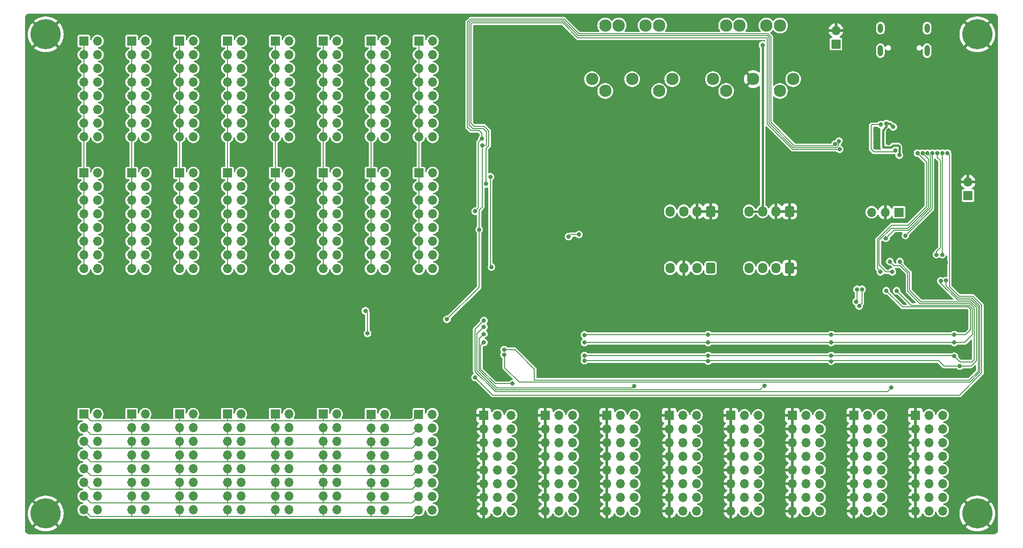
<source format=gbl>
G04 #@! TF.GenerationSoftware,KiCad,Pcbnew,7.0.8*
G04 #@! TF.CreationDate,2023-10-07T11:33:10+02:00*
G04 #@! TF.ProjectId,OpenDeck-r3.1.2,4f70656e-4465-4636-9b2d-72332e312e32,rev?*
G04 #@! TF.SameCoordinates,Original*
G04 #@! TF.FileFunction,Copper,L2,Bot*
G04 #@! TF.FilePolarity,Positive*
%FSLAX46Y46*%
G04 Gerber Fmt 4.6, Leading zero omitted, Abs format (unit mm)*
G04 Created by KiCad (PCBNEW 7.0.8) date 2023-10-07 11:33:10*
%MOMM*%
%LPD*%
G01*
G04 APERTURE LIST*
G04 Aperture macros list*
%AMRoundRect*
0 Rectangle with rounded corners*
0 $1 Rounding radius*
0 $2 $3 $4 $5 $6 $7 $8 $9 X,Y pos of 4 corners*
0 Add a 4 corners polygon primitive as box body*
4,1,4,$2,$3,$4,$5,$6,$7,$8,$9,$2,$3,0*
0 Add four circle primitives for the rounded corners*
1,1,$1+$1,$2,$3*
1,1,$1+$1,$4,$5*
1,1,$1+$1,$6,$7*
1,1,$1+$1,$8,$9*
0 Add four rect primitives between the rounded corners*
20,1,$1+$1,$2,$3,$4,$5,0*
20,1,$1+$1,$4,$5,$6,$7,0*
20,1,$1+$1,$6,$7,$8,$9,0*
20,1,$1+$1,$8,$9,$2,$3,0*%
G04 Aperture macros list end*
G04 #@! TA.AperFunction,ComponentPad*
%ADD10R,1.700000X1.700000*%
G04 #@! TD*
G04 #@! TA.AperFunction,ComponentPad*
%ADD11O,1.700000X1.700000*%
G04 #@! TD*
G04 #@! TA.AperFunction,ComponentPad*
%ADD12C,5.600000*%
G04 #@! TD*
G04 #@! TA.AperFunction,ComponentPad*
%ADD13RoundRect,0.250000X0.600000X0.725000X-0.600000X0.725000X-0.600000X-0.725000X0.600000X-0.725000X0*%
G04 #@! TD*
G04 #@! TA.AperFunction,ComponentPad*
%ADD14O,1.700000X1.950000*%
G04 #@! TD*
G04 #@! TA.AperFunction,ComponentPad*
%ADD15C,2.300000*%
G04 #@! TD*
G04 #@! TA.AperFunction,ComponentPad*
%ADD16O,0.950000X2.050000*%
G04 #@! TD*
G04 #@! TA.AperFunction,ComponentPad*
%ADD17O,0.950000X1.750000*%
G04 #@! TD*
G04 #@! TA.AperFunction,ViaPad*
%ADD18C,0.800000*%
G04 #@! TD*
G04 #@! TA.AperFunction,Conductor*
%ADD19C,0.406400*%
G04 #@! TD*
G04 #@! TA.AperFunction,Conductor*
%ADD20C,0.203200*%
G04 #@! TD*
G04 APERTURE END LIST*
D10*
X166365000Y-100775000D03*
D11*
X166365000Y-103315000D03*
X166365000Y-105855000D03*
X166365000Y-108395000D03*
X166365000Y-110935000D03*
X166365000Y-113475000D03*
X166365000Y-116015000D03*
X166365000Y-118555000D03*
X168905000Y-100775000D03*
X168905000Y-103315000D03*
X168905000Y-105855000D03*
X168905000Y-108395000D03*
X168905000Y-110935000D03*
X168905000Y-113475000D03*
X168905000Y-116015000D03*
X168905000Y-118555000D03*
X171445000Y-100775000D03*
X171445000Y-103315000D03*
X171445000Y-105855000D03*
X171445000Y-108395000D03*
X171445000Y-110935000D03*
X171445000Y-113475000D03*
X171445000Y-116015000D03*
X171445000Y-118555000D03*
D12*
X258000000Y-30000000D03*
D13*
X208474000Y-73406000D03*
D14*
X205974000Y-73406000D03*
X203474000Y-73406000D03*
X200974000Y-73406000D03*
D10*
X256286000Y-59944000D03*
D11*
X256286000Y-57404000D03*
D13*
X223123000Y-62882000D03*
D14*
X220623000Y-62882000D03*
X218123000Y-62882000D03*
X215623000Y-62882000D03*
D15*
X208908000Y-38313000D03*
X216358000Y-38313000D03*
X223808000Y-38313000D03*
X211358000Y-40513000D03*
X221358000Y-40513000D03*
X221358000Y-28363000D03*
X211358000Y-28363000D03*
X213858000Y-28363000D03*
X218858000Y-28363000D03*
D10*
X223652000Y-100745000D03*
D11*
X223652000Y-103285000D03*
X223652000Y-105825000D03*
X223652000Y-108365000D03*
X223652000Y-110905000D03*
X223652000Y-113445000D03*
X223652000Y-115985000D03*
X223652000Y-118525000D03*
X226192000Y-100745000D03*
X226192000Y-103285000D03*
X226192000Y-105825000D03*
X226192000Y-108365000D03*
X226192000Y-110905000D03*
X226192000Y-113445000D03*
X226192000Y-115985000D03*
X226192000Y-118525000D03*
X228732000Y-100745000D03*
X228732000Y-103285000D03*
X228732000Y-105825000D03*
X228732000Y-108365000D03*
X228732000Y-110905000D03*
X228732000Y-113445000D03*
X228732000Y-115985000D03*
X228732000Y-118525000D03*
D10*
X100930596Y-100545916D03*
D11*
X103470596Y-100545916D03*
X100930596Y-103085916D03*
X103470596Y-103085916D03*
X100930596Y-105625916D03*
X103470596Y-105625916D03*
X100930596Y-108165916D03*
X103470596Y-108165916D03*
X100930596Y-110705916D03*
X103470596Y-110705916D03*
X100930596Y-113245916D03*
X103470596Y-113245916D03*
X100930596Y-115785916D03*
X103470596Y-115785916D03*
X100930596Y-118325916D03*
X103470596Y-118325916D03*
D13*
X223139000Y-73406000D03*
D14*
X220639000Y-73406000D03*
X218139000Y-73406000D03*
X215639000Y-73406000D03*
D10*
X92075000Y-55753000D03*
D11*
X94615000Y-55753000D03*
X92075000Y-58293000D03*
X94615000Y-58293000D03*
X92075000Y-60833000D03*
X94615000Y-60833000D03*
X92075000Y-63373000D03*
X94615000Y-63373000D03*
X92075000Y-65913000D03*
X94615000Y-65913000D03*
X92075000Y-68453000D03*
X94615000Y-68453000D03*
X92075000Y-70993000D03*
X94615000Y-70993000D03*
X92075000Y-73533000D03*
X94615000Y-73533000D03*
D10*
X109855000Y-55753000D03*
D11*
X112395000Y-55753000D03*
X109855000Y-58293000D03*
X112395000Y-58293000D03*
X109855000Y-60833000D03*
X112395000Y-60833000D03*
X109855000Y-63373000D03*
X112395000Y-63373000D03*
X109855000Y-65913000D03*
X112395000Y-65913000D03*
X109855000Y-68453000D03*
X112395000Y-68453000D03*
X109855000Y-70993000D03*
X112395000Y-70993000D03*
X109855000Y-73533000D03*
X112395000Y-73533000D03*
D10*
X243469400Y-63042800D03*
D11*
X240929400Y-63042800D03*
X238389400Y-63042800D03*
D10*
X136525000Y-31242000D03*
D11*
X139065000Y-31242000D03*
X136525000Y-33782000D03*
X139065000Y-33782000D03*
X136525000Y-36322000D03*
X139065000Y-36322000D03*
X136525000Y-38862000D03*
X139065000Y-38862000D03*
X136525000Y-41402000D03*
X139065000Y-41402000D03*
X136525000Y-43942000D03*
X139065000Y-43942000D03*
X136525000Y-46482000D03*
X139065000Y-46482000D03*
X136525000Y-49022000D03*
X139065000Y-49022000D03*
D10*
X109855000Y-31242000D03*
D11*
X112395000Y-31242000D03*
X109855000Y-33782000D03*
X112395000Y-33782000D03*
X109855000Y-36322000D03*
X112395000Y-36322000D03*
X109855000Y-38862000D03*
X112395000Y-38862000D03*
X109855000Y-41402000D03*
X112395000Y-41402000D03*
X109855000Y-43942000D03*
X112395000Y-43942000D03*
X109855000Y-46482000D03*
X112395000Y-46482000D03*
X109855000Y-49022000D03*
X112395000Y-49022000D03*
D12*
X258000000Y-119000000D03*
D10*
X100965000Y-55753000D03*
D11*
X103505000Y-55753000D03*
X100965000Y-58293000D03*
X103505000Y-58293000D03*
X100965000Y-60833000D03*
X103505000Y-60833000D03*
X100965000Y-63373000D03*
X103505000Y-63373000D03*
X100965000Y-65913000D03*
X103505000Y-65913000D03*
X100965000Y-68453000D03*
X103505000Y-68453000D03*
X100965000Y-70993000D03*
X103505000Y-70993000D03*
X100965000Y-73533000D03*
X103505000Y-73533000D03*
D10*
X136490596Y-100545916D03*
D11*
X139030596Y-100545916D03*
X136490596Y-103085916D03*
X139030596Y-103085916D03*
X136490596Y-105625916D03*
X139030596Y-105625916D03*
X136490596Y-108165916D03*
X139030596Y-108165916D03*
X136490596Y-110705916D03*
X139030596Y-110705916D03*
X136490596Y-113245916D03*
X139030596Y-113245916D03*
X136490596Y-115785916D03*
X139030596Y-115785916D03*
X136490596Y-118325916D03*
X139030596Y-118325916D03*
D10*
X92075000Y-31242000D03*
D11*
X94615000Y-31242000D03*
X92075000Y-33782000D03*
X94615000Y-33782000D03*
X92075000Y-36322000D03*
X94615000Y-36322000D03*
X92075000Y-38862000D03*
X94615000Y-38862000D03*
X92075000Y-41402000D03*
X94615000Y-41402000D03*
X92075000Y-43942000D03*
X94615000Y-43942000D03*
X92075000Y-46482000D03*
X94615000Y-46482000D03*
X92075000Y-49022000D03*
X94615000Y-49022000D03*
D10*
X92040596Y-100530916D03*
D11*
X94580596Y-100530916D03*
X92040596Y-103070916D03*
X94580596Y-103070916D03*
X92040596Y-105610916D03*
X94580596Y-105610916D03*
X92040596Y-108150916D03*
X94580596Y-108150916D03*
X92040596Y-110690916D03*
X94580596Y-110690916D03*
X92040596Y-113230916D03*
X94580596Y-113230916D03*
X92040596Y-115770916D03*
X94580596Y-115770916D03*
X92040596Y-118310916D03*
X94580596Y-118310916D03*
D13*
X208474000Y-62882000D03*
D14*
X205974000Y-62882000D03*
X203474000Y-62882000D03*
X200974000Y-62882000D03*
D10*
X246507000Y-100745000D03*
D11*
X246507000Y-103285000D03*
X246507000Y-105825000D03*
X246507000Y-108365000D03*
X246507000Y-110905000D03*
X246507000Y-113445000D03*
X246507000Y-115985000D03*
X246507000Y-118525000D03*
X249047000Y-100745000D03*
X249047000Y-103285000D03*
X249047000Y-105825000D03*
X249047000Y-108365000D03*
X249047000Y-110905000D03*
X249047000Y-113445000D03*
X249047000Y-115985000D03*
X249047000Y-118525000D03*
X251587000Y-100745000D03*
X251587000Y-103285000D03*
X251587000Y-105825000D03*
X251587000Y-108365000D03*
X251587000Y-110905000D03*
X251587000Y-113445000D03*
X251587000Y-115985000D03*
X251587000Y-118525000D03*
D10*
X136525000Y-55753000D03*
D11*
X139065000Y-55753000D03*
X136525000Y-58293000D03*
X139065000Y-58293000D03*
X136525000Y-60833000D03*
X139065000Y-60833000D03*
X136525000Y-63373000D03*
X139065000Y-63373000D03*
X136525000Y-65913000D03*
X139065000Y-65913000D03*
X136525000Y-68453000D03*
X139065000Y-68453000D03*
X136525000Y-70993000D03*
X139065000Y-70993000D03*
X136525000Y-73533000D03*
X139065000Y-73533000D03*
D10*
X145415000Y-31242000D03*
D11*
X147955000Y-31242000D03*
X145415000Y-33782000D03*
X147955000Y-33782000D03*
X145415000Y-36322000D03*
X147955000Y-36322000D03*
X145415000Y-38862000D03*
X147955000Y-38862000D03*
X145415000Y-41402000D03*
X147955000Y-41402000D03*
X145415000Y-43942000D03*
X147955000Y-43942000D03*
X145415000Y-46482000D03*
X147955000Y-46482000D03*
X145415000Y-49022000D03*
X147955000Y-49022000D03*
D10*
X127635000Y-31242000D03*
D11*
X130175000Y-31242000D03*
X127635000Y-33782000D03*
X130175000Y-33782000D03*
X127635000Y-36322000D03*
X130175000Y-36322000D03*
X127635000Y-38862000D03*
X130175000Y-38862000D03*
X127635000Y-41402000D03*
X130175000Y-41402000D03*
X127635000Y-43942000D03*
X130175000Y-43942000D03*
X127635000Y-46482000D03*
X130175000Y-46482000D03*
X127635000Y-49022000D03*
X130175000Y-49022000D03*
D15*
X186458000Y-38313000D03*
X193908000Y-38313000D03*
X201358000Y-38313000D03*
X188908000Y-40513000D03*
X198908000Y-40513000D03*
X198908000Y-28363000D03*
X188908000Y-28363000D03*
X191408000Y-28363000D03*
X196408000Y-28363000D03*
D10*
X145415000Y-55753000D03*
D11*
X147955000Y-55753000D03*
X145415000Y-58293000D03*
X147955000Y-58293000D03*
X145415000Y-60833000D03*
X147955000Y-60833000D03*
X145415000Y-63373000D03*
X147955000Y-63373000D03*
X145415000Y-65913000D03*
X147955000Y-65913000D03*
X145415000Y-68453000D03*
X147955000Y-68453000D03*
X145415000Y-70993000D03*
X147955000Y-70993000D03*
X145415000Y-73533000D03*
X147955000Y-73533000D03*
D10*
X109820596Y-100545916D03*
D11*
X112360596Y-100545916D03*
X109820596Y-103085916D03*
X112360596Y-103085916D03*
X109820596Y-105625916D03*
X112360596Y-105625916D03*
X109820596Y-108165916D03*
X112360596Y-108165916D03*
X109820596Y-110705916D03*
X112360596Y-110705916D03*
X109820596Y-113245916D03*
X112360596Y-113245916D03*
X109820596Y-115785916D03*
X112360596Y-115785916D03*
X109820596Y-118325916D03*
X112360596Y-118325916D03*
D10*
X118745000Y-31242000D03*
D11*
X121285000Y-31242000D03*
X118745000Y-33782000D03*
X121285000Y-33782000D03*
X118745000Y-36322000D03*
X121285000Y-36322000D03*
X118745000Y-38862000D03*
X121285000Y-38862000D03*
X118745000Y-41402000D03*
X121285000Y-41402000D03*
X118745000Y-43942000D03*
X121285000Y-43942000D03*
X118745000Y-46482000D03*
X121285000Y-46482000D03*
X118745000Y-49022000D03*
X121285000Y-49022000D03*
D10*
X231749600Y-31805800D03*
D11*
X231749600Y-29265800D03*
D10*
X127635000Y-55753000D03*
D11*
X130175000Y-55753000D03*
X127635000Y-58293000D03*
X130175000Y-58293000D03*
X127635000Y-60833000D03*
X130175000Y-60833000D03*
X127635000Y-63373000D03*
X130175000Y-63373000D03*
X127635000Y-65913000D03*
X130175000Y-65913000D03*
X127635000Y-68453000D03*
X130175000Y-68453000D03*
X127635000Y-70993000D03*
X130175000Y-70993000D03*
X127635000Y-73533000D03*
X130175000Y-73533000D03*
D10*
X127600596Y-100545916D03*
D11*
X130140596Y-100545916D03*
X127600596Y-103085916D03*
X130140596Y-103085916D03*
X127600596Y-105625916D03*
X130140596Y-105625916D03*
X127600596Y-108165916D03*
X130140596Y-108165916D03*
X127600596Y-110705916D03*
X130140596Y-110705916D03*
X127600596Y-113245916D03*
X130140596Y-113245916D03*
X127600596Y-115785916D03*
X130140596Y-115785916D03*
X127600596Y-118325916D03*
X130140596Y-118325916D03*
D10*
X200792000Y-100745000D03*
D11*
X200792000Y-103285000D03*
X200792000Y-105825000D03*
X200792000Y-108365000D03*
X200792000Y-110905000D03*
X200792000Y-113445000D03*
X200792000Y-115985000D03*
X200792000Y-118525000D03*
X203332000Y-100745000D03*
X203332000Y-103285000D03*
X203332000Y-105825000D03*
X203332000Y-108365000D03*
X203332000Y-110905000D03*
X203332000Y-113445000D03*
X203332000Y-115985000D03*
X203332000Y-118525000D03*
X205872000Y-100745000D03*
X205872000Y-103285000D03*
X205872000Y-105825000D03*
X205872000Y-108365000D03*
X205872000Y-110905000D03*
X205872000Y-113445000D03*
X205872000Y-115985000D03*
X205872000Y-118525000D03*
D12*
X85000000Y-119000000D03*
D10*
X177800000Y-100760000D03*
D11*
X177800000Y-103300000D03*
X177800000Y-105840000D03*
X177800000Y-108380000D03*
X177800000Y-110920000D03*
X177800000Y-113460000D03*
X177800000Y-116000000D03*
X177800000Y-118540000D03*
X180340000Y-100760000D03*
X180340000Y-103300000D03*
X180340000Y-105840000D03*
X180340000Y-108380000D03*
X180340000Y-110920000D03*
X180340000Y-113460000D03*
X180340000Y-116000000D03*
X180340000Y-118540000D03*
X182880000Y-100760000D03*
X182880000Y-103300000D03*
X182880000Y-105840000D03*
X182880000Y-108380000D03*
X182880000Y-110920000D03*
X182880000Y-113460000D03*
X182880000Y-116000000D03*
X182880000Y-118540000D03*
D12*
X85000000Y-30000000D03*
D10*
X154305000Y-55753000D03*
D11*
X156845000Y-55753000D03*
X154305000Y-58293000D03*
X156845000Y-58293000D03*
X154305000Y-60833000D03*
X156845000Y-60833000D03*
X154305000Y-63373000D03*
X156845000Y-63373000D03*
X154305000Y-65913000D03*
X156845000Y-65913000D03*
X154305000Y-68453000D03*
X156845000Y-68453000D03*
X154305000Y-70993000D03*
X156845000Y-70993000D03*
X154305000Y-73533000D03*
X156845000Y-73533000D03*
D10*
X189230000Y-100760000D03*
D11*
X189230000Y-103300000D03*
X189230000Y-105840000D03*
X189230000Y-108380000D03*
X189230000Y-110920000D03*
X189230000Y-113460000D03*
X189230000Y-116000000D03*
X189230000Y-118540000D03*
X191770000Y-100760000D03*
X191770000Y-103300000D03*
X191770000Y-105840000D03*
X191770000Y-108380000D03*
X191770000Y-110920000D03*
X191770000Y-113460000D03*
X191770000Y-116000000D03*
X191770000Y-118540000D03*
X194310000Y-100760000D03*
X194310000Y-103300000D03*
X194310000Y-105840000D03*
X194310000Y-108380000D03*
X194310000Y-110920000D03*
X194310000Y-113460000D03*
X194310000Y-116000000D03*
X194310000Y-118540000D03*
D10*
X154265596Y-100560916D03*
D11*
X156805596Y-100560916D03*
X154265596Y-103100916D03*
X156805596Y-103100916D03*
X154265596Y-105640916D03*
X156805596Y-105640916D03*
X154265596Y-108180916D03*
X156805596Y-108180916D03*
X154265596Y-110720916D03*
X156805596Y-110720916D03*
X154265596Y-113260916D03*
X156805596Y-113260916D03*
X154265596Y-115800916D03*
X156805596Y-115800916D03*
X154265596Y-118340916D03*
X156805596Y-118340916D03*
D10*
X154305000Y-31242000D03*
D11*
X156845000Y-31242000D03*
X154305000Y-33782000D03*
X156845000Y-33782000D03*
X154305000Y-36322000D03*
X156845000Y-36322000D03*
X154305000Y-38862000D03*
X156845000Y-38862000D03*
X154305000Y-41402000D03*
X156845000Y-41402000D03*
X154305000Y-43942000D03*
X156845000Y-43942000D03*
X154305000Y-46482000D03*
X156845000Y-46482000D03*
X154305000Y-49022000D03*
X156845000Y-49022000D03*
D10*
X212217000Y-100760000D03*
D11*
X212217000Y-103300000D03*
X212217000Y-105840000D03*
X212217000Y-108380000D03*
X212217000Y-110920000D03*
X212217000Y-113460000D03*
X212217000Y-116000000D03*
X212217000Y-118540000D03*
X214757000Y-100760000D03*
X214757000Y-103300000D03*
X214757000Y-105840000D03*
X214757000Y-108380000D03*
X214757000Y-110920000D03*
X214757000Y-113460000D03*
X214757000Y-116000000D03*
X214757000Y-118540000D03*
X217297000Y-100760000D03*
X217297000Y-103300000D03*
X217297000Y-105840000D03*
X217297000Y-108380000D03*
X217297000Y-110920000D03*
X217297000Y-113460000D03*
X217297000Y-116000000D03*
X217297000Y-118540000D03*
D10*
X145380596Y-100560916D03*
D11*
X147920596Y-100560916D03*
X145380596Y-103100916D03*
X147920596Y-103100916D03*
X145380596Y-105640916D03*
X147920596Y-105640916D03*
X145380596Y-108180916D03*
X147920596Y-108180916D03*
X145380596Y-110720916D03*
X147920596Y-110720916D03*
X145380596Y-113260916D03*
X147920596Y-113260916D03*
X145380596Y-115800916D03*
X147920596Y-115800916D03*
X145380596Y-118340916D03*
X147920596Y-118340916D03*
D16*
X248673000Y-33024400D03*
X240023000Y-33024400D03*
D17*
X248673000Y-28854400D03*
X240023000Y-28854400D03*
D10*
X118710596Y-100545916D03*
D11*
X121250596Y-100545916D03*
X118710596Y-103085916D03*
X121250596Y-103085916D03*
X118710596Y-105625916D03*
X121250596Y-105625916D03*
X118710596Y-108165916D03*
X121250596Y-108165916D03*
X118710596Y-110705916D03*
X121250596Y-110705916D03*
X118710596Y-113245916D03*
X121250596Y-113245916D03*
X118710596Y-115785916D03*
X121250596Y-115785916D03*
X118710596Y-118325916D03*
X121250596Y-118325916D03*
D10*
X100965000Y-31242000D03*
D11*
X103505000Y-31242000D03*
X100965000Y-33782000D03*
X103505000Y-33782000D03*
X100965000Y-36322000D03*
X103505000Y-36322000D03*
X100965000Y-38862000D03*
X103505000Y-38862000D03*
X100965000Y-41402000D03*
X103505000Y-41402000D03*
X100965000Y-43942000D03*
X103505000Y-43942000D03*
X100965000Y-46482000D03*
X103505000Y-46482000D03*
X100965000Y-49022000D03*
X103505000Y-49022000D03*
D10*
X235072000Y-100760000D03*
D11*
X235072000Y-103300000D03*
X235072000Y-105840000D03*
X235072000Y-108380000D03*
X235072000Y-110920000D03*
X235072000Y-113460000D03*
X235072000Y-116000000D03*
X235072000Y-118540000D03*
X237612000Y-100760000D03*
X237612000Y-103300000D03*
X237612000Y-105840000D03*
X237612000Y-108380000D03*
X237612000Y-110920000D03*
X237612000Y-113460000D03*
X237612000Y-116000000D03*
X237612000Y-118540000D03*
X240152000Y-100760000D03*
X240152000Y-103300000D03*
X240152000Y-105840000D03*
X240152000Y-108380000D03*
X240152000Y-110920000D03*
X240152000Y-113460000D03*
X240152000Y-116000000D03*
X240152000Y-118540000D03*
D10*
X118745000Y-55753000D03*
D11*
X121285000Y-55753000D03*
X118745000Y-58293000D03*
X121285000Y-58293000D03*
X118745000Y-60833000D03*
X121285000Y-60833000D03*
X118745000Y-63373000D03*
X121285000Y-63373000D03*
X118745000Y-65913000D03*
X121285000Y-65913000D03*
X118745000Y-68453000D03*
X121285000Y-68453000D03*
X118745000Y-70993000D03*
X121285000Y-70993000D03*
X118745000Y-73533000D03*
X121285000Y-73533000D03*
D18*
X163195000Y-92075000D03*
X215138000Y-84836000D03*
X171577000Y-97790000D03*
X240944400Y-31648400D03*
X259842000Y-48133000D03*
X190119000Y-72136000D03*
X192659000Y-34036000D03*
X125857000Y-27432000D03*
X245850000Y-52070000D03*
X135860000Y-92910916D03*
X192532000Y-84836000D03*
X158623000Y-82042000D03*
X241500000Y-50250000D03*
X98171000Y-52451000D03*
X182626000Y-98298000D03*
X228975000Y-44800000D03*
X87884000Y-51435000D03*
X238150400Y-42392600D03*
X196850000Y-71120000D03*
X149195000Y-96266000D03*
X246913400Y-43713400D03*
X250545600Y-72440800D03*
X107442000Y-27686000D03*
X134112000Y-52451000D03*
X251917200Y-49123600D03*
X193929000Y-61341000D03*
X165500000Y-81925000D03*
X182676800Y-58470800D03*
X254000000Y-43180000D03*
X187579000Y-65913000D03*
X213863000Y-88441000D03*
X225044000Y-54254400D03*
X164211000Y-59182000D03*
X170307000Y-85979000D03*
X248005600Y-34950400D03*
X236778800Y-40487600D03*
X210312000Y-91694000D03*
X180492400Y-47955200D03*
X205867000Y-98171000D03*
X233222800Y-50190400D03*
X239925000Y-39650000D03*
X158847000Y-86179916D03*
X254254000Y-73863200D03*
X242011200Y-77165200D03*
X187452000Y-32639000D03*
X86741000Y-77597000D03*
X115824000Y-52451000D03*
X125222000Y-52705000D03*
X184912000Y-76454000D03*
X177927000Y-77216000D03*
X220599000Y-32893000D03*
X226466400Y-48818800D03*
X188971000Y-93140000D03*
X158496000Y-52578000D03*
X162306000Y-73279000D03*
X238400000Y-58000000D03*
X241046900Y-55477349D03*
X258419600Y-37592000D03*
X199898000Y-33274000D03*
X245200000Y-59700000D03*
X173736000Y-48133000D03*
X232400000Y-53575000D03*
X241500000Y-47850000D03*
X240639600Y-35306000D03*
X243300000Y-57100000D03*
X236850000Y-88187000D03*
X212471000Y-56769000D03*
X171704000Y-62738000D03*
X239100000Y-50250000D03*
X228955600Y-31800800D03*
X190876000Y-88314000D03*
X150495000Y-52451000D03*
X238099600Y-34772600D03*
X169062400Y-30937200D03*
X251714000Y-98298000D03*
X252700000Y-39575000D03*
X233167000Y-91694000D03*
X174387918Y-36164371D03*
X230987600Y-72796400D03*
X252171200Y-72390000D03*
X148941000Y-80337916D03*
X218821000Y-98171000D03*
X142367000Y-96266000D03*
X230251000Y-98171000D03*
X212471000Y-33401000D03*
X246227600Y-35382200D03*
X241554000Y-98298000D03*
X171196000Y-50419000D03*
X175387000Y-66294000D03*
X244875000Y-43475000D03*
X229525000Y-35950000D03*
X232765600Y-36779200D03*
X106553000Y-52578000D03*
X160401000Y-110109000D03*
X235625000Y-53050000D03*
X170180000Y-40081200D03*
X238125000Y-84963000D03*
X258013200Y-73914000D03*
X249428000Y-65227200D03*
X187960000Y-47752000D03*
X259842000Y-44831000D03*
X239100000Y-47850000D03*
X259842000Y-53187600D03*
X158369000Y-91948000D03*
X142113000Y-52451000D03*
X255524000Y-89027000D03*
X248158000Y-77317600D03*
X254203200Y-63296800D03*
X132080000Y-27813000D03*
X86233000Y-39624000D03*
X172150000Y-81025000D03*
X86741000Y-62230000D03*
X196215000Y-98552000D03*
X242400000Y-47200000D03*
X241120573Y-46570460D03*
X243519000Y-52457268D03*
X218123000Y-31991800D03*
X159512000Y-82931000D03*
X165481000Y-66294000D03*
X232328805Y-49841020D03*
X166055100Y-50673000D03*
X144369000Y-81353916D03*
X144750000Y-85544916D03*
X184023000Y-67183000D03*
X182118000Y-67564000D03*
X167564253Y-56463747D03*
X167767000Y-73212900D03*
X248755497Y-52070000D03*
X241046000Y-67868800D03*
X244652800Y-67360800D03*
X249682000Y-52070000D03*
X240030000Y-74117200D03*
X246902491Y-52070000D03*
X242214400Y-74117200D03*
X247828994Y-52070000D03*
X166756200Y-57785000D03*
X232419147Y-51348896D03*
X165989000Y-49403000D03*
X164719000Y-62865000D03*
X231590300Y-50400500D03*
X236587703Y-77368400D03*
X236067600Y-80467200D03*
X235508800Y-79654400D03*
X235661200Y-77368400D03*
X242761184Y-51536263D03*
X240075000Y-46775000D03*
X251236888Y-75788112D03*
X170129200Y-88583097D03*
X170129200Y-89509600D03*
X252162174Y-75740658D03*
X171700000Y-94875000D03*
X166370000Y-87223600D03*
X166370000Y-85648800D03*
X194310000Y-95375000D03*
X166370000Y-83159600D03*
X242062000Y-95631000D03*
X166370000Y-84328000D03*
X218500000Y-95225000D03*
X252461507Y-52069976D03*
X164719000Y-93726000D03*
X251535005Y-52070137D03*
X251510800Y-70916800D03*
X250444000Y-70916800D03*
X250608503Y-52070000D03*
X253746000Y-89789000D03*
X208026000Y-89662000D03*
X241757200Y-72186800D03*
X185039000Y-89662000D03*
X230886000Y-89662000D03*
X185039000Y-90591400D03*
X254757000Y-91616000D03*
X208026000Y-90678000D03*
X230886000Y-90728800D03*
X243636800Y-72186800D03*
X253746000Y-85774000D03*
X185039000Y-85832500D03*
X241096800Y-77622400D03*
X208026000Y-85774000D03*
X230886000Y-85774000D03*
X230886000Y-87249000D03*
X208026000Y-87249000D03*
X185039000Y-87249000D03*
X253746000Y-87249000D03*
X243027200Y-77622400D03*
D19*
X240475000Y-50850000D02*
X240475000Y-47842341D01*
X240475000Y-47842341D02*
X241120573Y-47196768D01*
X240625000Y-51000000D02*
X240475000Y-50850000D01*
X241120573Y-47196768D02*
X241120573Y-46570460D01*
X241770460Y-46570460D02*
X241120573Y-46570460D01*
X243350000Y-50650000D02*
X242375000Y-50650000D01*
X243519000Y-52457268D02*
X243519000Y-50819000D01*
X242375000Y-50650000D02*
X242025000Y-51000000D01*
X241770460Y-46570460D02*
X242400000Y-47200000D01*
X242025000Y-51000000D02*
X240625000Y-51000000D01*
X243519000Y-50819000D02*
X243350000Y-50650000D01*
X215623000Y-62882000D02*
X218123000Y-62882000D01*
X218123000Y-31991800D02*
X218123000Y-62882000D01*
D20*
X118710596Y-100545916D02*
X118710596Y-101815916D01*
X136490596Y-100545916D02*
X136490596Y-101815916D01*
X109820596Y-100545916D02*
X109820596Y-101815916D01*
X127600596Y-101815916D02*
X136490596Y-101815916D01*
X118710596Y-101815916D02*
X127600596Y-101815916D01*
X136490596Y-101815916D02*
X145380596Y-101815916D01*
X92040596Y-100530916D02*
X92040596Y-100545916D01*
X145380596Y-100560916D02*
X145380596Y-101815916D01*
X145380596Y-101815916D02*
X153010596Y-101815916D01*
X92040596Y-100545916D02*
X93310596Y-101815916D01*
X127600596Y-100545916D02*
X127600596Y-101815916D01*
X153010596Y-101815916D02*
X154265596Y-100560916D01*
X93310596Y-101815916D02*
X118710596Y-101815916D01*
X100930596Y-100545916D02*
X100930596Y-101815916D01*
X127600596Y-104355916D02*
X136490596Y-104355916D01*
X136490596Y-104355916D02*
X145380596Y-104355916D01*
X100930596Y-103085916D02*
X100930596Y-104355916D01*
X109820596Y-103085916D02*
X109820596Y-104355916D01*
X153010596Y-104355916D02*
X154265596Y-103100916D01*
X118710596Y-104355916D02*
X127600596Y-104355916D01*
X127600596Y-103085916D02*
X127600596Y-104355916D01*
X93310596Y-104340916D02*
X93310596Y-104355916D01*
X118710596Y-103085916D02*
X118710596Y-104355916D01*
X109820596Y-104355916D02*
X118710596Y-104355916D01*
X136490596Y-103085916D02*
X136490596Y-104355916D01*
X100930596Y-104355916D02*
X109820596Y-104355916D01*
X145380596Y-104355916D02*
X153010596Y-104355916D01*
X92040596Y-103070916D02*
X93310596Y-104340916D01*
X93310596Y-104355916D02*
X100930596Y-104355916D01*
X145380596Y-103100916D02*
X145380596Y-104355916D01*
X109820596Y-106895916D02*
X118710596Y-106895916D01*
X136490596Y-105625916D02*
X136490596Y-106895916D01*
X100930596Y-106895916D02*
X109820596Y-106895916D01*
X127600596Y-106895916D02*
X136490596Y-106895916D01*
X92040596Y-105610916D02*
X93310596Y-106880916D01*
X145380596Y-106895916D02*
X153010596Y-106895916D01*
X93310596Y-106895916D02*
X100930596Y-106895916D01*
X127600596Y-105625916D02*
X127600596Y-106895916D01*
X153010596Y-106895916D02*
X154265596Y-105640916D01*
X109820596Y-105625916D02*
X109820596Y-106895916D01*
X93310596Y-106880916D02*
X93310596Y-106895916D01*
X118710596Y-105625916D02*
X118710596Y-106895916D01*
X136490596Y-106895916D02*
X145380596Y-106895916D01*
X118710596Y-106895916D02*
X127600596Y-106895916D01*
X100930596Y-105625916D02*
X100930596Y-106895916D01*
X145380596Y-105640916D02*
X145380596Y-106895916D01*
X100930596Y-108165916D02*
X100930596Y-109435916D01*
X118710596Y-109435916D02*
X127600596Y-109435916D01*
X145380596Y-109435916D02*
X153010596Y-109435916D01*
X93310596Y-109435916D02*
X100930596Y-109435916D01*
X93310596Y-109420916D02*
X93310596Y-109435916D01*
X136490596Y-109435916D02*
X145380596Y-109435916D01*
X109820596Y-108165916D02*
X109820596Y-109435916D01*
X145380596Y-108180916D02*
X145380596Y-109435916D01*
X92040596Y-108150916D02*
X93310596Y-109420916D01*
X100930596Y-109435916D02*
X109820596Y-109435916D01*
X109820596Y-109435916D02*
X118710596Y-109435916D01*
X136490596Y-108165916D02*
X136490596Y-109435916D01*
X153010596Y-109435916D02*
X154265596Y-108180916D01*
X118710596Y-108165916D02*
X118710596Y-109435916D01*
X127600596Y-108165916D02*
X127600596Y-109435916D01*
X127600596Y-109435916D02*
X136490596Y-109435916D01*
X153010596Y-111975916D02*
X154265596Y-110720916D01*
X127600596Y-110705916D02*
X127600596Y-111975916D01*
X118710596Y-111975916D02*
X127600596Y-111975916D01*
X100930596Y-111975916D02*
X109820596Y-111975916D01*
X92040596Y-110690916D02*
X93310596Y-111960916D01*
X109820596Y-111975916D02*
X118710596Y-111975916D01*
X100930596Y-110705916D02*
X100930596Y-111975916D01*
X145380596Y-110720916D02*
X145380596Y-111975916D01*
X118710596Y-110705916D02*
X118710596Y-111975916D01*
X93310596Y-111975916D02*
X100930596Y-111975916D01*
X109820596Y-110705916D02*
X109820596Y-111975916D01*
X93310596Y-111960916D02*
X93310596Y-111975916D01*
X136490596Y-110705916D02*
X136490596Y-111975916D01*
X127600596Y-111975916D02*
X136490596Y-111975916D01*
X145380596Y-111975916D02*
X153010596Y-111975916D01*
X136490596Y-111975916D02*
X145380596Y-111975916D01*
X127600596Y-113245916D02*
X127600596Y-114515916D01*
X93310596Y-114500916D02*
X93310596Y-114515916D01*
X92040596Y-113230916D02*
X93310596Y-114500916D01*
X109820596Y-114515916D02*
X118710596Y-114515916D01*
X118710596Y-114515916D02*
X127600596Y-114515916D01*
X109820596Y-113245916D02*
X109820596Y-114515916D01*
X127600596Y-114515916D02*
X136490596Y-114515916D01*
X136490596Y-113245916D02*
X136490596Y-114515916D01*
X118710596Y-113245916D02*
X118710596Y-114515916D01*
X100930596Y-113245916D02*
X100930596Y-114515916D01*
X100930596Y-114515916D02*
X109820596Y-114515916D01*
X136490596Y-114515916D02*
X145380596Y-114515916D01*
X153010596Y-114515916D02*
X154265596Y-113260916D01*
X93310596Y-114515916D02*
X100930596Y-114515916D01*
X145380596Y-113260916D02*
X145380596Y-114515916D01*
X145380596Y-114515916D02*
X153010596Y-114515916D01*
X153010596Y-117055916D02*
X154265596Y-115800916D01*
X109820596Y-115785916D02*
X109820596Y-117055916D01*
X93310596Y-117040916D02*
X93310596Y-117055916D01*
X127600596Y-115785916D02*
X127600596Y-117055916D01*
X118710596Y-117055916D02*
X127600596Y-117055916D01*
X145380596Y-115800916D02*
X145380596Y-117055916D01*
X118710596Y-115785916D02*
X118710596Y-117055916D01*
X92040596Y-115770916D02*
X93310596Y-117040916D01*
X93310596Y-117055916D02*
X100930596Y-117055916D01*
X100930596Y-117055916D02*
X109820596Y-117055916D01*
X145380596Y-117055916D02*
X153010596Y-117055916D01*
X109820596Y-117055916D02*
X118710596Y-117055916D01*
X136490596Y-117055916D02*
X145380596Y-117055916D01*
X136490596Y-115785916D02*
X136490596Y-117055916D01*
X127600596Y-117055916D02*
X136490596Y-117055916D01*
X100930596Y-115785916D02*
X100930596Y-117055916D01*
X93310596Y-119580916D02*
X93310596Y-119595916D01*
X153010596Y-119595916D02*
X154265596Y-118340916D01*
X109820596Y-118325916D02*
X109820596Y-119595916D01*
X92040596Y-118310916D02*
X93310596Y-119580916D01*
X100930596Y-118325916D02*
X100930596Y-119595916D01*
X93310596Y-119595916D02*
X100930596Y-119595916D01*
X100930596Y-119595916D02*
X109820596Y-119595916D01*
X145380596Y-118340916D02*
X145380596Y-119595916D01*
X136490596Y-119595916D02*
X145380596Y-119595916D01*
X127600596Y-118325916D02*
X127600596Y-119595916D01*
X118710596Y-118325916D02*
X118710596Y-119595916D01*
X127600596Y-119595916D02*
X136490596Y-119595916D01*
X145380596Y-119595916D02*
X153010596Y-119595916D01*
X118710596Y-119595916D02*
X127600596Y-119595916D01*
X109820596Y-119595916D02*
X118710596Y-119595916D01*
X136490596Y-118325916D02*
X136490596Y-119595916D01*
X165481000Y-66294000D02*
X165481000Y-62672532D01*
X223859974Y-51028600D02*
X219329000Y-46497626D01*
X166878000Y-48133000D02*
X166878000Y-50546000D01*
X163648520Y-46808520D02*
X164316280Y-47476280D01*
X164006842Y-27533600D02*
X163648520Y-27891922D01*
X166055100Y-62098432D02*
X166055100Y-50673000D01*
X183880374Y-30251400D02*
X181162574Y-27533600D01*
X166751000Y-50673000D02*
X166055100Y-50673000D01*
X219329000Y-46497626D02*
X219329000Y-30597227D01*
X181162574Y-27533600D02*
X164006842Y-27533600D01*
X165481000Y-76962000D02*
X165481000Y-66294000D01*
X166878000Y-50546000D02*
X166751000Y-50673000D01*
X232218900Y-50660875D02*
X231851175Y-51028600D01*
X232218900Y-49950925D02*
X232218900Y-50660875D01*
X164316280Y-47476280D02*
X166221280Y-47476280D01*
X232328805Y-49841020D02*
X232218900Y-49950925D01*
X166221280Y-47476280D02*
X166878000Y-48133000D01*
X218983174Y-30251400D02*
X183880374Y-30251400D01*
X159512000Y-82931000D02*
X165481000Y-76962000D01*
X165481000Y-62672532D02*
X166055100Y-62098432D01*
X231851175Y-51028600D02*
X223859974Y-51028600D01*
X163648520Y-27891922D02*
X163648520Y-46808520D01*
X219329000Y-30597227D02*
X218983174Y-30251400D01*
X144750000Y-85544916D02*
X144750000Y-81734916D01*
X144750000Y-81734916D02*
X144369000Y-81353916D01*
X92075000Y-49022000D02*
X92075000Y-31242000D01*
X182499000Y-67183000D02*
X182118000Y-67564000D01*
X92075000Y-55753000D02*
X92075000Y-49022000D01*
X92075000Y-73533000D02*
X92075000Y-55753000D01*
X184023000Y-67183000D02*
X182499000Y-67183000D01*
X100965000Y-73533000D02*
X100965000Y-55753000D01*
X100965000Y-49022000D02*
X100965000Y-31242000D01*
X100965000Y-55753000D02*
X100965000Y-49022000D01*
X109855000Y-73533000D02*
X109855000Y-55753000D01*
X109855000Y-55753000D02*
X109855000Y-49022000D01*
X109855000Y-49022000D02*
X109855000Y-31242000D01*
X118745000Y-49022000D02*
X118745000Y-31242000D01*
X118745000Y-73533000D02*
X118745000Y-55753000D01*
X118745000Y-55753000D02*
X118745000Y-49022000D01*
X127635000Y-49022000D02*
X127635000Y-31242000D01*
X127635000Y-73533000D02*
X127635000Y-55753000D01*
X127635000Y-55753000D02*
X127635000Y-49022000D01*
X136525000Y-49022000D02*
X136525000Y-31242000D01*
X136525000Y-55753000D02*
X136525000Y-49022000D01*
X136525000Y-73533000D02*
X136525000Y-55753000D01*
X145415000Y-55753000D02*
X145415000Y-49022000D01*
X145415000Y-73533000D02*
X145415000Y-55753000D01*
X145415000Y-49022000D02*
X145415000Y-31242000D01*
X154305000Y-49022000D02*
X154305000Y-55753000D01*
X154305000Y-49022000D02*
X154305000Y-31242000D01*
X154305000Y-73533000D02*
X154305000Y-55753000D01*
X167564253Y-73010153D02*
X167767000Y-73212900D01*
X167564253Y-56463747D02*
X167564253Y-73010153D01*
X242570000Y-66344800D02*
X241046000Y-67868800D01*
X248755497Y-52070000D02*
X249275600Y-52590103D01*
X249275600Y-62271026D02*
X245201826Y-66344800D01*
X245201826Y-66344800D02*
X242570000Y-66344800D01*
X249275600Y-52590103D02*
X249275600Y-62271026D01*
X249605800Y-52146200D02*
X249605800Y-62407800D01*
X249682000Y-52070000D02*
X249605800Y-52146200D01*
X249605800Y-62407800D02*
X244652800Y-67360800D01*
X248615200Y-61997478D02*
X245196939Y-65415739D01*
X239445800Y-73533000D02*
X240030000Y-74117200D01*
X245196939Y-65415739D02*
X242143113Y-65415739D01*
X248615200Y-53782709D02*
X248615200Y-61997478D01*
X242143113Y-65415739D02*
X239445800Y-68113052D01*
X246902491Y-52070000D02*
X248615200Y-53782709D01*
X239445800Y-68113052D02*
X239445800Y-73533000D01*
X245065052Y-66014600D02*
X242011225Y-66014600D01*
X248945400Y-62134252D02*
X245065052Y-66014600D01*
X248945400Y-53186406D02*
X248945400Y-62134252D01*
X241046000Y-74117200D02*
X242214400Y-74117200D01*
X239776000Y-68249825D02*
X239776000Y-72847200D01*
X239776000Y-72847200D02*
X241046000Y-74117200D01*
X247828994Y-52070000D02*
X248945400Y-53186406D01*
X242011225Y-66014600D02*
X239776000Y-68249825D01*
X183794400Y-30632400D02*
X218897200Y-30632400D01*
X166751000Y-51242532D02*
X167280720Y-50712812D01*
X164548560Y-47073560D02*
X163978720Y-46503720D01*
X218998800Y-46634400D02*
X223723200Y-51358800D01*
X167280720Y-50712812D02*
X167280720Y-47966188D01*
X181025800Y-27863800D02*
X183794400Y-30632400D01*
X167280720Y-47966188D02*
X166388092Y-47073560D01*
X166751000Y-57779800D02*
X166751000Y-51242532D01*
X223723200Y-51358800D02*
X232409243Y-51358800D01*
X164143616Y-27863800D02*
X181025800Y-27863800D01*
X218897200Y-30632400D02*
X218998800Y-30734000D01*
X163978720Y-28028696D02*
X164143616Y-27863800D01*
X218998800Y-30734000D02*
X218998800Y-46634400D01*
X163978720Y-46503720D02*
X163978720Y-28028696D01*
X166388092Y-47073560D02*
X164548560Y-47073560D01*
X232409243Y-51358800D02*
X232419147Y-51348896D01*
X166756200Y-57785000D02*
X166751000Y-57779800D01*
X165354000Y-50038000D02*
X165354000Y-62230000D01*
X165989000Y-48387000D02*
X165481000Y-47879000D01*
X184017149Y-29921201D02*
X219119948Y-29921201D01*
X223996748Y-50698400D02*
X231292400Y-50698400D01*
X165354000Y-62230000D02*
X164719000Y-62865000D01*
X163318320Y-27755148D02*
X163870068Y-27203400D01*
X165989000Y-49403000D02*
X165989000Y-48387000D01*
X219659200Y-30460454D02*
X219659200Y-46360852D01*
X219119948Y-29921201D02*
X219659200Y-30460454D01*
X165481000Y-47879000D02*
X163957000Y-47879000D01*
X231292400Y-50698400D02*
X231590300Y-50400500D01*
X163870068Y-27203400D02*
X181299348Y-27203400D01*
X165989000Y-49403000D02*
X165354000Y-50038000D01*
X163318320Y-47240320D02*
X163318320Y-27755148D01*
X181299348Y-27203400D02*
X184017149Y-29921201D01*
X163957000Y-47879000D02*
X163318320Y-47240320D01*
X219659200Y-46360852D02*
X223996748Y-50698400D01*
X236575600Y-79959200D02*
X236067600Y-80467200D01*
X236587703Y-77368400D02*
X236575600Y-77380503D01*
X236575600Y-77380503D02*
X236575600Y-79959200D01*
X235661200Y-77368400D02*
X235661200Y-79502000D01*
X235661200Y-79502000D02*
X235508800Y-79654400D01*
X238825000Y-51825000D02*
X242472447Y-51825000D01*
X240075000Y-46775000D02*
X238425000Y-46775000D01*
X238300000Y-51300000D02*
X238825000Y-51825000D01*
X238425000Y-46775000D02*
X238300000Y-46900000D01*
X238300000Y-46900000D02*
X238300000Y-51300000D01*
X242472447Y-51825000D02*
X242761184Y-51536263D01*
X258158719Y-80577545D02*
X256905374Y-79324200D01*
X251206000Y-76178518D02*
X251206000Y-75819000D01*
X256905374Y-79324200D02*
X254351682Y-79324200D01*
X254351682Y-79324200D02*
X251206000Y-76178518D01*
X256507800Y-94266200D02*
X258158719Y-92615281D01*
X175750000Y-94266200D02*
X256507800Y-94266200D01*
X175750000Y-92200000D02*
X175750000Y-94266200D01*
X251206000Y-75819000D02*
X251236888Y-75788112D01*
X172133097Y-88583097D02*
X175750000Y-92200000D01*
X258158719Y-92615281D02*
X258158719Y-80577545D01*
X170129200Y-88583097D02*
X172133097Y-88583097D01*
X170250000Y-89630400D02*
X170250000Y-91925000D01*
X170250000Y-91925000D02*
X172921400Y-94596400D01*
X252171200Y-75749684D02*
X252162174Y-75740658D01*
X258488919Y-80440771D02*
X257042147Y-78994000D01*
X257042147Y-78994000D02*
X254488456Y-78994000D01*
X172921400Y-94596400D02*
X256645574Y-94596400D01*
X254488456Y-78994000D02*
X252171200Y-76676744D01*
X170129200Y-89509600D02*
X170250000Y-89630400D01*
X258488919Y-92753055D02*
X258488919Y-80440771D01*
X252171200Y-76676744D02*
X252171200Y-75749684D01*
X256645574Y-94596400D02*
X258488919Y-92753055D01*
X168416974Y-94875000D02*
X171700000Y-94875000D01*
X165776600Y-92234626D02*
X168416974Y-94875000D01*
X165776600Y-87817000D02*
X165776600Y-92234626D01*
X166370000Y-87223600D02*
X165776600Y-87817000D01*
X194310000Y-95375000D02*
X193970400Y-95714600D01*
X168789600Y-95714600D02*
X165446400Y-92371400D01*
X165446400Y-92371400D02*
X165446400Y-86572400D01*
X165446400Y-86572400D02*
X166370000Y-85648800D01*
X193970400Y-95714600D02*
X168789600Y-95714600D01*
X164750000Y-92608947D02*
X164750000Y-84779600D01*
X168516053Y-96375000D02*
X164750000Y-92608947D01*
X164750000Y-84779600D02*
X166370000Y-83159600D01*
X241318000Y-96375000D02*
X168516053Y-96375000D01*
X242062000Y-95631000D02*
X241318000Y-96375000D01*
X217680200Y-96044800D02*
X218500000Y-95225000D01*
X168652827Y-96044800D02*
X217680200Y-96044800D01*
X165100000Y-85598000D02*
X165100000Y-92491973D01*
X166370000Y-84328000D02*
X165100000Y-85598000D01*
X165100000Y-92491973D02*
X168652827Y-96044800D01*
X257178920Y-78663800D02*
X258819119Y-80303998D01*
X258819119Y-80303998D02*
X258819119Y-92889828D01*
X252831600Y-76870170D02*
X254625230Y-78663800D01*
X167996600Y-97003600D02*
X164719000Y-93726000D01*
X254705347Y-97003600D02*
X167996600Y-97003600D01*
X252831600Y-52440069D02*
X252831600Y-76870170D01*
X252461507Y-52069976D02*
X252831600Y-52440069D01*
X258819119Y-92889828D02*
X254705347Y-97003600D01*
X254625230Y-78663800D02*
X257178920Y-78663800D01*
X251535005Y-52070137D02*
X251510800Y-52094342D01*
X251510800Y-52094342D02*
X251510800Y-70916800D01*
X250608503Y-52070000D02*
X250608503Y-52894903D01*
X250608503Y-52894903D02*
X251180600Y-53467000D01*
X251180600Y-69621400D02*
X250444000Y-70358000D01*
X250444000Y-70358000D02*
X250444000Y-70916800D01*
X251180600Y-53467000D02*
X251180600Y-69621400D01*
X257429000Y-80781774D02*
X256631826Y-79984600D01*
X253746000Y-89789000D02*
X254811000Y-90854000D01*
X256999000Y-90854000D02*
X257429000Y-90424000D01*
X247370600Y-79984600D02*
X245110000Y-77724000D01*
X256631826Y-79984600D02*
X247370600Y-79984600D01*
X253746000Y-89789000D02*
X253619000Y-89662000D01*
X245110000Y-77724000D02*
X245110000Y-74371200D01*
X245110000Y-74371200D02*
X243738400Y-72999600D01*
X253619000Y-89662000D02*
X185039000Y-89662000D01*
X254811000Y-90854000D02*
X256999000Y-90854000D01*
X243738400Y-72999600D02*
X242570000Y-72999600D01*
X257429000Y-90424000D02*
X257429000Y-80781774D01*
X242570000Y-72999600D02*
X241757200Y-72186800D01*
X245440200Y-77587226D02*
X247507374Y-79654400D01*
X251836000Y-91616000D02*
X254757000Y-91616000D01*
X256768600Y-79654400D02*
X257828519Y-80714319D01*
X185039000Y-90591400D02*
X185054000Y-90576400D01*
X243636800Y-72431026D02*
X245440200Y-74234426D01*
X257828519Y-80714319D02*
X257828519Y-90589487D01*
X257828519Y-90589487D02*
X256802006Y-91616000D01*
X245440200Y-74234426D02*
X245440200Y-77587226D01*
X256802006Y-91616000D02*
X254757000Y-91616000D01*
X250796400Y-90576400D02*
X251836000Y-91616000D01*
X243636800Y-72186800D02*
X243636800Y-72431026D01*
X247507374Y-79654400D02*
X256768600Y-79654400D01*
X185054000Y-90576400D02*
X250796400Y-90576400D01*
X255856000Y-85774000D02*
X256768600Y-84861400D01*
X256768600Y-84861400D02*
X256768600Y-81055322D01*
X253746000Y-85774000D02*
X185097500Y-85774000D01*
X185097500Y-85774000D02*
X185039000Y-85832500D01*
X244119400Y-80645000D02*
X241096800Y-77622400D01*
X256358278Y-80645000D02*
X244119400Y-80645000D01*
X253746000Y-85774000D02*
X255856000Y-85774000D01*
X256768600Y-81055322D02*
X256358278Y-80645000D01*
X255651000Y-87249000D02*
X257098800Y-85801200D01*
X257098800Y-85801200D02*
X257098800Y-80918548D01*
X253746000Y-87249000D02*
X255651000Y-87249000D01*
X245719600Y-80314800D02*
X243027200Y-77622400D01*
X257098800Y-80918548D02*
X256495052Y-80314800D01*
X256495052Y-80314800D02*
X245719600Y-80314800D01*
X185039000Y-87249000D02*
X208026000Y-87249000D01*
X253746000Y-87249000D02*
X208026000Y-87249000D01*
G04 #@! TA.AperFunction,Conductor*
G36*
X166619000Y-118121325D02*
G01*
X166507315Y-118070320D01*
X166400763Y-118055000D01*
X166329237Y-118055000D01*
X166222685Y-118070320D01*
X166111000Y-118121325D01*
X166111000Y-116448674D01*
X166222685Y-116499680D01*
X166329237Y-116515000D01*
X166400763Y-116515000D01*
X166507315Y-116499680D01*
X166619000Y-116448674D01*
X166619000Y-118121325D01*
G37*
G04 #@! TD.AperFunction*
G04 #@! TA.AperFunction,Conductor*
G36*
X166619000Y-115581325D02*
G01*
X166507315Y-115530320D01*
X166400763Y-115515000D01*
X166329237Y-115515000D01*
X166222685Y-115530320D01*
X166111000Y-115581325D01*
X166111000Y-113908674D01*
X166222685Y-113959680D01*
X166329237Y-113975000D01*
X166400763Y-113975000D01*
X166507315Y-113959680D01*
X166619000Y-113908674D01*
X166619000Y-115581325D01*
G37*
G04 #@! TD.AperFunction*
G04 #@! TA.AperFunction,Conductor*
G36*
X166619000Y-113041325D02*
G01*
X166507315Y-112990320D01*
X166400763Y-112975000D01*
X166329237Y-112975000D01*
X166222685Y-112990320D01*
X166111000Y-113041325D01*
X166111000Y-111368674D01*
X166222685Y-111419680D01*
X166329237Y-111435000D01*
X166400763Y-111435000D01*
X166507315Y-111419680D01*
X166619000Y-111368674D01*
X166619000Y-113041325D01*
G37*
G04 #@! TD.AperFunction*
G04 #@! TA.AperFunction,Conductor*
G36*
X166619000Y-110501325D02*
G01*
X166507315Y-110450320D01*
X166400763Y-110435000D01*
X166329237Y-110435000D01*
X166222685Y-110450320D01*
X166111000Y-110501325D01*
X166111000Y-108828674D01*
X166222685Y-108879680D01*
X166329237Y-108895000D01*
X166400763Y-108895000D01*
X166507315Y-108879680D01*
X166619000Y-108828674D01*
X166619000Y-110501325D01*
G37*
G04 #@! TD.AperFunction*
G04 #@! TA.AperFunction,Conductor*
G36*
X166619000Y-107961325D02*
G01*
X166507315Y-107910320D01*
X166400763Y-107895000D01*
X166329237Y-107895000D01*
X166222685Y-107910320D01*
X166111000Y-107961325D01*
X166111000Y-106288674D01*
X166222685Y-106339680D01*
X166329237Y-106355000D01*
X166400763Y-106355000D01*
X166507315Y-106339680D01*
X166619000Y-106288674D01*
X166619000Y-107961325D01*
G37*
G04 #@! TD.AperFunction*
G04 #@! TA.AperFunction,Conductor*
G36*
X166619000Y-105421325D02*
G01*
X166507315Y-105370320D01*
X166400763Y-105355000D01*
X166329237Y-105355000D01*
X166222685Y-105370320D01*
X166111000Y-105421325D01*
X166111000Y-103748674D01*
X166222685Y-103799680D01*
X166329237Y-103815000D01*
X166400763Y-103815000D01*
X166507315Y-103799680D01*
X166619000Y-103748674D01*
X166619000Y-105421325D01*
G37*
G04 #@! TD.AperFunction*
G04 #@! TA.AperFunction,Conductor*
G36*
X166619000Y-102881325D02*
G01*
X166507315Y-102830320D01*
X166400763Y-102815000D01*
X166329237Y-102815000D01*
X166222685Y-102830320D01*
X166111000Y-102881325D01*
X166111000Y-101208674D01*
X166222685Y-101259680D01*
X166329237Y-101275000D01*
X166400763Y-101275000D01*
X166507315Y-101259680D01*
X166619000Y-101208674D01*
X166619000Y-102881325D01*
G37*
G04 #@! TD.AperFunction*
G04 #@! TA.AperFunction,Conductor*
G36*
X178054000Y-118106325D02*
G01*
X177942315Y-118055320D01*
X177835763Y-118040000D01*
X177764237Y-118040000D01*
X177657685Y-118055320D01*
X177546000Y-118106325D01*
X177546000Y-116433674D01*
X177657685Y-116484680D01*
X177764237Y-116500000D01*
X177835763Y-116500000D01*
X177942315Y-116484680D01*
X178054000Y-116433674D01*
X178054000Y-118106325D01*
G37*
G04 #@! TD.AperFunction*
G04 #@! TA.AperFunction,Conductor*
G36*
X178054000Y-115566325D02*
G01*
X177942315Y-115515320D01*
X177835763Y-115500000D01*
X177764237Y-115500000D01*
X177657685Y-115515320D01*
X177546000Y-115566325D01*
X177546000Y-113893674D01*
X177657685Y-113944680D01*
X177764237Y-113960000D01*
X177835763Y-113960000D01*
X177942315Y-113944680D01*
X178054000Y-113893674D01*
X178054000Y-115566325D01*
G37*
G04 #@! TD.AperFunction*
G04 #@! TA.AperFunction,Conductor*
G36*
X178054000Y-113026325D02*
G01*
X177942315Y-112975320D01*
X177835763Y-112960000D01*
X177764237Y-112960000D01*
X177657685Y-112975320D01*
X177546000Y-113026325D01*
X177546000Y-111353674D01*
X177657685Y-111404680D01*
X177764237Y-111420000D01*
X177835763Y-111420000D01*
X177942315Y-111404680D01*
X178054000Y-111353674D01*
X178054000Y-113026325D01*
G37*
G04 #@! TD.AperFunction*
G04 #@! TA.AperFunction,Conductor*
G36*
X178054000Y-110486325D02*
G01*
X177942315Y-110435320D01*
X177835763Y-110420000D01*
X177764237Y-110420000D01*
X177657685Y-110435320D01*
X177546000Y-110486325D01*
X177546000Y-108813674D01*
X177657685Y-108864680D01*
X177764237Y-108880000D01*
X177835763Y-108880000D01*
X177942315Y-108864680D01*
X178054000Y-108813674D01*
X178054000Y-110486325D01*
G37*
G04 #@! TD.AperFunction*
G04 #@! TA.AperFunction,Conductor*
G36*
X178054000Y-107946325D02*
G01*
X177942315Y-107895320D01*
X177835763Y-107880000D01*
X177764237Y-107880000D01*
X177657685Y-107895320D01*
X177546000Y-107946325D01*
X177546000Y-106273674D01*
X177657685Y-106324680D01*
X177764237Y-106340000D01*
X177835763Y-106340000D01*
X177942315Y-106324680D01*
X178054000Y-106273674D01*
X178054000Y-107946325D01*
G37*
G04 #@! TD.AperFunction*
G04 #@! TA.AperFunction,Conductor*
G36*
X178054000Y-105406325D02*
G01*
X177942315Y-105355320D01*
X177835763Y-105340000D01*
X177764237Y-105340000D01*
X177657685Y-105355320D01*
X177546000Y-105406325D01*
X177546000Y-103733674D01*
X177657685Y-103784680D01*
X177764237Y-103800000D01*
X177835763Y-103800000D01*
X177942315Y-103784680D01*
X178054000Y-103733674D01*
X178054000Y-105406325D01*
G37*
G04 #@! TD.AperFunction*
G04 #@! TA.AperFunction,Conductor*
G36*
X178054000Y-102866325D02*
G01*
X177942315Y-102815320D01*
X177835763Y-102800000D01*
X177764237Y-102800000D01*
X177657685Y-102815320D01*
X177546000Y-102866325D01*
X177546000Y-101193674D01*
X177657685Y-101244680D01*
X177764237Y-101260000D01*
X177835763Y-101260000D01*
X177942315Y-101244680D01*
X178054000Y-101193674D01*
X178054000Y-102866325D01*
G37*
G04 #@! TD.AperFunction*
G04 #@! TA.AperFunction,Conductor*
G36*
X189484000Y-118106325D02*
G01*
X189372315Y-118055320D01*
X189265763Y-118040000D01*
X189194237Y-118040000D01*
X189087685Y-118055320D01*
X188976000Y-118106325D01*
X188976000Y-116433674D01*
X189087685Y-116484680D01*
X189194237Y-116500000D01*
X189265763Y-116500000D01*
X189372315Y-116484680D01*
X189484000Y-116433674D01*
X189484000Y-118106325D01*
G37*
G04 #@! TD.AperFunction*
G04 #@! TA.AperFunction,Conductor*
G36*
X189484000Y-115566325D02*
G01*
X189372315Y-115515320D01*
X189265763Y-115500000D01*
X189194237Y-115500000D01*
X189087685Y-115515320D01*
X188976000Y-115566325D01*
X188976000Y-113893674D01*
X189087685Y-113944680D01*
X189194237Y-113960000D01*
X189265763Y-113960000D01*
X189372315Y-113944680D01*
X189484000Y-113893674D01*
X189484000Y-115566325D01*
G37*
G04 #@! TD.AperFunction*
G04 #@! TA.AperFunction,Conductor*
G36*
X189484000Y-113026325D02*
G01*
X189372315Y-112975320D01*
X189265763Y-112960000D01*
X189194237Y-112960000D01*
X189087685Y-112975320D01*
X188976000Y-113026325D01*
X188976000Y-111353674D01*
X189087685Y-111404680D01*
X189194237Y-111420000D01*
X189265763Y-111420000D01*
X189372315Y-111404680D01*
X189484000Y-111353674D01*
X189484000Y-113026325D01*
G37*
G04 #@! TD.AperFunction*
G04 #@! TA.AperFunction,Conductor*
G36*
X189484000Y-110486325D02*
G01*
X189372315Y-110435320D01*
X189265763Y-110420000D01*
X189194237Y-110420000D01*
X189087685Y-110435320D01*
X188976000Y-110486325D01*
X188976000Y-108813674D01*
X189087685Y-108864680D01*
X189194237Y-108880000D01*
X189265763Y-108880000D01*
X189372315Y-108864680D01*
X189484000Y-108813674D01*
X189484000Y-110486325D01*
G37*
G04 #@! TD.AperFunction*
G04 #@! TA.AperFunction,Conductor*
G36*
X189484000Y-107946325D02*
G01*
X189372315Y-107895320D01*
X189265763Y-107880000D01*
X189194237Y-107880000D01*
X189087685Y-107895320D01*
X188976000Y-107946325D01*
X188976000Y-106273674D01*
X189087685Y-106324680D01*
X189194237Y-106340000D01*
X189265763Y-106340000D01*
X189372315Y-106324680D01*
X189484000Y-106273674D01*
X189484000Y-107946325D01*
G37*
G04 #@! TD.AperFunction*
G04 #@! TA.AperFunction,Conductor*
G36*
X189484000Y-105406325D02*
G01*
X189372315Y-105355320D01*
X189265763Y-105340000D01*
X189194237Y-105340000D01*
X189087685Y-105355320D01*
X188976000Y-105406325D01*
X188976000Y-103733674D01*
X189087685Y-103784680D01*
X189194237Y-103800000D01*
X189265763Y-103800000D01*
X189372315Y-103784680D01*
X189484000Y-103733674D01*
X189484000Y-105406325D01*
G37*
G04 #@! TD.AperFunction*
G04 #@! TA.AperFunction,Conductor*
G36*
X189484000Y-102866325D02*
G01*
X189372315Y-102815320D01*
X189265763Y-102800000D01*
X189194237Y-102800000D01*
X189087685Y-102815320D01*
X188976000Y-102866325D01*
X188976000Y-101193674D01*
X189087685Y-101244680D01*
X189194237Y-101260000D01*
X189265763Y-101260000D01*
X189372315Y-101244680D01*
X189484000Y-101193674D01*
X189484000Y-102866325D01*
G37*
G04 #@! TD.AperFunction*
G04 #@! TA.AperFunction,Conductor*
G36*
X212471000Y-118106325D02*
G01*
X212359315Y-118055320D01*
X212252763Y-118040000D01*
X212181237Y-118040000D01*
X212074685Y-118055320D01*
X211963000Y-118106325D01*
X211963000Y-116433674D01*
X212074685Y-116484680D01*
X212181237Y-116500000D01*
X212252763Y-116500000D01*
X212359315Y-116484680D01*
X212471000Y-116433674D01*
X212471000Y-118106325D01*
G37*
G04 #@! TD.AperFunction*
G04 #@! TA.AperFunction,Conductor*
G36*
X212471000Y-115566325D02*
G01*
X212359315Y-115515320D01*
X212252763Y-115500000D01*
X212181237Y-115500000D01*
X212074685Y-115515320D01*
X211963000Y-115566325D01*
X211963000Y-113893674D01*
X212074685Y-113944680D01*
X212181237Y-113960000D01*
X212252763Y-113960000D01*
X212359315Y-113944680D01*
X212471000Y-113893674D01*
X212471000Y-115566325D01*
G37*
G04 #@! TD.AperFunction*
G04 #@! TA.AperFunction,Conductor*
G36*
X212471000Y-113026325D02*
G01*
X212359315Y-112975320D01*
X212252763Y-112960000D01*
X212181237Y-112960000D01*
X212074685Y-112975320D01*
X211963000Y-113026325D01*
X211963000Y-111353674D01*
X212074685Y-111404680D01*
X212181237Y-111420000D01*
X212252763Y-111420000D01*
X212359315Y-111404680D01*
X212471000Y-111353674D01*
X212471000Y-113026325D01*
G37*
G04 #@! TD.AperFunction*
G04 #@! TA.AperFunction,Conductor*
G36*
X212471000Y-110486325D02*
G01*
X212359315Y-110435320D01*
X212252763Y-110420000D01*
X212181237Y-110420000D01*
X212074685Y-110435320D01*
X211963000Y-110486325D01*
X211963000Y-108813674D01*
X212074685Y-108864680D01*
X212181237Y-108880000D01*
X212252763Y-108880000D01*
X212359315Y-108864680D01*
X212471000Y-108813674D01*
X212471000Y-110486325D01*
G37*
G04 #@! TD.AperFunction*
G04 #@! TA.AperFunction,Conductor*
G36*
X212471000Y-107946325D02*
G01*
X212359315Y-107895320D01*
X212252763Y-107880000D01*
X212181237Y-107880000D01*
X212074685Y-107895320D01*
X211963000Y-107946325D01*
X211963000Y-106273674D01*
X212074685Y-106324680D01*
X212181237Y-106340000D01*
X212252763Y-106340000D01*
X212359315Y-106324680D01*
X212471000Y-106273674D01*
X212471000Y-107946325D01*
G37*
G04 #@! TD.AperFunction*
G04 #@! TA.AperFunction,Conductor*
G36*
X212471000Y-105406325D02*
G01*
X212359315Y-105355320D01*
X212252763Y-105340000D01*
X212181237Y-105340000D01*
X212074685Y-105355320D01*
X211963000Y-105406325D01*
X211963000Y-103733674D01*
X212074685Y-103784680D01*
X212181237Y-103800000D01*
X212252763Y-103800000D01*
X212359315Y-103784680D01*
X212471000Y-103733674D01*
X212471000Y-105406325D01*
G37*
G04 #@! TD.AperFunction*
G04 #@! TA.AperFunction,Conductor*
G36*
X212471000Y-102866325D02*
G01*
X212359315Y-102815320D01*
X212252763Y-102800000D01*
X212181237Y-102800000D01*
X212074685Y-102815320D01*
X211963000Y-102866325D01*
X211963000Y-101193674D01*
X212074685Y-101244680D01*
X212181237Y-101260000D01*
X212252763Y-101260000D01*
X212359315Y-101244680D01*
X212471000Y-101193674D01*
X212471000Y-102866325D01*
G37*
G04 #@! TD.AperFunction*
G04 #@! TA.AperFunction,Conductor*
G36*
X235326000Y-118106325D02*
G01*
X235214315Y-118055320D01*
X235107763Y-118040000D01*
X235036237Y-118040000D01*
X234929685Y-118055320D01*
X234818000Y-118106325D01*
X234818000Y-116433674D01*
X234929685Y-116484680D01*
X235036237Y-116500000D01*
X235107763Y-116500000D01*
X235214315Y-116484680D01*
X235326000Y-116433674D01*
X235326000Y-118106325D01*
G37*
G04 #@! TD.AperFunction*
G04 #@! TA.AperFunction,Conductor*
G36*
X235326000Y-115566325D02*
G01*
X235214315Y-115515320D01*
X235107763Y-115500000D01*
X235036237Y-115500000D01*
X234929685Y-115515320D01*
X234818000Y-115566325D01*
X234818000Y-113893674D01*
X234929685Y-113944680D01*
X235036237Y-113960000D01*
X235107763Y-113960000D01*
X235214315Y-113944680D01*
X235326000Y-113893674D01*
X235326000Y-115566325D01*
G37*
G04 #@! TD.AperFunction*
G04 #@! TA.AperFunction,Conductor*
G36*
X235326000Y-113026325D02*
G01*
X235214315Y-112975320D01*
X235107763Y-112960000D01*
X235036237Y-112960000D01*
X234929685Y-112975320D01*
X234818000Y-113026325D01*
X234818000Y-111353674D01*
X234929685Y-111404680D01*
X235036237Y-111420000D01*
X235107763Y-111420000D01*
X235214315Y-111404680D01*
X235326000Y-111353674D01*
X235326000Y-113026325D01*
G37*
G04 #@! TD.AperFunction*
G04 #@! TA.AperFunction,Conductor*
G36*
X235326000Y-110486325D02*
G01*
X235214315Y-110435320D01*
X235107763Y-110420000D01*
X235036237Y-110420000D01*
X234929685Y-110435320D01*
X234818000Y-110486325D01*
X234818000Y-108813674D01*
X234929685Y-108864680D01*
X235036237Y-108880000D01*
X235107763Y-108880000D01*
X235214315Y-108864680D01*
X235326000Y-108813674D01*
X235326000Y-110486325D01*
G37*
G04 #@! TD.AperFunction*
G04 #@! TA.AperFunction,Conductor*
G36*
X235326000Y-107946325D02*
G01*
X235214315Y-107895320D01*
X235107763Y-107880000D01*
X235036237Y-107880000D01*
X234929685Y-107895320D01*
X234818000Y-107946325D01*
X234818000Y-106273674D01*
X234929685Y-106324680D01*
X235036237Y-106340000D01*
X235107763Y-106340000D01*
X235214315Y-106324680D01*
X235326000Y-106273674D01*
X235326000Y-107946325D01*
G37*
G04 #@! TD.AperFunction*
G04 #@! TA.AperFunction,Conductor*
G36*
X235326000Y-105406325D02*
G01*
X235214315Y-105355320D01*
X235107763Y-105340000D01*
X235036237Y-105340000D01*
X234929685Y-105355320D01*
X234818000Y-105406325D01*
X234818000Y-103733674D01*
X234929685Y-103784680D01*
X235036237Y-103800000D01*
X235107763Y-103800000D01*
X235214315Y-103784680D01*
X235326000Y-103733674D01*
X235326000Y-105406325D01*
G37*
G04 #@! TD.AperFunction*
G04 #@! TA.AperFunction,Conductor*
G36*
X235326000Y-102866325D02*
G01*
X235214315Y-102815320D01*
X235107763Y-102800000D01*
X235036237Y-102800000D01*
X234929685Y-102815320D01*
X234818000Y-102866325D01*
X234818000Y-101193674D01*
X234929685Y-101244680D01*
X235036237Y-101260000D01*
X235107763Y-101260000D01*
X235214315Y-101244680D01*
X235326000Y-101193674D01*
X235326000Y-102866325D01*
G37*
G04 #@! TD.AperFunction*
G04 #@! TA.AperFunction,Conductor*
G36*
X201046000Y-118091325D02*
G01*
X200934315Y-118040320D01*
X200827763Y-118025000D01*
X200756237Y-118025000D01*
X200649685Y-118040320D01*
X200538000Y-118091325D01*
X200538000Y-116418674D01*
X200649685Y-116469680D01*
X200756237Y-116485000D01*
X200827763Y-116485000D01*
X200934315Y-116469680D01*
X201046000Y-116418674D01*
X201046000Y-118091325D01*
G37*
G04 #@! TD.AperFunction*
G04 #@! TA.AperFunction,Conductor*
G36*
X201046000Y-115551325D02*
G01*
X200934315Y-115500320D01*
X200827763Y-115485000D01*
X200756237Y-115485000D01*
X200649685Y-115500320D01*
X200538000Y-115551325D01*
X200538000Y-113878674D01*
X200649685Y-113929680D01*
X200756237Y-113945000D01*
X200827763Y-113945000D01*
X200934315Y-113929680D01*
X201046000Y-113878674D01*
X201046000Y-115551325D01*
G37*
G04 #@! TD.AperFunction*
G04 #@! TA.AperFunction,Conductor*
G36*
X201046000Y-113011325D02*
G01*
X200934315Y-112960320D01*
X200827763Y-112945000D01*
X200756237Y-112945000D01*
X200649685Y-112960320D01*
X200538000Y-113011325D01*
X200538000Y-111338674D01*
X200649685Y-111389680D01*
X200756237Y-111405000D01*
X200827763Y-111405000D01*
X200934315Y-111389680D01*
X201046000Y-111338674D01*
X201046000Y-113011325D01*
G37*
G04 #@! TD.AperFunction*
G04 #@! TA.AperFunction,Conductor*
G36*
X201046000Y-110471325D02*
G01*
X200934315Y-110420320D01*
X200827763Y-110405000D01*
X200756237Y-110405000D01*
X200649685Y-110420320D01*
X200538000Y-110471325D01*
X200538000Y-108798674D01*
X200649685Y-108849680D01*
X200756237Y-108865000D01*
X200827763Y-108865000D01*
X200934315Y-108849680D01*
X201046000Y-108798674D01*
X201046000Y-110471325D01*
G37*
G04 #@! TD.AperFunction*
G04 #@! TA.AperFunction,Conductor*
G36*
X201046000Y-107931325D02*
G01*
X200934315Y-107880320D01*
X200827763Y-107865000D01*
X200756237Y-107865000D01*
X200649685Y-107880320D01*
X200538000Y-107931325D01*
X200538000Y-106258674D01*
X200649685Y-106309680D01*
X200756237Y-106325000D01*
X200827763Y-106325000D01*
X200934315Y-106309680D01*
X201046000Y-106258674D01*
X201046000Y-107931325D01*
G37*
G04 #@! TD.AperFunction*
G04 #@! TA.AperFunction,Conductor*
G36*
X201046000Y-105391325D02*
G01*
X200934315Y-105340320D01*
X200827763Y-105325000D01*
X200756237Y-105325000D01*
X200649685Y-105340320D01*
X200538000Y-105391325D01*
X200538000Y-103718674D01*
X200649685Y-103769680D01*
X200756237Y-103785000D01*
X200827763Y-103785000D01*
X200934315Y-103769680D01*
X201046000Y-103718674D01*
X201046000Y-105391325D01*
G37*
G04 #@! TD.AperFunction*
G04 #@! TA.AperFunction,Conductor*
G36*
X201046000Y-102851325D02*
G01*
X200934315Y-102800320D01*
X200827763Y-102785000D01*
X200756237Y-102785000D01*
X200649685Y-102800320D01*
X200538000Y-102851325D01*
X200538000Y-101178674D01*
X200649685Y-101229680D01*
X200756237Y-101245000D01*
X200827763Y-101245000D01*
X200934315Y-101229680D01*
X201046000Y-101178674D01*
X201046000Y-102851325D01*
G37*
G04 #@! TD.AperFunction*
G04 #@! TA.AperFunction,Conductor*
G36*
X223906000Y-118091325D02*
G01*
X223794315Y-118040320D01*
X223687763Y-118025000D01*
X223616237Y-118025000D01*
X223509685Y-118040320D01*
X223398000Y-118091325D01*
X223398000Y-116418674D01*
X223509685Y-116469680D01*
X223616237Y-116485000D01*
X223687763Y-116485000D01*
X223794315Y-116469680D01*
X223906000Y-116418674D01*
X223906000Y-118091325D01*
G37*
G04 #@! TD.AperFunction*
G04 #@! TA.AperFunction,Conductor*
G36*
X223906000Y-115551325D02*
G01*
X223794315Y-115500320D01*
X223687763Y-115485000D01*
X223616237Y-115485000D01*
X223509685Y-115500320D01*
X223398000Y-115551325D01*
X223398000Y-113878674D01*
X223509685Y-113929680D01*
X223616237Y-113945000D01*
X223687763Y-113945000D01*
X223794315Y-113929680D01*
X223906000Y-113878674D01*
X223906000Y-115551325D01*
G37*
G04 #@! TD.AperFunction*
G04 #@! TA.AperFunction,Conductor*
G36*
X223906000Y-113011325D02*
G01*
X223794315Y-112960320D01*
X223687763Y-112945000D01*
X223616237Y-112945000D01*
X223509685Y-112960320D01*
X223398000Y-113011325D01*
X223398000Y-111338674D01*
X223509685Y-111389680D01*
X223616237Y-111405000D01*
X223687763Y-111405000D01*
X223794315Y-111389680D01*
X223906000Y-111338674D01*
X223906000Y-113011325D01*
G37*
G04 #@! TD.AperFunction*
G04 #@! TA.AperFunction,Conductor*
G36*
X223906000Y-110471325D02*
G01*
X223794315Y-110420320D01*
X223687763Y-110405000D01*
X223616237Y-110405000D01*
X223509685Y-110420320D01*
X223398000Y-110471325D01*
X223398000Y-108798674D01*
X223509685Y-108849680D01*
X223616237Y-108865000D01*
X223687763Y-108865000D01*
X223794315Y-108849680D01*
X223906000Y-108798674D01*
X223906000Y-110471325D01*
G37*
G04 #@! TD.AperFunction*
G04 #@! TA.AperFunction,Conductor*
G36*
X223906000Y-107931325D02*
G01*
X223794315Y-107880320D01*
X223687763Y-107865000D01*
X223616237Y-107865000D01*
X223509685Y-107880320D01*
X223398000Y-107931325D01*
X223398000Y-106258674D01*
X223509685Y-106309680D01*
X223616237Y-106325000D01*
X223687763Y-106325000D01*
X223794315Y-106309680D01*
X223906000Y-106258674D01*
X223906000Y-107931325D01*
G37*
G04 #@! TD.AperFunction*
G04 #@! TA.AperFunction,Conductor*
G36*
X223906000Y-105391325D02*
G01*
X223794315Y-105340320D01*
X223687763Y-105325000D01*
X223616237Y-105325000D01*
X223509685Y-105340320D01*
X223398000Y-105391325D01*
X223398000Y-103718674D01*
X223509685Y-103769680D01*
X223616237Y-103785000D01*
X223687763Y-103785000D01*
X223794315Y-103769680D01*
X223906000Y-103718674D01*
X223906000Y-105391325D01*
G37*
G04 #@! TD.AperFunction*
G04 #@! TA.AperFunction,Conductor*
G36*
X223906000Y-102851325D02*
G01*
X223794315Y-102800320D01*
X223687763Y-102785000D01*
X223616237Y-102785000D01*
X223509685Y-102800320D01*
X223398000Y-102851325D01*
X223398000Y-101178674D01*
X223509685Y-101229680D01*
X223616237Y-101245000D01*
X223687763Y-101245000D01*
X223794315Y-101229680D01*
X223906000Y-101178674D01*
X223906000Y-102851325D01*
G37*
G04 #@! TD.AperFunction*
G04 #@! TA.AperFunction,Conductor*
G36*
X246761000Y-118091325D02*
G01*
X246649315Y-118040320D01*
X246542763Y-118025000D01*
X246471237Y-118025000D01*
X246364685Y-118040320D01*
X246253000Y-118091325D01*
X246253000Y-116418674D01*
X246364685Y-116469680D01*
X246471237Y-116485000D01*
X246542763Y-116485000D01*
X246649315Y-116469680D01*
X246761000Y-116418674D01*
X246761000Y-118091325D01*
G37*
G04 #@! TD.AperFunction*
G04 #@! TA.AperFunction,Conductor*
G36*
X246761000Y-115551325D02*
G01*
X246649315Y-115500320D01*
X246542763Y-115485000D01*
X246471237Y-115485000D01*
X246364685Y-115500320D01*
X246253000Y-115551325D01*
X246253000Y-113878674D01*
X246364685Y-113929680D01*
X246471237Y-113945000D01*
X246542763Y-113945000D01*
X246649315Y-113929680D01*
X246761000Y-113878674D01*
X246761000Y-115551325D01*
G37*
G04 #@! TD.AperFunction*
G04 #@! TA.AperFunction,Conductor*
G36*
X246761000Y-113011325D02*
G01*
X246649315Y-112960320D01*
X246542763Y-112945000D01*
X246471237Y-112945000D01*
X246364685Y-112960320D01*
X246253000Y-113011325D01*
X246253000Y-111338674D01*
X246364685Y-111389680D01*
X246471237Y-111405000D01*
X246542763Y-111405000D01*
X246649315Y-111389680D01*
X246761000Y-111338674D01*
X246761000Y-113011325D01*
G37*
G04 #@! TD.AperFunction*
G04 #@! TA.AperFunction,Conductor*
G36*
X246761000Y-110471325D02*
G01*
X246649315Y-110420320D01*
X246542763Y-110405000D01*
X246471237Y-110405000D01*
X246364685Y-110420320D01*
X246253000Y-110471325D01*
X246253000Y-108798674D01*
X246364685Y-108849680D01*
X246471237Y-108865000D01*
X246542763Y-108865000D01*
X246649315Y-108849680D01*
X246761000Y-108798674D01*
X246761000Y-110471325D01*
G37*
G04 #@! TD.AperFunction*
G04 #@! TA.AperFunction,Conductor*
G36*
X246761000Y-107931325D02*
G01*
X246649315Y-107880320D01*
X246542763Y-107865000D01*
X246471237Y-107865000D01*
X246364685Y-107880320D01*
X246253000Y-107931325D01*
X246253000Y-106258674D01*
X246364685Y-106309680D01*
X246471237Y-106325000D01*
X246542763Y-106325000D01*
X246649315Y-106309680D01*
X246761000Y-106258674D01*
X246761000Y-107931325D01*
G37*
G04 #@! TD.AperFunction*
G04 #@! TA.AperFunction,Conductor*
G36*
X246761000Y-105391325D02*
G01*
X246649315Y-105340320D01*
X246542763Y-105325000D01*
X246471237Y-105325000D01*
X246364685Y-105340320D01*
X246253000Y-105391325D01*
X246253000Y-103718674D01*
X246364685Y-103769680D01*
X246471237Y-103785000D01*
X246542763Y-103785000D01*
X246649315Y-103769680D01*
X246761000Y-103718674D01*
X246761000Y-105391325D01*
G37*
G04 #@! TD.AperFunction*
G04 #@! TA.AperFunction,Conductor*
G36*
X246761000Y-102851325D02*
G01*
X246649315Y-102800320D01*
X246542763Y-102785000D01*
X246471237Y-102785000D01*
X246364685Y-102800320D01*
X246253000Y-102851325D01*
X246253000Y-101178674D01*
X246364685Y-101229680D01*
X246471237Y-101245000D01*
X246542763Y-101245000D01*
X246649315Y-101229680D01*
X246761000Y-101178674D01*
X246761000Y-102851325D01*
G37*
G04 #@! TD.AperFunction*
G04 #@! TA.AperFunction,Conductor*
G36*
X250221212Y-53059675D02*
G01*
X250240637Y-53080839D01*
X250254667Y-53100150D01*
X250264994Y-53117004D01*
X250275211Y-53137054D01*
X250298137Y-53159980D01*
X250736795Y-53598638D01*
X250770821Y-53660950D01*
X250773700Y-53687733D01*
X250773700Y-69400667D01*
X250753698Y-69468788D01*
X250736795Y-69489762D01*
X250201849Y-70024708D01*
X250110708Y-70115849D01*
X250110706Y-70115851D01*
X250100491Y-70135898D01*
X250090165Y-70152751D01*
X250076928Y-70170970D01*
X250069972Y-70192379D01*
X250062408Y-70210640D01*
X250052191Y-70230691D01*
X250052190Y-70230694D01*
X250048669Y-70252925D01*
X250044057Y-70272139D01*
X250037100Y-70293554D01*
X250036532Y-70297142D01*
X250034634Y-70301144D01*
X250034038Y-70302981D01*
X250033800Y-70302903D01*
X250006120Y-70361295D01*
X249995637Y-70371743D01*
X249912198Y-70445664D01*
X249814903Y-70586619D01*
X249814899Y-70586627D01*
X249754165Y-70746768D01*
X249754163Y-70746775D01*
X249733520Y-70916796D01*
X249733520Y-70916803D01*
X249754163Y-71086824D01*
X249754165Y-71086831D01*
X249790857Y-71183578D01*
X249814901Y-71246977D01*
X249912198Y-71387935D01*
X250040401Y-71501514D01*
X250192060Y-71581110D01*
X250358361Y-71622100D01*
X250358362Y-71622100D01*
X250529638Y-71622100D01*
X250529639Y-71622100D01*
X250695940Y-71581110D01*
X250847599Y-71501514D01*
X250893846Y-71460541D01*
X250958099Y-71430341D01*
X251028479Y-71439672D01*
X251060952Y-71460541D01*
X251107201Y-71501514D01*
X251258860Y-71581110D01*
X251425161Y-71622100D01*
X251425162Y-71622100D01*
X251596438Y-71622100D01*
X251596439Y-71622100D01*
X251762740Y-71581110D01*
X251914399Y-71501514D01*
X252042602Y-71387935D01*
X252139899Y-71246977D01*
X252180888Y-71138898D01*
X252223746Y-71082297D01*
X252290402Y-71057852D01*
X252359692Y-71073324D01*
X252409618Y-71123801D01*
X252424700Y-71183578D01*
X252424700Y-74918129D01*
X252404698Y-74986250D01*
X252351042Y-75032743D01*
X252280768Y-75042847D01*
X252268547Y-75040468D01*
X252247816Y-75035358D01*
X252247813Y-75035358D01*
X252076535Y-75035358D01*
X252076533Y-75035358D01*
X251910234Y-75076347D01*
X251758573Y-75155945D01*
X251758569Y-75155947D01*
X251746100Y-75166994D01*
X251681846Y-75197192D01*
X251611465Y-75187857D01*
X251603997Y-75184246D01*
X251488829Y-75123802D01*
X251322528Y-75082812D01*
X251322527Y-75082812D01*
X251151249Y-75082812D01*
X251151247Y-75082812D01*
X250984948Y-75123801D01*
X250833290Y-75203397D01*
X250833289Y-75203397D01*
X250705086Y-75316976D01*
X250607791Y-75457931D01*
X250607787Y-75457939D01*
X250547053Y-75618080D01*
X250547051Y-75618087D01*
X250526408Y-75788108D01*
X250526408Y-75788115D01*
X250547051Y-75958136D01*
X250547053Y-75958143D01*
X250607787Y-76118284D01*
X250607791Y-76118292D01*
X250705086Y-76259247D01*
X250838995Y-76377881D01*
X250837749Y-76379287D01*
X250870953Y-76417225D01*
X250872708Y-76420669D01*
X250895634Y-76443595D01*
X252194855Y-77742816D01*
X253484444Y-79032405D01*
X253518470Y-79094717D01*
X253513405Y-79165532D01*
X253470858Y-79222368D01*
X253404338Y-79247179D01*
X253395349Y-79247500D01*
X247728107Y-79247500D01*
X247659986Y-79227498D01*
X247639012Y-79210595D01*
X245884005Y-77455588D01*
X245849979Y-77393276D01*
X245847100Y-77366493D01*
X245847100Y-74169980D01*
X245840142Y-74148566D01*
X245835531Y-74129359D01*
X245832009Y-74107120D01*
X245821789Y-74087063D01*
X245814225Y-74068801D01*
X245807270Y-74047394D01*
X245794037Y-74029181D01*
X245783707Y-74012323D01*
X245773492Y-73992275D01*
X245728385Y-73947168D01*
X245682351Y-73901134D01*
X244332383Y-72551166D01*
X244298357Y-72488854D01*
X244303422Y-72418039D01*
X244303567Y-72417653D01*
X244326635Y-72356829D01*
X244338647Y-72257903D01*
X244347280Y-72186803D01*
X244347280Y-72186796D01*
X244326636Y-72016775D01*
X244326634Y-72016768D01*
X244311867Y-71977831D01*
X244265899Y-71856623D01*
X244168602Y-71715665D01*
X244040399Y-71602086D01*
X244040398Y-71602085D01*
X243888739Y-71522489D01*
X243722440Y-71481500D01*
X243722439Y-71481500D01*
X243551161Y-71481500D01*
X243551159Y-71481500D01*
X243384860Y-71522489D01*
X243233202Y-71602085D01*
X243233201Y-71602085D01*
X243104998Y-71715664D01*
X243007703Y-71856619D01*
X243007699Y-71856627D01*
X242946965Y-72016768D01*
X242946963Y-72016775D01*
X242926320Y-72186796D01*
X242926320Y-72186803D01*
X242946963Y-72356824D01*
X242946965Y-72356831D01*
X242971688Y-72422020D01*
X242977142Y-72492807D01*
X242943459Y-72555305D01*
X242881335Y-72589672D01*
X242853876Y-72592700D01*
X242790733Y-72592700D01*
X242722612Y-72572698D01*
X242701638Y-72555795D01*
X242496439Y-72350596D01*
X242462413Y-72288284D01*
X242460453Y-72246317D01*
X242467680Y-72186800D01*
X242465801Y-72171324D01*
X242447036Y-72016775D01*
X242447034Y-72016768D01*
X242432267Y-71977831D01*
X242386299Y-71856623D01*
X242289002Y-71715665D01*
X242160799Y-71602086D01*
X242160798Y-71602085D01*
X242009139Y-71522489D01*
X241842840Y-71481500D01*
X241842839Y-71481500D01*
X241671561Y-71481500D01*
X241671559Y-71481500D01*
X241505260Y-71522489D01*
X241353602Y-71602085D01*
X241353601Y-71602085D01*
X241225398Y-71715664D01*
X241128103Y-71856619D01*
X241128099Y-71856627D01*
X241067365Y-72016768D01*
X241067363Y-72016775D01*
X241046720Y-72186796D01*
X241046720Y-72186803D01*
X241067363Y-72356824D01*
X241067365Y-72356831D01*
X241128099Y-72516972D01*
X241128103Y-72516980D01*
X241149712Y-72548286D01*
X241225398Y-72657935D01*
X241353601Y-72771514D01*
X241505260Y-72851110D01*
X241671561Y-72892100D01*
X241671562Y-72892100D01*
X241834867Y-72892100D01*
X241902988Y-72912102D01*
X241923962Y-72929005D01*
X242193896Y-73198939D01*
X242227922Y-73261251D01*
X242222857Y-73332066D01*
X242180310Y-73388902D01*
X242134955Y-73410373D01*
X241962460Y-73452889D01*
X241810802Y-73532485D01*
X241810801Y-73532485D01*
X241702672Y-73628281D01*
X241682602Y-73646062D01*
X241682597Y-73646066D01*
X241675826Y-73655876D01*
X241620668Y-73700576D01*
X241572130Y-73710300D01*
X241266734Y-73710300D01*
X241198613Y-73690298D01*
X241177639Y-73673395D01*
X240219805Y-72715561D01*
X240185779Y-72653249D01*
X240182900Y-72626466D01*
X240182900Y-68470558D01*
X240202902Y-68402437D01*
X240219800Y-68381467D01*
X240304030Y-68297237D01*
X240366339Y-68263214D01*
X240437155Y-68268278D01*
X240493991Y-68310824D01*
X240496818Y-68314756D01*
X240514199Y-68339936D01*
X240602730Y-68418368D01*
X240642401Y-68453514D01*
X240794060Y-68533110D01*
X240960361Y-68574100D01*
X240960362Y-68574100D01*
X241131638Y-68574100D01*
X241131639Y-68574100D01*
X241297940Y-68533110D01*
X241449599Y-68453514D01*
X241577802Y-68339935D01*
X241675099Y-68198977D01*
X241735835Y-68038829D01*
X241736438Y-68033870D01*
X241756480Y-67868803D01*
X241756480Y-67868799D01*
X241755610Y-67861636D01*
X241749253Y-67809283D01*
X241760897Y-67739252D01*
X241785233Y-67705009D01*
X242701641Y-66788602D01*
X242763951Y-66754579D01*
X242790734Y-66751700D01*
X243976155Y-66751700D01*
X244044276Y-66771702D01*
X244090769Y-66825358D01*
X244100873Y-66895632D01*
X244079851Y-66949276D01*
X244023703Y-67030619D01*
X244023699Y-67030627D01*
X243962965Y-67190768D01*
X243962963Y-67190775D01*
X243942320Y-67360796D01*
X243942320Y-67360803D01*
X243962963Y-67530824D01*
X243962965Y-67530831D01*
X244023699Y-67690972D01*
X244023701Y-67690977D01*
X244120998Y-67831935D01*
X244249201Y-67945514D01*
X244400860Y-68025110D01*
X244567161Y-68066100D01*
X244567162Y-68066100D01*
X244738438Y-68066100D01*
X244738439Y-68066100D01*
X244904740Y-68025110D01*
X245056399Y-67945514D01*
X245184602Y-67831935D01*
X245281899Y-67690977D01*
X245342635Y-67530829D01*
X245344779Y-67513177D01*
X245363280Y-67360803D01*
X245363280Y-67360800D01*
X245362336Y-67353024D01*
X245356053Y-67301283D01*
X245367697Y-67231251D01*
X245392036Y-67197005D01*
X249916166Y-62672877D01*
X249939092Y-62649951D01*
X249949309Y-62629898D01*
X249959642Y-62613037D01*
X249968202Y-62601256D01*
X249972870Y-62594832D01*
X249979825Y-62573423D01*
X249987390Y-62555159D01*
X249997609Y-62535106D01*
X250001131Y-62512864D01*
X250005743Y-62493656D01*
X250012700Y-62472246D01*
X250012700Y-62343353D01*
X250012700Y-53154899D01*
X250032702Y-53086778D01*
X250086358Y-53040285D01*
X250156632Y-53030181D01*
X250221212Y-53059675D01*
G37*
G04 #@! TD.AperFunction*
G04 #@! TA.AperFunction,Conductor*
G36*
X222686481Y-62682649D02*
G01*
X222648000Y-62813705D01*
X222648000Y-62950295D01*
X222686481Y-63081351D01*
X222721602Y-63136000D01*
X221024398Y-63136000D01*
X221059519Y-63081351D01*
X221098000Y-62950295D01*
X221098000Y-62813705D01*
X221059519Y-62682649D01*
X221024398Y-62628000D01*
X222721602Y-62628000D01*
X222686481Y-62682649D01*
G37*
G04 #@! TD.AperFunction*
G04 #@! TA.AperFunction,Conductor*
G36*
X208037481Y-62682649D02*
G01*
X207999000Y-62813705D01*
X207999000Y-62950295D01*
X208037481Y-63081351D01*
X208072602Y-63136000D01*
X206375398Y-63136000D01*
X206410519Y-63081351D01*
X206449000Y-62950295D01*
X206449000Y-62813705D01*
X206410519Y-62682649D01*
X206375398Y-62628000D01*
X208072602Y-62628000D01*
X208037481Y-62682649D01*
G37*
G04 #@! TD.AperFunction*
G04 #@! TA.AperFunction,Conductor*
G36*
X239500851Y-47201902D02*
G01*
X239536425Y-47236323D01*
X239543198Y-47246135D01*
X239671401Y-47359714D01*
X239823060Y-47439310D01*
X239897816Y-47457736D01*
X239923421Y-47464047D01*
X239984775Y-47499771D01*
X240017077Y-47562994D01*
X240011321Y-47630423D01*
X240005690Y-47645519D01*
X240003970Y-47649671D01*
X239982080Y-47697607D01*
X239982079Y-47697612D01*
X239981381Y-47702464D01*
X239974726Y-47728538D01*
X239973012Y-47733134D01*
X239973011Y-47733139D01*
X239969249Y-47785714D01*
X239968769Y-47790181D01*
X239966500Y-47805970D01*
X239966500Y-47821928D01*
X239966339Y-47826424D01*
X239962579Y-47878989D01*
X239963620Y-47883770D01*
X239966500Y-47910556D01*
X239966500Y-50781783D01*
X239963622Y-50808562D01*
X239962580Y-50813351D01*
X239966339Y-50865916D01*
X239966500Y-50870412D01*
X239966500Y-50886370D01*
X239968769Y-50902160D01*
X239969249Y-50906627D01*
X239973010Y-50959199D01*
X239973011Y-50959204D01*
X239974726Y-50963801D01*
X239981381Y-50989876D01*
X239982078Y-50994724D01*
X239982082Y-50994738D01*
X240003969Y-51042665D01*
X240005690Y-51046819D01*
X240024110Y-51096202D01*
X240024112Y-51096206D01*
X240027048Y-51100128D01*
X240040788Y-51123286D01*
X240042822Y-51127740D01*
X240042824Y-51127743D01*
X240077329Y-51167564D01*
X240080152Y-51171067D01*
X240089717Y-51183845D01*
X240089719Y-51183847D01*
X240089720Y-51183848D01*
X240101013Y-51195141D01*
X240104068Y-51198422D01*
X240113744Y-51209589D01*
X240143236Y-51274171D01*
X240133131Y-51344445D01*
X240086637Y-51398099D01*
X240018518Y-51418100D01*
X239045733Y-51418100D01*
X238977612Y-51398098D01*
X238956638Y-51381195D01*
X238743805Y-51168362D01*
X238709779Y-51106050D01*
X238706900Y-51079267D01*
X238706900Y-47307900D01*
X238726902Y-47239779D01*
X238780558Y-47193286D01*
X238832900Y-47181900D01*
X239432730Y-47181900D01*
X239500851Y-47201902D01*
G37*
G04 #@! TD.AperFunction*
G04 #@! TA.AperFunction,Conductor*
G36*
X261003085Y-26127804D02*
G01*
X261087632Y-26136131D01*
X261157862Y-26143048D01*
X261182086Y-26147866D01*
X261322017Y-26190313D01*
X261344835Y-26199764D01*
X261473789Y-26268692D01*
X261494325Y-26282413D01*
X261607359Y-26375177D01*
X261624824Y-26392642D01*
X261717585Y-26505673D01*
X261731307Y-26526210D01*
X261800233Y-26655161D01*
X261809686Y-26677982D01*
X261852133Y-26817913D01*
X261856951Y-26842137D01*
X261872196Y-26996914D01*
X261872500Y-27003094D01*
X261872500Y-121996905D01*
X261872196Y-122003085D01*
X261856951Y-122157862D01*
X261852133Y-122182086D01*
X261809686Y-122322017D01*
X261800233Y-122344838D01*
X261731307Y-122473789D01*
X261717585Y-122494326D01*
X261624824Y-122607357D01*
X261607357Y-122624824D01*
X261494326Y-122717585D01*
X261473789Y-122731307D01*
X261344838Y-122800233D01*
X261322017Y-122809686D01*
X261182086Y-122852133D01*
X261157862Y-122856951D01*
X261003086Y-122872196D01*
X260996906Y-122872500D01*
X82003094Y-122872500D01*
X81996914Y-122872196D01*
X81842137Y-122856951D01*
X81817913Y-122852133D01*
X81677982Y-122809686D01*
X81655161Y-122800233D01*
X81526210Y-122731307D01*
X81505673Y-122717585D01*
X81392642Y-122624824D01*
X81375175Y-122607357D01*
X81282414Y-122494326D01*
X81268692Y-122473789D01*
X81199766Y-122344838D01*
X81190313Y-122322017D01*
X81147866Y-122182086D01*
X81143048Y-122157861D01*
X81127804Y-122003084D01*
X81127500Y-121996905D01*
X81127500Y-119000003D01*
X81687141Y-119000003D01*
X81706561Y-119358183D01*
X81764592Y-119712162D01*
X81860559Y-120057801D01*
X81993326Y-120391021D01*
X81993330Y-120391030D01*
X82161350Y-120707952D01*
X82161352Y-120707956D01*
X82362654Y-121004854D01*
X82488167Y-121152621D01*
X83699994Y-119940794D01*
X83701570Y-119943365D01*
X83865130Y-120134870D01*
X84056635Y-120298430D01*
X84059204Y-120300004D01*
X82844502Y-121514706D01*
X82855299Y-121524932D01*
X83140861Y-121742013D01*
X83140867Y-121742017D01*
X83448227Y-121926949D01*
X83448234Y-121926953D01*
X83773766Y-122077561D01*
X83773785Y-122077569D01*
X84113706Y-122192101D01*
X84113723Y-122192106D01*
X84464022Y-122269213D01*
X84464050Y-122269218D01*
X84820637Y-122307999D01*
X84820653Y-122308000D01*
X85179347Y-122308000D01*
X85179362Y-122307999D01*
X85535949Y-122269218D01*
X85535977Y-122269213D01*
X85886276Y-122192106D01*
X85886293Y-122192101D01*
X86226214Y-122077569D01*
X86226233Y-122077561D01*
X86551765Y-121926953D01*
X86551772Y-121926949D01*
X86859132Y-121742017D01*
X86859150Y-121742005D01*
X87144699Y-121524934D01*
X87144702Y-121524932D01*
X87155496Y-121514707D01*
X87155496Y-121514706D01*
X85940795Y-120300004D01*
X85943365Y-120298430D01*
X86134870Y-120134870D01*
X86298430Y-119943365D01*
X86300005Y-119940794D01*
X87511832Y-121152621D01*
X87637345Y-121004854D01*
X87838647Y-120707956D01*
X87838649Y-120707952D01*
X88006669Y-120391030D01*
X88006673Y-120391021D01*
X88139440Y-120057801D01*
X88235407Y-119712162D01*
X88293438Y-119358183D01*
X88312859Y-119000003D01*
X88312859Y-118999996D01*
X88293438Y-118641816D01*
X88239191Y-118310916D01*
X90880347Y-118310916D01*
X90900102Y-118524112D01*
X90958694Y-118730041D01*
X90958695Y-118730043D01*
X90958696Y-118730046D01*
X91054132Y-118921708D01*
X91065460Y-118936709D01*
X91183160Y-119092570D01*
X91341387Y-119236813D01*
X91341389Y-119236814D01*
X91341390Y-119236815D01*
X91523429Y-119349528D01*
X91562347Y-119364605D01*
X91723072Y-119426871D01*
X91723075Y-119426871D01*
X91723079Y-119426873D01*
X91933542Y-119466216D01*
X91933546Y-119466216D01*
X92147646Y-119466216D01*
X92147650Y-119466216D01*
X92358113Y-119426873D01*
X92442285Y-119394263D01*
X92513030Y-119388307D01*
X92575767Y-119421543D01*
X92576897Y-119422660D01*
X92947609Y-119793372D01*
X92970781Y-119825265D01*
X92977304Y-119838068D01*
X93068444Y-119929208D01*
X93096229Y-119943365D01*
X93183290Y-119987725D01*
X93310596Y-120007888D01*
X93332827Y-120004366D01*
X93352537Y-120002816D01*
X100888655Y-120002816D01*
X100908364Y-120004366D01*
X100930596Y-120007888D01*
X100952827Y-120004366D01*
X100972537Y-120002816D01*
X109778655Y-120002816D01*
X109798364Y-120004366D01*
X109820596Y-120007888D01*
X109842827Y-120004366D01*
X109862537Y-120002816D01*
X118668655Y-120002816D01*
X118688364Y-120004366D01*
X118710596Y-120007888D01*
X118732827Y-120004366D01*
X118752537Y-120002816D01*
X127558655Y-120002816D01*
X127578364Y-120004366D01*
X127600596Y-120007888D01*
X127622827Y-120004366D01*
X127642537Y-120002816D01*
X136448655Y-120002816D01*
X136468364Y-120004366D01*
X136490596Y-120007888D01*
X136512827Y-120004366D01*
X136532537Y-120002816D01*
X145338655Y-120002816D01*
X145358364Y-120004366D01*
X145380596Y-120007888D01*
X145402827Y-120004366D01*
X145422537Y-120002816D01*
X153075040Y-120002816D01*
X153075042Y-120002816D01*
X153096452Y-119995859D01*
X153115660Y-119991247D01*
X153137902Y-119987725D01*
X153157955Y-119977506D01*
X153176219Y-119969941D01*
X153197628Y-119962986D01*
X153215836Y-119949756D01*
X153232694Y-119939425D01*
X153252747Y-119929208D01*
X153343888Y-119838067D01*
X153729295Y-119452658D01*
X153791605Y-119418635D01*
X153862421Y-119423699D01*
X153863906Y-119424264D01*
X153948073Y-119456871D01*
X153948074Y-119456871D01*
X153948079Y-119456873D01*
X154158542Y-119496216D01*
X154158546Y-119496216D01*
X154372646Y-119496216D01*
X154372650Y-119496216D01*
X154583113Y-119456873D01*
X154583117Y-119456871D01*
X154583119Y-119456871D01*
X154667286Y-119424264D01*
X154782763Y-119379528D01*
X154964802Y-119266815D01*
X155123030Y-119122571D01*
X155134358Y-119107571D01*
X155175190Y-119053500D01*
X155252060Y-118951708D01*
X155347496Y-118760046D01*
X155406090Y-118554111D01*
X155410133Y-118510471D01*
X155436335Y-118444489D01*
X155494052Y-118403145D01*
X155564958Y-118399568D01*
X155626542Y-118434894D01*
X155659252Y-118497907D01*
X155661057Y-118510461D01*
X155664535Y-118548000D01*
X155665102Y-118554112D01*
X155723694Y-118760041D01*
X155723695Y-118760043D01*
X155723696Y-118760046D01*
X155819132Y-118951708D01*
X155836061Y-118974125D01*
X155948160Y-119122570D01*
X156106387Y-119266813D01*
X156106389Y-119266814D01*
X156106390Y-119266815D01*
X156288429Y-119379528D01*
X156326467Y-119394264D01*
X156488072Y-119456871D01*
X156488075Y-119456871D01*
X156488079Y-119456873D01*
X156698542Y-119496216D01*
X156698546Y-119496216D01*
X156912646Y-119496216D01*
X156912650Y-119496216D01*
X157123113Y-119456873D01*
X157123117Y-119456871D01*
X157123119Y-119456871D01*
X157207286Y-119424264D01*
X157322763Y-119379528D01*
X157504802Y-119266815D01*
X157663030Y-119122571D01*
X157674358Y-119107571D01*
X157715190Y-119053500D01*
X157792060Y-118951708D01*
X157887496Y-118760046D01*
X157946090Y-118554111D01*
X157965845Y-118340916D01*
X157946090Y-118127721D01*
X157887496Y-117921786D01*
X157792060Y-117730124D01*
X157742690Y-117664748D01*
X157663031Y-117559261D01*
X157504804Y-117415018D01*
X157322763Y-117302304D01*
X157322756Y-117302301D01*
X157123119Y-117224960D01*
X157095247Y-117219749D01*
X156961619Y-117194770D01*
X156898336Y-117162592D01*
X156862494Y-117101306D01*
X156865475Y-117030372D01*
X156906333Y-116972311D01*
X156961618Y-116947061D01*
X157123113Y-116916873D01*
X157123117Y-116916871D01*
X157123119Y-116916871D01*
X157207286Y-116884264D01*
X157322763Y-116839528D01*
X157504802Y-116726815D01*
X157663030Y-116582571D01*
X157674358Y-116567571D01*
X157715190Y-116513500D01*
X157792060Y-116411708D01*
X157887496Y-116220046D01*
X157946090Y-116014111D01*
X157965845Y-115800916D01*
X157946090Y-115587721D01*
X157887496Y-115381786D01*
X157792060Y-115190124D01*
X157742690Y-115124748D01*
X157663031Y-115019261D01*
X157504804Y-114875018D01*
X157322763Y-114762304D01*
X157322756Y-114762301D01*
X157123119Y-114684960D01*
X157095247Y-114679749D01*
X156961619Y-114654770D01*
X156898336Y-114622592D01*
X156862494Y-114561306D01*
X156865475Y-114490372D01*
X156906333Y-114432311D01*
X156961618Y-114407061D01*
X157123113Y-114376873D01*
X157123117Y-114376871D01*
X157123119Y-114376871D01*
X157207286Y-114344264D01*
X157322763Y-114299528D01*
X157504802Y-114186815D01*
X157663030Y-114042571D01*
X157674358Y-114027571D01*
X157715190Y-113973500D01*
X157792060Y-113871708D01*
X157887496Y-113680046D01*
X157946090Y-113474111D01*
X157965845Y-113260916D01*
X157946090Y-113047721D01*
X157887496Y-112841786D01*
X157792060Y-112650124D01*
X157742690Y-112584748D01*
X157663031Y-112479261D01*
X157504804Y-112335018D01*
X157322763Y-112222304D01*
X157322756Y-112222301D01*
X157123119Y-112144960D01*
X157095247Y-112139749D01*
X156961619Y-112114770D01*
X156898336Y-112082592D01*
X156862494Y-112021306D01*
X156865475Y-111950372D01*
X156906333Y-111892311D01*
X156961618Y-111867061D01*
X157123113Y-111836873D01*
X157123117Y-111836871D01*
X157123119Y-111836871D01*
X157207286Y-111804264D01*
X157322763Y-111759528D01*
X157504802Y-111646815D01*
X157663030Y-111502571D01*
X157674358Y-111487571D01*
X157715190Y-111433500D01*
X157792060Y-111331708D01*
X157887496Y-111140046D01*
X157946090Y-110934111D01*
X157965845Y-110720916D01*
X157946090Y-110507721D01*
X157887496Y-110301786D01*
X157792060Y-110110124D01*
X157742690Y-110044748D01*
X157663031Y-109939261D01*
X157504804Y-109795018D01*
X157322763Y-109682304D01*
X157322756Y-109682301D01*
X157123119Y-109604960D01*
X157095247Y-109599749D01*
X156961619Y-109574770D01*
X156898336Y-109542592D01*
X156862494Y-109481306D01*
X156865475Y-109410372D01*
X156906333Y-109352311D01*
X156961618Y-109327061D01*
X157123113Y-109296873D01*
X157123117Y-109296871D01*
X157123119Y-109296871D01*
X157207286Y-109264264D01*
X157322763Y-109219528D01*
X157504802Y-109106815D01*
X157663030Y-108962571D01*
X157674358Y-108947571D01*
X157715190Y-108893500D01*
X157792060Y-108791708D01*
X157887496Y-108600046D01*
X157946090Y-108394111D01*
X157965845Y-108180916D01*
X157946090Y-107967721D01*
X157887496Y-107761786D01*
X157792060Y-107570124D01*
X157742690Y-107504748D01*
X157663031Y-107399261D01*
X157504804Y-107255018D01*
X157322763Y-107142304D01*
X157322756Y-107142301D01*
X157123119Y-107064960D01*
X157095247Y-107059749D01*
X156961619Y-107034770D01*
X156898336Y-107002592D01*
X156862494Y-106941306D01*
X156865475Y-106870372D01*
X156906333Y-106812311D01*
X156961618Y-106787061D01*
X157123113Y-106756873D01*
X157123117Y-106756871D01*
X157123119Y-106756871D01*
X157207286Y-106724264D01*
X157322763Y-106679528D01*
X157504802Y-106566815D01*
X157663030Y-106422571D01*
X157674358Y-106407571D01*
X157715190Y-106353500D01*
X157792060Y-106251708D01*
X157887496Y-106060046D01*
X157946090Y-105854111D01*
X157965845Y-105640916D01*
X157946090Y-105427721D01*
X157887496Y-105221786D01*
X157792060Y-105030124D01*
X157742690Y-104964748D01*
X157663031Y-104859261D01*
X157504804Y-104715018D01*
X157322763Y-104602304D01*
X157322756Y-104602301D01*
X157123119Y-104524960D01*
X157095247Y-104519749D01*
X156961619Y-104494770D01*
X156898336Y-104462592D01*
X156862494Y-104401306D01*
X156865475Y-104330372D01*
X156906333Y-104272311D01*
X156961618Y-104247061D01*
X157123113Y-104216873D01*
X157123117Y-104216871D01*
X157123119Y-104216871D01*
X157207286Y-104184264D01*
X157322763Y-104139528D01*
X157504802Y-104026815D01*
X157663030Y-103882571D01*
X157674358Y-103867571D01*
X157715190Y-103813500D01*
X157792060Y-103711708D01*
X157887496Y-103520046D01*
X157946090Y-103314111D01*
X157965845Y-103100916D01*
X157946090Y-102887721D01*
X157887496Y-102681786D01*
X157792060Y-102490124D01*
X157742690Y-102424748D01*
X157663031Y-102319261D01*
X157504804Y-102175018D01*
X157322763Y-102062304D01*
X157322756Y-102062301D01*
X157123119Y-101984960D01*
X157095247Y-101979749D01*
X156961619Y-101954770D01*
X156898336Y-101922592D01*
X156862494Y-101861306D01*
X156865475Y-101790372D01*
X156906333Y-101732311D01*
X156961618Y-101707061D01*
X157123113Y-101676873D01*
X157123117Y-101676871D01*
X157123119Y-101676871D01*
X157131570Y-101673597D01*
X165007000Y-101673597D01*
X165013505Y-101734093D01*
X165064555Y-101870964D01*
X165064555Y-101870965D01*
X165152095Y-101987904D01*
X165269034Y-102075444D01*
X165384677Y-102118576D01*
X165441513Y-102161123D01*
X165466324Y-102227643D01*
X165451233Y-102297017D01*
X165433347Y-102321969D01*
X165289674Y-102478041D01*
X165166580Y-102666451D01*
X165076179Y-102872543D01*
X165076176Y-102872550D01*
X165028455Y-103060999D01*
X165028456Y-103061000D01*
X165933884Y-103061000D01*
X165905507Y-103105156D01*
X165865000Y-103243111D01*
X165865000Y-103386889D01*
X165905507Y-103524844D01*
X165933884Y-103569000D01*
X165028455Y-103569000D01*
X165076176Y-103757449D01*
X165076179Y-103757456D01*
X165166580Y-103963548D01*
X165289674Y-104151958D01*
X165442097Y-104317534D01*
X165619698Y-104455767D01*
X165619699Y-104455768D01*
X165653734Y-104474187D01*
X165704123Y-104524201D01*
X165719475Y-104593518D01*
X165694913Y-104660130D01*
X165653734Y-104695813D01*
X165619699Y-104714231D01*
X165619698Y-104714232D01*
X165442097Y-104852465D01*
X165289674Y-105018041D01*
X165166580Y-105206451D01*
X165076179Y-105412543D01*
X165076176Y-105412550D01*
X165028455Y-105600999D01*
X165028456Y-105601000D01*
X165933884Y-105601000D01*
X165905507Y-105645156D01*
X165865000Y-105783111D01*
X165865000Y-105926889D01*
X165905507Y-106064844D01*
X165933884Y-106109000D01*
X165028455Y-106109000D01*
X165076176Y-106297449D01*
X165076179Y-106297456D01*
X165166580Y-106503548D01*
X165289674Y-106691958D01*
X165442097Y-106857534D01*
X165619698Y-106995767D01*
X165619699Y-106995768D01*
X165653734Y-107014187D01*
X165704123Y-107064201D01*
X165719475Y-107133518D01*
X165694913Y-107200130D01*
X165653734Y-107235813D01*
X165619699Y-107254231D01*
X165619698Y-107254232D01*
X165442097Y-107392465D01*
X165289674Y-107558041D01*
X165166580Y-107746451D01*
X165076179Y-107952543D01*
X165076176Y-107952550D01*
X165028455Y-108140999D01*
X165028456Y-108141000D01*
X165933884Y-108141000D01*
X165905507Y-108185156D01*
X165865000Y-108323111D01*
X165865000Y-108466889D01*
X165905507Y-108604844D01*
X165933884Y-108649000D01*
X165028455Y-108649000D01*
X165076176Y-108837449D01*
X165076179Y-108837456D01*
X165166580Y-109043548D01*
X165289674Y-109231958D01*
X165442097Y-109397534D01*
X165619698Y-109535767D01*
X165619699Y-109535768D01*
X165653734Y-109554187D01*
X165704123Y-109604201D01*
X165719475Y-109673518D01*
X165694913Y-109740130D01*
X165653734Y-109775813D01*
X165619699Y-109794231D01*
X165619698Y-109794232D01*
X165442097Y-109932465D01*
X165289674Y-110098041D01*
X165166580Y-110286451D01*
X165076179Y-110492543D01*
X165076176Y-110492550D01*
X165028455Y-110680999D01*
X165028456Y-110681000D01*
X165933884Y-110681000D01*
X165905507Y-110725156D01*
X165865000Y-110863111D01*
X165865000Y-111006889D01*
X165905507Y-111144844D01*
X165933884Y-111189000D01*
X165028455Y-111189000D01*
X165076176Y-111377449D01*
X165076179Y-111377456D01*
X165166580Y-111583548D01*
X165289674Y-111771958D01*
X165442097Y-111937534D01*
X165619698Y-112075767D01*
X165619699Y-112075768D01*
X165653734Y-112094187D01*
X165704123Y-112144201D01*
X165719475Y-112213518D01*
X165694913Y-112280130D01*
X165653734Y-112315813D01*
X165619699Y-112334231D01*
X165619698Y-112334232D01*
X165442097Y-112472465D01*
X165289674Y-112638041D01*
X165166580Y-112826451D01*
X165076179Y-113032543D01*
X165076176Y-113032550D01*
X165028455Y-113220999D01*
X165028456Y-113221000D01*
X165933884Y-113221000D01*
X165905507Y-113265156D01*
X165865000Y-113403111D01*
X165865000Y-113546889D01*
X165905507Y-113684844D01*
X165933884Y-113729000D01*
X165028455Y-113729000D01*
X165076176Y-113917449D01*
X165076179Y-113917456D01*
X165166580Y-114123548D01*
X165289674Y-114311958D01*
X165442097Y-114477534D01*
X165619698Y-114615767D01*
X165619699Y-114615768D01*
X165653734Y-114634187D01*
X165704123Y-114684201D01*
X165719475Y-114753518D01*
X165694913Y-114820130D01*
X165653734Y-114855813D01*
X165619699Y-114874231D01*
X165619698Y-114874232D01*
X165442097Y-115012465D01*
X165289674Y-115178041D01*
X165166580Y-115366451D01*
X165076179Y-115572543D01*
X165076176Y-115572550D01*
X165028455Y-115760999D01*
X165028456Y-115761000D01*
X165933884Y-115761000D01*
X165905507Y-115805156D01*
X165865000Y-115943111D01*
X165865000Y-116086889D01*
X165905507Y-116224844D01*
X165933884Y-116269000D01*
X165028455Y-116269000D01*
X165076176Y-116457449D01*
X165076179Y-116457456D01*
X165166580Y-116663548D01*
X165289674Y-116851958D01*
X165442097Y-117017534D01*
X165619698Y-117155767D01*
X165619699Y-117155768D01*
X165653734Y-117174187D01*
X165704123Y-117224201D01*
X165719475Y-117293518D01*
X165694913Y-117360130D01*
X165653734Y-117395813D01*
X165619699Y-117414231D01*
X165619698Y-117414232D01*
X165442097Y-117552465D01*
X165289674Y-117718041D01*
X165166580Y-117906451D01*
X165076179Y-118112543D01*
X165076176Y-118112550D01*
X165028455Y-118300999D01*
X165028456Y-118301000D01*
X165933884Y-118301000D01*
X165905507Y-118345156D01*
X165865000Y-118483111D01*
X165865000Y-118626889D01*
X165905507Y-118764844D01*
X165933884Y-118809000D01*
X165028455Y-118809000D01*
X165076176Y-118997449D01*
X165076179Y-118997456D01*
X165166580Y-119203548D01*
X165289674Y-119391958D01*
X165442097Y-119557534D01*
X165619698Y-119695767D01*
X165619699Y-119695768D01*
X165817628Y-119802882D01*
X165817630Y-119802883D01*
X166030483Y-119875955D01*
X166030492Y-119875957D01*
X166111000Y-119889391D01*
X166111000Y-118988674D01*
X166222685Y-119039680D01*
X166329237Y-119055000D01*
X166400763Y-119055000D01*
X166507315Y-119039680D01*
X166619000Y-118988674D01*
X166619000Y-119889390D01*
X166699507Y-119875957D01*
X166699516Y-119875955D01*
X166912369Y-119802883D01*
X166912371Y-119802882D01*
X167110300Y-119695768D01*
X167110301Y-119695767D01*
X167287902Y-119557534D01*
X167440325Y-119391958D01*
X167563417Y-119203551D01*
X167630380Y-119050892D01*
X167676061Y-118996543D01*
X167743874Y-118975519D01*
X167812288Y-118994495D01*
X167858558Y-119045342D01*
X167918532Y-119165787D01*
X167918536Y-119165792D01*
X168047564Y-119336654D01*
X168205791Y-119480897D01*
X168205793Y-119480898D01*
X168205794Y-119480899D01*
X168387833Y-119593612D01*
X168450339Y-119617827D01*
X168587476Y-119670955D01*
X168587479Y-119670955D01*
X168587483Y-119670957D01*
X168797946Y-119710300D01*
X168797950Y-119710300D01*
X169012050Y-119710300D01*
X169012054Y-119710300D01*
X169222517Y-119670957D01*
X169222521Y-119670955D01*
X169222523Y-119670955D01*
X169299961Y-119640955D01*
X169422167Y-119593612D01*
X169604206Y-119480899D01*
X169762434Y-119336655D01*
X169773762Y-119321655D01*
X169785090Y-119306654D01*
X169891464Y-119165792D01*
X169986900Y-118974130D01*
X170045494Y-118768195D01*
X170049537Y-118724555D01*
X170075739Y-118658573D01*
X170133456Y-118617229D01*
X170204362Y-118613652D01*
X170265946Y-118648978D01*
X170298656Y-118711991D01*
X170300461Y-118724545D01*
X170302361Y-118745041D01*
X170304506Y-118768196D01*
X170363098Y-118974125D01*
X170363099Y-118974127D01*
X170363100Y-118974130D01*
X170458536Y-119165792D01*
X170465438Y-119174932D01*
X170587564Y-119336654D01*
X170745791Y-119480897D01*
X170745793Y-119480898D01*
X170745794Y-119480899D01*
X170927833Y-119593612D01*
X170990339Y-119617827D01*
X171127476Y-119670955D01*
X171127479Y-119670955D01*
X171127483Y-119670957D01*
X171337946Y-119710300D01*
X171337950Y-119710300D01*
X171552050Y-119710300D01*
X171552054Y-119710300D01*
X171762517Y-119670957D01*
X171762521Y-119670955D01*
X171762523Y-119670955D01*
X171839961Y-119640955D01*
X171962167Y-119593612D01*
X172144206Y-119480899D01*
X172302434Y-119336655D01*
X172313762Y-119321655D01*
X172325090Y-119306654D01*
X172431464Y-119165792D01*
X172526900Y-118974130D01*
X172585494Y-118768195D01*
X172605249Y-118555000D01*
X172585494Y-118341805D01*
X172526900Y-118135870D01*
X172431464Y-117944208D01*
X172371747Y-117865130D01*
X172302435Y-117773345D01*
X172144208Y-117629102D01*
X171962167Y-117516388D01*
X171962160Y-117516385D01*
X171762523Y-117439044D01*
X171730217Y-117433005D01*
X171601023Y-117408854D01*
X171537740Y-117376676D01*
X171501898Y-117315390D01*
X171504879Y-117244456D01*
X171545737Y-117186395D01*
X171601022Y-117161145D01*
X171762517Y-117130957D01*
X171762521Y-117130955D01*
X171762523Y-117130955D01*
X171839961Y-117100955D01*
X171962167Y-117053612D01*
X172144206Y-116940899D01*
X172302434Y-116796655D01*
X172313762Y-116781655D01*
X172325090Y-116766654D01*
X172431464Y-116625792D01*
X172526900Y-116434130D01*
X172585494Y-116228195D01*
X172605249Y-116015000D01*
X172585494Y-115801805D01*
X172526900Y-115595870D01*
X172431464Y-115404208D01*
X172380296Y-115336451D01*
X172302435Y-115233345D01*
X172144208Y-115089102D01*
X171962167Y-114976388D01*
X171962160Y-114976385D01*
X171762523Y-114899044D01*
X171730217Y-114893005D01*
X171601023Y-114868854D01*
X171537740Y-114836676D01*
X171501898Y-114775390D01*
X171504879Y-114704456D01*
X171545737Y-114646395D01*
X171601022Y-114621145D01*
X171762517Y-114590957D01*
X171762521Y-114590955D01*
X171762523Y-114590955D01*
X171839961Y-114560955D01*
X171962167Y-114513612D01*
X172144206Y-114400899D01*
X172302434Y-114256655D01*
X172313762Y-114241655D01*
X172325090Y-114226654D01*
X172431464Y-114085792D01*
X172526900Y-113894130D01*
X172585494Y-113688195D01*
X172605249Y-113475000D01*
X172585494Y-113261805D01*
X172526900Y-113055870D01*
X172431464Y-112864208D01*
X172380296Y-112796451D01*
X172302435Y-112693345D01*
X172144208Y-112549102D01*
X171962167Y-112436388D01*
X171962160Y-112436385D01*
X171762523Y-112359044D01*
X171730217Y-112353005D01*
X171601023Y-112328854D01*
X171537740Y-112296676D01*
X171501898Y-112235390D01*
X171504879Y-112164456D01*
X171545737Y-112106395D01*
X171601022Y-112081145D01*
X171762517Y-112050957D01*
X171762521Y-112050955D01*
X171762523Y-112050955D01*
X171839961Y-112020955D01*
X171962167Y-111973612D01*
X172144206Y-111860899D01*
X172302434Y-111716655D01*
X172313762Y-111701655D01*
X172325090Y-111686654D01*
X172431464Y-111545792D01*
X172526900Y-111354130D01*
X172585494Y-111148195D01*
X172605249Y-110935000D01*
X172585494Y-110721805D01*
X172526900Y-110515870D01*
X172431464Y-110324208D01*
X172380296Y-110256451D01*
X172302435Y-110153345D01*
X172144208Y-110009102D01*
X171962167Y-109896388D01*
X171962160Y-109896385D01*
X171762523Y-109819044D01*
X171730217Y-109813005D01*
X171601023Y-109788854D01*
X171537740Y-109756676D01*
X171501898Y-109695390D01*
X171504879Y-109624456D01*
X171545737Y-109566395D01*
X171601022Y-109541145D01*
X171762517Y-109510957D01*
X171762521Y-109510955D01*
X171762523Y-109510955D01*
X171839961Y-109480955D01*
X171962167Y-109433612D01*
X172144206Y-109320899D01*
X172302434Y-109176655D01*
X172313762Y-109161655D01*
X172325090Y-109146654D01*
X172431464Y-109005792D01*
X172526900Y-108814130D01*
X172585494Y-108608195D01*
X172605249Y-108395000D01*
X172585494Y-108181805D01*
X172526900Y-107975870D01*
X172431464Y-107784208D01*
X172380296Y-107716451D01*
X172302435Y-107613345D01*
X172144208Y-107469102D01*
X171962167Y-107356388D01*
X171962160Y-107356385D01*
X171762523Y-107279044D01*
X171730217Y-107273005D01*
X171601023Y-107248854D01*
X171537740Y-107216676D01*
X171501898Y-107155390D01*
X171504879Y-107084456D01*
X171545737Y-107026395D01*
X171601022Y-107001145D01*
X171762517Y-106970957D01*
X171762521Y-106970955D01*
X171762523Y-106970955D01*
X171839961Y-106940955D01*
X171962167Y-106893612D01*
X172144206Y-106780899D01*
X172302434Y-106636655D01*
X172313762Y-106621655D01*
X172325090Y-106606654D01*
X172431464Y-106465792D01*
X172526900Y-106274130D01*
X172585494Y-106068195D01*
X172605249Y-105855000D01*
X172585494Y-105641805D01*
X172526900Y-105435870D01*
X172431464Y-105244208D01*
X172380296Y-105176451D01*
X172302435Y-105073345D01*
X172144208Y-104929102D01*
X171962167Y-104816388D01*
X171962160Y-104816385D01*
X171762523Y-104739044D01*
X171730217Y-104733005D01*
X171601023Y-104708854D01*
X171537740Y-104676676D01*
X171501898Y-104615390D01*
X171504879Y-104544456D01*
X171545737Y-104486395D01*
X171601022Y-104461145D01*
X171762517Y-104430957D01*
X171762521Y-104430955D01*
X171762523Y-104430955D01*
X171839961Y-104400955D01*
X171962167Y-104353612D01*
X172144206Y-104240899D01*
X172302434Y-104096655D01*
X172313762Y-104081655D01*
X172325090Y-104066654D01*
X172431464Y-103925792D01*
X172526900Y-103734130D01*
X172585494Y-103528195D01*
X172605249Y-103315000D01*
X172585494Y-103101805D01*
X172526900Y-102895870D01*
X172431464Y-102704208D01*
X172380296Y-102636451D01*
X172302435Y-102533345D01*
X172144208Y-102389102D01*
X171962167Y-102276388D01*
X171962160Y-102276385D01*
X171762523Y-102199044D01*
X171713821Y-102189940D01*
X171601023Y-102168854D01*
X171537740Y-102136676D01*
X171501898Y-102075390D01*
X171504879Y-102004456D01*
X171545737Y-101946395D01*
X171601022Y-101921145D01*
X171762517Y-101890957D01*
X171762521Y-101890955D01*
X171762523Y-101890955D01*
X171839961Y-101860955D01*
X171962167Y-101813612D01*
X172144206Y-101700899D01*
X172190609Y-101658597D01*
X176442000Y-101658597D01*
X176448505Y-101719093D01*
X176499555Y-101855964D01*
X176499555Y-101855965D01*
X176587095Y-101972904D01*
X176704034Y-102060444D01*
X176819677Y-102103576D01*
X176876513Y-102146123D01*
X176901324Y-102212643D01*
X176886233Y-102282017D01*
X176868347Y-102306969D01*
X176724674Y-102463041D01*
X176601580Y-102651451D01*
X176511179Y-102857543D01*
X176511176Y-102857550D01*
X176463455Y-103045999D01*
X176463456Y-103046000D01*
X177368884Y-103046000D01*
X177340507Y-103090156D01*
X177300000Y-103228111D01*
X177300000Y-103371889D01*
X177340507Y-103509844D01*
X177368884Y-103554000D01*
X176463455Y-103554000D01*
X176511176Y-103742449D01*
X176511179Y-103742456D01*
X176601580Y-103948548D01*
X176724674Y-104136958D01*
X176877097Y-104302534D01*
X177054698Y-104440767D01*
X177054699Y-104440768D01*
X177088734Y-104459187D01*
X177139123Y-104509201D01*
X177154475Y-104578518D01*
X177129913Y-104645130D01*
X177088734Y-104680813D01*
X177054699Y-104699231D01*
X177054698Y-104699232D01*
X176877097Y-104837465D01*
X176724674Y-105003041D01*
X176601580Y-105191451D01*
X176511179Y-105397543D01*
X176511176Y-105397550D01*
X176463455Y-105585999D01*
X176463456Y-105586000D01*
X177368884Y-105586000D01*
X177340507Y-105630156D01*
X177300000Y-105768111D01*
X177300000Y-105911889D01*
X177340507Y-106049844D01*
X177368884Y-106094000D01*
X176463455Y-106094000D01*
X176511176Y-106282449D01*
X176511179Y-106282456D01*
X176601580Y-106488548D01*
X176724674Y-106676958D01*
X176877097Y-106842534D01*
X177054698Y-106980767D01*
X177054699Y-106980768D01*
X177088734Y-106999187D01*
X177139123Y-107049201D01*
X177154475Y-107118518D01*
X177129913Y-107185130D01*
X177088734Y-107220813D01*
X177054699Y-107239231D01*
X177054698Y-107239232D01*
X176877097Y-107377465D01*
X176724674Y-107543041D01*
X176601580Y-107731451D01*
X176511179Y-107937543D01*
X176511176Y-107937550D01*
X176463455Y-108125999D01*
X176463456Y-108126000D01*
X177368884Y-108126000D01*
X177340507Y-108170156D01*
X177300000Y-108308111D01*
X177300000Y-108451889D01*
X177340507Y-108589844D01*
X177368884Y-108634000D01*
X176463455Y-108634000D01*
X176511176Y-108822449D01*
X176511179Y-108822456D01*
X176601580Y-109028548D01*
X176724674Y-109216958D01*
X176877097Y-109382534D01*
X177054698Y-109520767D01*
X177054699Y-109520768D01*
X177088734Y-109539187D01*
X177139123Y-109589201D01*
X177154475Y-109658518D01*
X177129913Y-109725130D01*
X177088734Y-109760813D01*
X177054699Y-109779231D01*
X177054698Y-109779232D01*
X176877097Y-109917465D01*
X176724674Y-110083041D01*
X176601580Y-110271451D01*
X176511179Y-110477543D01*
X176511176Y-110477550D01*
X176463455Y-110665999D01*
X176463456Y-110666000D01*
X177368884Y-110666000D01*
X177340507Y-110710156D01*
X177300000Y-110848111D01*
X177300000Y-110991889D01*
X177340507Y-111129844D01*
X177368884Y-111174000D01*
X176463455Y-111174000D01*
X176511176Y-111362449D01*
X176511179Y-111362456D01*
X176601580Y-111568548D01*
X176724674Y-111756958D01*
X176877097Y-111922534D01*
X177054698Y-112060767D01*
X177054699Y-112060768D01*
X177088734Y-112079187D01*
X177139123Y-112129201D01*
X177154475Y-112198518D01*
X177129913Y-112265130D01*
X177088734Y-112300813D01*
X177054699Y-112319231D01*
X177054698Y-112319232D01*
X176877097Y-112457465D01*
X176724674Y-112623041D01*
X176601580Y-112811451D01*
X176511179Y-113017543D01*
X176511176Y-113017550D01*
X176463455Y-113205999D01*
X176463456Y-113206000D01*
X177368884Y-113206000D01*
X177340507Y-113250156D01*
X177300000Y-113388111D01*
X177300000Y-113531889D01*
X177340507Y-113669844D01*
X177368884Y-113714000D01*
X176463455Y-113714000D01*
X176511176Y-113902449D01*
X176511179Y-113902456D01*
X176601580Y-114108548D01*
X176724674Y-114296958D01*
X176877097Y-114462534D01*
X177054698Y-114600767D01*
X177054699Y-114600768D01*
X177088734Y-114619187D01*
X177139123Y-114669201D01*
X177154475Y-114738518D01*
X177129913Y-114805130D01*
X177088734Y-114840813D01*
X177054699Y-114859231D01*
X177054698Y-114859232D01*
X176877097Y-114997465D01*
X176724674Y-115163041D01*
X176601580Y-115351451D01*
X176511179Y-115557543D01*
X176511176Y-115557550D01*
X176463455Y-115745999D01*
X176463456Y-115746000D01*
X177368884Y-115746000D01*
X177340507Y-115790156D01*
X177300000Y-115928111D01*
X177300000Y-116071889D01*
X177340507Y-116209844D01*
X177368884Y-116254000D01*
X176463455Y-116254000D01*
X176511176Y-116442449D01*
X176511179Y-116442456D01*
X176601580Y-116648548D01*
X176724674Y-116836958D01*
X176877097Y-117002534D01*
X177054698Y-117140767D01*
X177054699Y-117140768D01*
X177088734Y-117159187D01*
X177139123Y-117209201D01*
X177154475Y-117278518D01*
X177129913Y-117345130D01*
X177088734Y-117380813D01*
X177054699Y-117399231D01*
X177054698Y-117399232D01*
X176877097Y-117537465D01*
X176724674Y-117703041D01*
X176601580Y-117891451D01*
X176511179Y-118097543D01*
X176511176Y-118097550D01*
X176463455Y-118285999D01*
X176463456Y-118286000D01*
X177368884Y-118286000D01*
X177340507Y-118330156D01*
X177300000Y-118468111D01*
X177300000Y-118611889D01*
X177340507Y-118749844D01*
X177368884Y-118794000D01*
X176463455Y-118794000D01*
X176511176Y-118982449D01*
X176511179Y-118982456D01*
X176601580Y-119188548D01*
X176724674Y-119376958D01*
X176877097Y-119542534D01*
X177054698Y-119680767D01*
X177054699Y-119680768D01*
X177252628Y-119787882D01*
X177252630Y-119787883D01*
X177465483Y-119860955D01*
X177465492Y-119860957D01*
X177546000Y-119874391D01*
X177546000Y-118973674D01*
X177657685Y-119024680D01*
X177764237Y-119040000D01*
X177835763Y-119040000D01*
X177942315Y-119024680D01*
X178054000Y-118973674D01*
X178054000Y-119874390D01*
X178134507Y-119860957D01*
X178134516Y-119860955D01*
X178347369Y-119787883D01*
X178347371Y-119787882D01*
X178545300Y-119680768D01*
X178545301Y-119680767D01*
X178722902Y-119542534D01*
X178875325Y-119376958D01*
X178998417Y-119188551D01*
X179065380Y-119035892D01*
X179111061Y-118981543D01*
X179178874Y-118960519D01*
X179247288Y-118979495D01*
X179293558Y-119030342D01*
X179353532Y-119150787D01*
X179353536Y-119150792D01*
X179482564Y-119321654D01*
X179640791Y-119465897D01*
X179640793Y-119465898D01*
X179640794Y-119465899D01*
X179822833Y-119578612D01*
X179861558Y-119593614D01*
X180022476Y-119655955D01*
X180022479Y-119655955D01*
X180022483Y-119655957D01*
X180232946Y-119695300D01*
X180232950Y-119695300D01*
X180447050Y-119695300D01*
X180447054Y-119695300D01*
X180657517Y-119655957D01*
X180657521Y-119655955D01*
X180657523Y-119655955D01*
X180720023Y-119631741D01*
X180857167Y-119578612D01*
X181039206Y-119465899D01*
X181197434Y-119321655D01*
X181208762Y-119306655D01*
X181261502Y-119236815D01*
X181326464Y-119150792D01*
X181421900Y-118959130D01*
X181480494Y-118753195D01*
X181484537Y-118709555D01*
X181510739Y-118643573D01*
X181568456Y-118602229D01*
X181639362Y-118598652D01*
X181700946Y-118633978D01*
X181733656Y-118696991D01*
X181735461Y-118709545D01*
X181737061Y-118726810D01*
X181739506Y-118753196D01*
X181798098Y-118959125D01*
X181798099Y-118959127D01*
X181798100Y-118959130D01*
X181893536Y-119150792D01*
X181904864Y-119165793D01*
X182022564Y-119321654D01*
X182180791Y-119465897D01*
X182180793Y-119465898D01*
X182180794Y-119465899D01*
X182362833Y-119578612D01*
X182401558Y-119593614D01*
X182562476Y-119655955D01*
X182562479Y-119655955D01*
X182562483Y-119655957D01*
X182772946Y-119695300D01*
X182772950Y-119695300D01*
X182987050Y-119695300D01*
X182987054Y-119695300D01*
X183197517Y-119655957D01*
X183197521Y-119655955D01*
X183197523Y-119655955D01*
X183260023Y-119631741D01*
X183397167Y-119578612D01*
X183579206Y-119465899D01*
X183737434Y-119321655D01*
X183748762Y-119306655D01*
X183801502Y-119236815D01*
X183866464Y-119150792D01*
X183961900Y-118959130D01*
X184020494Y-118753195D01*
X184040249Y-118540000D01*
X184020494Y-118326805D01*
X183961900Y-118120870D01*
X183866464Y-117929208D01*
X183824049Y-117873042D01*
X183737435Y-117758345D01*
X183579208Y-117614102D01*
X183397167Y-117501388D01*
X183397160Y-117501385D01*
X183197523Y-117424044D01*
X183149238Y-117415018D01*
X183036023Y-117393854D01*
X182972740Y-117361676D01*
X182936898Y-117300390D01*
X182939879Y-117229456D01*
X182980737Y-117171395D01*
X183036022Y-117146145D01*
X183197517Y-117115957D01*
X183197521Y-117115955D01*
X183197523Y-117115955D01*
X183260023Y-117091741D01*
X183397167Y-117038612D01*
X183579206Y-116925899D01*
X183737434Y-116781655D01*
X183748762Y-116766655D01*
X183801502Y-116696815D01*
X183866464Y-116610792D01*
X183961900Y-116419130D01*
X184020494Y-116213195D01*
X184040249Y-116000000D01*
X184020494Y-115786805D01*
X183961900Y-115580870D01*
X183866464Y-115389208D01*
X183824049Y-115333042D01*
X183737435Y-115218345D01*
X183579208Y-115074102D01*
X183397167Y-114961388D01*
X183397160Y-114961385D01*
X183197523Y-114884044D01*
X183149238Y-114875018D01*
X183036023Y-114853854D01*
X182972740Y-114821676D01*
X182936898Y-114760390D01*
X182939879Y-114689456D01*
X182980737Y-114631395D01*
X183036022Y-114606145D01*
X183197517Y-114575957D01*
X183197521Y-114575955D01*
X183197523Y-114575955D01*
X183260023Y-114551741D01*
X183397167Y-114498612D01*
X183579206Y-114385899D01*
X183737434Y-114241655D01*
X183748762Y-114226655D01*
X183801502Y-114156815D01*
X183866464Y-114070792D01*
X183961900Y-113879130D01*
X184020494Y-113673195D01*
X184040249Y-113460000D01*
X184020494Y-113246805D01*
X183961900Y-113040870D01*
X183866464Y-112849208D01*
X183824049Y-112793042D01*
X183737435Y-112678345D01*
X183579208Y-112534102D01*
X183397167Y-112421388D01*
X183397160Y-112421385D01*
X183197523Y-112344044D01*
X183149238Y-112335018D01*
X183036023Y-112313854D01*
X182972740Y-112281676D01*
X182936898Y-112220390D01*
X182939879Y-112149456D01*
X182980737Y-112091395D01*
X183036022Y-112066145D01*
X183197517Y-112035957D01*
X183197521Y-112035955D01*
X183197523Y-112035955D01*
X183260023Y-112011741D01*
X183397167Y-111958612D01*
X183579206Y-111845899D01*
X183737434Y-111701655D01*
X183748762Y-111686655D01*
X183801502Y-111616815D01*
X183866464Y-111530792D01*
X183961900Y-111339130D01*
X184020494Y-111133195D01*
X184040249Y-110920000D01*
X184020494Y-110706805D01*
X183961900Y-110500870D01*
X183866464Y-110309208D01*
X183824049Y-110253042D01*
X183737435Y-110138345D01*
X183579208Y-109994102D01*
X183397167Y-109881388D01*
X183397160Y-109881385D01*
X183197523Y-109804044D01*
X183149238Y-109795018D01*
X183036023Y-109773854D01*
X182972740Y-109741676D01*
X182936898Y-109680390D01*
X182939879Y-109609456D01*
X182980737Y-109551395D01*
X183036022Y-109526145D01*
X183197517Y-109495957D01*
X183197521Y-109495955D01*
X183197523Y-109495955D01*
X183260023Y-109471741D01*
X183397167Y-109418612D01*
X183579206Y-109305899D01*
X183737434Y-109161655D01*
X183748762Y-109146655D01*
X183801502Y-109076815D01*
X183866464Y-108990792D01*
X183961900Y-108799130D01*
X184020494Y-108593195D01*
X184040249Y-108380000D01*
X184020494Y-108166805D01*
X183961900Y-107960870D01*
X183866464Y-107769208D01*
X183824049Y-107713042D01*
X183737435Y-107598345D01*
X183579208Y-107454102D01*
X183397167Y-107341388D01*
X183397160Y-107341385D01*
X183197523Y-107264044D01*
X183149238Y-107255018D01*
X183036023Y-107233854D01*
X182972740Y-107201676D01*
X182936898Y-107140390D01*
X182939879Y-107069456D01*
X182980737Y-107011395D01*
X183036022Y-106986145D01*
X183197517Y-106955957D01*
X183197521Y-106955955D01*
X183197523Y-106955955D01*
X183260023Y-106931741D01*
X183397167Y-106878612D01*
X183579206Y-106765899D01*
X183737434Y-106621655D01*
X183748762Y-106606655D01*
X183801502Y-106536815D01*
X183866464Y-106450792D01*
X183961900Y-106259130D01*
X184020494Y-106053195D01*
X184040249Y-105840000D01*
X184020494Y-105626805D01*
X183961900Y-105420870D01*
X183866464Y-105229208D01*
X183824049Y-105173042D01*
X183737435Y-105058345D01*
X183579208Y-104914102D01*
X183397167Y-104801388D01*
X183397160Y-104801385D01*
X183197523Y-104724044D01*
X183149238Y-104715018D01*
X183036023Y-104693854D01*
X182972740Y-104661676D01*
X182936898Y-104600390D01*
X182939879Y-104529456D01*
X182980737Y-104471395D01*
X183036022Y-104446145D01*
X183197517Y-104415957D01*
X183197521Y-104415955D01*
X183197523Y-104415955D01*
X183260023Y-104391741D01*
X183397167Y-104338612D01*
X183579206Y-104225899D01*
X183737434Y-104081655D01*
X183748762Y-104066655D01*
X183801502Y-103996815D01*
X183866464Y-103910792D01*
X183961900Y-103719130D01*
X184020494Y-103513195D01*
X184040249Y-103300000D01*
X184020494Y-103086805D01*
X183961900Y-102880870D01*
X183866464Y-102689208D01*
X183824049Y-102633042D01*
X183737435Y-102518345D01*
X183579208Y-102374102D01*
X183397167Y-102261388D01*
X183397160Y-102261385D01*
X183197523Y-102184044D01*
X183149238Y-102175018D01*
X183036023Y-102153854D01*
X182972740Y-102121676D01*
X182936898Y-102060390D01*
X182939879Y-101989456D01*
X182980737Y-101931395D01*
X183036022Y-101906145D01*
X183197517Y-101875957D01*
X183197521Y-101875955D01*
X183197523Y-101875955D01*
X183283608Y-101842605D01*
X183397167Y-101798612D01*
X183579206Y-101685899D01*
X183609155Y-101658597D01*
X187872000Y-101658597D01*
X187878505Y-101719093D01*
X187929555Y-101855964D01*
X187929555Y-101855965D01*
X188017095Y-101972904D01*
X188134034Y-102060444D01*
X188249677Y-102103576D01*
X188306513Y-102146123D01*
X188331324Y-102212643D01*
X188316233Y-102282017D01*
X188298347Y-102306969D01*
X188154674Y-102463041D01*
X188031580Y-102651451D01*
X187941179Y-102857543D01*
X187941176Y-102857550D01*
X187893455Y-103045999D01*
X187893456Y-103046000D01*
X188798884Y-103046000D01*
X188770507Y-103090156D01*
X188730000Y-103228111D01*
X188730000Y-103371889D01*
X188770507Y-103509844D01*
X188798884Y-103554000D01*
X187893455Y-103554000D01*
X187941176Y-103742449D01*
X187941179Y-103742456D01*
X188031580Y-103948548D01*
X188154674Y-104136958D01*
X188307097Y-104302534D01*
X188484698Y-104440767D01*
X188484699Y-104440768D01*
X188518734Y-104459187D01*
X188569123Y-104509201D01*
X188584475Y-104578518D01*
X188559913Y-104645130D01*
X188518734Y-104680813D01*
X188484699Y-104699231D01*
X188484698Y-104699232D01*
X188307097Y-104837465D01*
X188154674Y-105003041D01*
X188031580Y-105191451D01*
X187941179Y-105397543D01*
X187941176Y-105397550D01*
X187893455Y-105585999D01*
X187893456Y-105586000D01*
X188798884Y-105586000D01*
X188770507Y-105630156D01*
X188730000Y-105768111D01*
X188730000Y-105911889D01*
X188770507Y-106049844D01*
X188798884Y-106094000D01*
X187893455Y-106094000D01*
X187941176Y-106282449D01*
X187941179Y-106282456D01*
X188031580Y-106488548D01*
X188154674Y-106676958D01*
X188307097Y-106842534D01*
X188484698Y-106980767D01*
X188484699Y-106980768D01*
X188518734Y-106999187D01*
X188569123Y-107049201D01*
X188584475Y-107118518D01*
X188559913Y-107185130D01*
X188518734Y-107220813D01*
X188484699Y-107239231D01*
X188484698Y-107239232D01*
X188307097Y-107377465D01*
X188154674Y-107543041D01*
X188031580Y-107731451D01*
X187941179Y-107937543D01*
X187941176Y-107937550D01*
X187893455Y-108125999D01*
X187893456Y-108126000D01*
X188798884Y-108126000D01*
X188770507Y-108170156D01*
X188730000Y-108308111D01*
X188730000Y-108451889D01*
X188770507Y-108589844D01*
X188798884Y-108634000D01*
X187893455Y-108634000D01*
X187941176Y-108822449D01*
X187941179Y-108822456D01*
X188031580Y-109028548D01*
X188154674Y-109216958D01*
X188307097Y-109382534D01*
X188484698Y-109520767D01*
X188484699Y-109520768D01*
X188518734Y-109539187D01*
X188569123Y-109589201D01*
X188584475Y-109658518D01*
X188559913Y-109725130D01*
X188518734Y-109760813D01*
X188484699Y-109779231D01*
X188484698Y-109779232D01*
X188307097Y-109917465D01*
X188154674Y-110083041D01*
X188031580Y-110271451D01*
X187941179Y-110477543D01*
X187941176Y-110477550D01*
X187893455Y-110665999D01*
X187893456Y-110666000D01*
X188798884Y-110666000D01*
X188770507Y-110710156D01*
X188730000Y-110848111D01*
X188730000Y-110991889D01*
X188770507Y-111129844D01*
X188798884Y-111174000D01*
X187893455Y-111174000D01*
X187941176Y-111362449D01*
X187941179Y-111362456D01*
X188031580Y-111568548D01*
X188154674Y-111756958D01*
X188307097Y-111922534D01*
X188484698Y-112060767D01*
X188484699Y-112060768D01*
X188518734Y-112079187D01*
X188569123Y-112129201D01*
X188584475Y-112198518D01*
X188559913Y-112265130D01*
X188518734Y-112300813D01*
X188484699Y-112319231D01*
X188484698Y-112319232D01*
X188307097Y-112457465D01*
X188154674Y-112623041D01*
X188031580Y-112811451D01*
X187941179Y-113017543D01*
X187941176Y-113017550D01*
X187893455Y-113205999D01*
X187893456Y-113206000D01*
X188798884Y-113206000D01*
X188770507Y-113250156D01*
X188730000Y-113388111D01*
X188730000Y-113531889D01*
X188770507Y-113669844D01*
X188798884Y-113714000D01*
X187893455Y-113714000D01*
X187941176Y-113902449D01*
X187941179Y-113902456D01*
X188031580Y-114108548D01*
X188154674Y-114296958D01*
X188307097Y-114462534D01*
X188484698Y-114600767D01*
X188484699Y-114600768D01*
X188518734Y-114619187D01*
X188569123Y-114669201D01*
X188584475Y-114738518D01*
X188559913Y-114805130D01*
X188518734Y-114840813D01*
X188484699Y-114859231D01*
X188484698Y-114859232D01*
X188307097Y-114997465D01*
X188154674Y-115163041D01*
X188031580Y-115351451D01*
X187941179Y-115557543D01*
X187941176Y-115557550D01*
X187893455Y-115745999D01*
X187893456Y-115746000D01*
X188798884Y-115746000D01*
X188770507Y-115790156D01*
X188730000Y-115928111D01*
X188730000Y-116071889D01*
X188770507Y-116209844D01*
X188798884Y-116254000D01*
X187893455Y-116254000D01*
X187941176Y-116442449D01*
X187941179Y-116442456D01*
X188031580Y-116648548D01*
X188154674Y-116836958D01*
X188307097Y-117002534D01*
X188484698Y-117140767D01*
X188484699Y-117140768D01*
X188518734Y-117159187D01*
X188569123Y-117209201D01*
X188584475Y-117278518D01*
X188559913Y-117345130D01*
X188518734Y-117380813D01*
X188484699Y-117399231D01*
X188484698Y-117399232D01*
X188307097Y-117537465D01*
X188154674Y-117703041D01*
X188031580Y-117891451D01*
X187941179Y-118097543D01*
X187941176Y-118097550D01*
X187893455Y-118285999D01*
X187893456Y-118286000D01*
X188798884Y-118286000D01*
X188770507Y-118330156D01*
X188730000Y-118468111D01*
X188730000Y-118611889D01*
X188770507Y-118749844D01*
X188798884Y-118794000D01*
X187893455Y-118794000D01*
X187941176Y-118982449D01*
X187941179Y-118982456D01*
X188031580Y-119188548D01*
X188154674Y-119376958D01*
X188307097Y-119542534D01*
X188484698Y-119680767D01*
X188484699Y-119680768D01*
X188682628Y-119787882D01*
X188682630Y-119787883D01*
X188895483Y-119860955D01*
X188895492Y-119860957D01*
X188976000Y-119874391D01*
X188976000Y-118973674D01*
X189087685Y-119024680D01*
X189194237Y-119040000D01*
X189265763Y-119040000D01*
X189372315Y-119024680D01*
X189484000Y-118973674D01*
X189484000Y-119874390D01*
X189564507Y-119860957D01*
X189564516Y-119860955D01*
X189777369Y-119787883D01*
X189777371Y-119787882D01*
X189975300Y-119680768D01*
X189975301Y-119680767D01*
X190152902Y-119542534D01*
X190305325Y-119376958D01*
X190428417Y-119188551D01*
X190495380Y-119035892D01*
X190541061Y-118981543D01*
X190608874Y-118960519D01*
X190677288Y-118979495D01*
X190723558Y-119030342D01*
X190783532Y-119150787D01*
X190783536Y-119150792D01*
X190912564Y-119321654D01*
X191070791Y-119465897D01*
X191070793Y-119465898D01*
X191070794Y-119465899D01*
X191252833Y-119578612D01*
X191291558Y-119593614D01*
X191452476Y-119655955D01*
X191452479Y-119655955D01*
X191452483Y-119655957D01*
X191662946Y-119695300D01*
X191662950Y-119695300D01*
X191877050Y-119695300D01*
X191877054Y-119695300D01*
X192087517Y-119655957D01*
X192087521Y-119655955D01*
X192087523Y-119655955D01*
X192150023Y-119631741D01*
X192287167Y-119578612D01*
X192469206Y-119465899D01*
X192627434Y-119321655D01*
X192638762Y-119306655D01*
X192691502Y-119236815D01*
X192756464Y-119150792D01*
X192851900Y-118959130D01*
X192910494Y-118753195D01*
X192914537Y-118709555D01*
X192940739Y-118643573D01*
X192998456Y-118602229D01*
X193069362Y-118598652D01*
X193130946Y-118633978D01*
X193163656Y-118696991D01*
X193165461Y-118709545D01*
X193167061Y-118726810D01*
X193169506Y-118753196D01*
X193228098Y-118959125D01*
X193228099Y-118959127D01*
X193228100Y-118959130D01*
X193323536Y-119150792D01*
X193334864Y-119165793D01*
X193452564Y-119321654D01*
X193610791Y-119465897D01*
X193610793Y-119465898D01*
X193610794Y-119465899D01*
X193792833Y-119578612D01*
X193831558Y-119593614D01*
X193992476Y-119655955D01*
X193992479Y-119655955D01*
X193992483Y-119655957D01*
X194202946Y-119695300D01*
X194202950Y-119695300D01*
X194417050Y-119695300D01*
X194417054Y-119695300D01*
X194627517Y-119655957D01*
X194627521Y-119655955D01*
X194627523Y-119655955D01*
X194690023Y-119631741D01*
X194827167Y-119578612D01*
X195009206Y-119465899D01*
X195167434Y-119321655D01*
X195178762Y-119306655D01*
X195231502Y-119236815D01*
X195296464Y-119150792D01*
X195391900Y-118959130D01*
X195450494Y-118753195D01*
X195470249Y-118540000D01*
X195450494Y-118326805D01*
X195391900Y-118120870D01*
X195296464Y-117929208D01*
X195254049Y-117873042D01*
X195167435Y-117758345D01*
X195009208Y-117614102D01*
X194827167Y-117501388D01*
X194827160Y-117501385D01*
X194627523Y-117424044D01*
X194579238Y-117415018D01*
X194466023Y-117393854D01*
X194402740Y-117361676D01*
X194366898Y-117300390D01*
X194369879Y-117229456D01*
X194410737Y-117171395D01*
X194466022Y-117146145D01*
X194627517Y-117115957D01*
X194627521Y-117115955D01*
X194627523Y-117115955D01*
X194690023Y-117091741D01*
X194827167Y-117038612D01*
X195009206Y-116925899D01*
X195167434Y-116781655D01*
X195178762Y-116766655D01*
X195231502Y-116696815D01*
X195296464Y-116610792D01*
X195391900Y-116419130D01*
X195450494Y-116213195D01*
X195470249Y-116000000D01*
X195450494Y-115786805D01*
X195391900Y-115580870D01*
X195296464Y-115389208D01*
X195254049Y-115333042D01*
X195167435Y-115218345D01*
X195009208Y-115074102D01*
X194827167Y-114961388D01*
X194827160Y-114961385D01*
X194627523Y-114884044D01*
X194579238Y-114875018D01*
X194466023Y-114853854D01*
X194402740Y-114821676D01*
X194366898Y-114760390D01*
X194369879Y-114689456D01*
X194410737Y-114631395D01*
X194466022Y-114606145D01*
X194627517Y-114575957D01*
X194627521Y-114575955D01*
X194627523Y-114575955D01*
X194690023Y-114551741D01*
X194827167Y-114498612D01*
X195009206Y-114385899D01*
X195167434Y-114241655D01*
X195178762Y-114226655D01*
X195231502Y-114156815D01*
X195296464Y-114070792D01*
X195391900Y-113879130D01*
X195450494Y-113673195D01*
X195470249Y-113460000D01*
X195450494Y-113246805D01*
X195391900Y-113040870D01*
X195296464Y-112849208D01*
X195254049Y-112793042D01*
X195167435Y-112678345D01*
X195009208Y-112534102D01*
X194827167Y-112421388D01*
X194827160Y-112421385D01*
X194627523Y-112344044D01*
X194579238Y-112335018D01*
X194466023Y-112313854D01*
X194402740Y-112281676D01*
X194366898Y-112220390D01*
X194369879Y-112149456D01*
X194410737Y-112091395D01*
X194466022Y-112066145D01*
X194627517Y-112035957D01*
X194627521Y-112035955D01*
X194627523Y-112035955D01*
X194690023Y-112011741D01*
X194827167Y-111958612D01*
X195009206Y-111845899D01*
X195167434Y-111701655D01*
X195178762Y-111686655D01*
X195231502Y-111616815D01*
X195296464Y-111530792D01*
X195391900Y-111339130D01*
X195450494Y-111133195D01*
X195470249Y-110920000D01*
X195450494Y-110706805D01*
X195391900Y-110500870D01*
X195296464Y-110309208D01*
X195254049Y-110253042D01*
X195167435Y-110138345D01*
X195009208Y-109994102D01*
X194827167Y-109881388D01*
X194827160Y-109881385D01*
X194627523Y-109804044D01*
X194579238Y-109795018D01*
X194466023Y-109773854D01*
X194402740Y-109741676D01*
X194366898Y-109680390D01*
X194369879Y-109609456D01*
X194410737Y-109551395D01*
X194466022Y-109526145D01*
X194627517Y-109495957D01*
X194627521Y-109495955D01*
X194627523Y-109495955D01*
X194690023Y-109471741D01*
X194827167Y-109418612D01*
X195009206Y-109305899D01*
X195167434Y-109161655D01*
X195178762Y-109146655D01*
X195231502Y-109076815D01*
X195296464Y-108990792D01*
X195391900Y-108799130D01*
X195450494Y-108593195D01*
X195470249Y-108380000D01*
X195450494Y-108166805D01*
X195391900Y-107960870D01*
X195296464Y-107769208D01*
X195254049Y-107713042D01*
X195167435Y-107598345D01*
X195009208Y-107454102D01*
X194827167Y-107341388D01*
X194827160Y-107341385D01*
X194627523Y-107264044D01*
X194579238Y-107255018D01*
X194466023Y-107233854D01*
X194402740Y-107201676D01*
X194366898Y-107140390D01*
X194369879Y-107069456D01*
X194410737Y-107011395D01*
X194466022Y-106986145D01*
X194627517Y-106955957D01*
X194627521Y-106955955D01*
X194627523Y-106955955D01*
X194690023Y-106931741D01*
X194827167Y-106878612D01*
X195009206Y-106765899D01*
X195167434Y-106621655D01*
X195178762Y-106606655D01*
X195231502Y-106536815D01*
X195296464Y-106450792D01*
X195391900Y-106259130D01*
X195450494Y-106053195D01*
X195470249Y-105840000D01*
X195450494Y-105626805D01*
X195391900Y-105420870D01*
X195296464Y-105229208D01*
X195254049Y-105173042D01*
X195167435Y-105058345D01*
X195009208Y-104914102D01*
X194827167Y-104801388D01*
X194827160Y-104801385D01*
X194627523Y-104724044D01*
X194579238Y-104715018D01*
X194466023Y-104693854D01*
X194402740Y-104661676D01*
X194366898Y-104600390D01*
X194369879Y-104529456D01*
X194410737Y-104471395D01*
X194466022Y-104446145D01*
X194627517Y-104415957D01*
X194627521Y-104415955D01*
X194627523Y-104415955D01*
X194690023Y-104391741D01*
X194827167Y-104338612D01*
X195009206Y-104225899D01*
X195167434Y-104081655D01*
X195178762Y-104066655D01*
X195231502Y-103996815D01*
X195296464Y-103910792D01*
X195391900Y-103719130D01*
X195450494Y-103513195D01*
X195470249Y-103300000D01*
X195450494Y-103086805D01*
X195391900Y-102880870D01*
X195296464Y-102689208D01*
X195254049Y-102633042D01*
X195167435Y-102518345D01*
X195009208Y-102374102D01*
X194827167Y-102261388D01*
X194827160Y-102261385D01*
X194627523Y-102184044D01*
X194579238Y-102175018D01*
X194466023Y-102153854D01*
X194402740Y-102121676D01*
X194366898Y-102060390D01*
X194369879Y-101989456D01*
X194410737Y-101931395D01*
X194466022Y-101906145D01*
X194627517Y-101875957D01*
X194627521Y-101875955D01*
X194627523Y-101875955D01*
X194713608Y-101842605D01*
X194827167Y-101798612D01*
X195009206Y-101685899D01*
X195055609Y-101643597D01*
X199434000Y-101643597D01*
X199440505Y-101704093D01*
X199491555Y-101840964D01*
X199491555Y-101840965D01*
X199579095Y-101957904D01*
X199696034Y-102045444D01*
X199811677Y-102088576D01*
X199868513Y-102131123D01*
X199893324Y-102197643D01*
X199878233Y-102267017D01*
X199860347Y-102291969D01*
X199716674Y-102448041D01*
X199593580Y-102636451D01*
X199503179Y-102842543D01*
X199503176Y-102842550D01*
X199455455Y-103030999D01*
X199455456Y-103031000D01*
X200360884Y-103031000D01*
X200332507Y-103075156D01*
X200292000Y-103213111D01*
X200292000Y-103356889D01*
X200332507Y-103494844D01*
X200360884Y-103539000D01*
X199455455Y-103539000D01*
X199503176Y-103727449D01*
X199503179Y-103727456D01*
X199593580Y-103933548D01*
X199716674Y-104121958D01*
X199869097Y-104287534D01*
X200046698Y-104425767D01*
X200046699Y-104425768D01*
X200080734Y-104444187D01*
X200131123Y-104494201D01*
X200146475Y-104563518D01*
X200121913Y-104630130D01*
X200080734Y-104665813D01*
X200046699Y-104684231D01*
X200046698Y-104684232D01*
X199869097Y-104822465D01*
X199716674Y-104988041D01*
X199593580Y-105176451D01*
X199503179Y-105382543D01*
X199503176Y-105382550D01*
X199455455Y-105570999D01*
X199455456Y-105571000D01*
X200360884Y-105571000D01*
X200332507Y-105615156D01*
X200292000Y-105753111D01*
X200292000Y-105896889D01*
X200332507Y-106034844D01*
X200360884Y-106079000D01*
X199455455Y-106079000D01*
X199503176Y-106267449D01*
X199503179Y-106267456D01*
X199593580Y-106473548D01*
X199716674Y-106661958D01*
X199869097Y-106827534D01*
X200046698Y-106965767D01*
X200046699Y-106965768D01*
X200080734Y-106984187D01*
X200131123Y-107034201D01*
X200146475Y-107103518D01*
X200121913Y-107170130D01*
X200080734Y-107205813D01*
X200046699Y-107224231D01*
X200046698Y-107224232D01*
X199869097Y-107362465D01*
X199716674Y-107528041D01*
X199593580Y-107716451D01*
X199503179Y-107922543D01*
X199503176Y-107922550D01*
X199455455Y-108110999D01*
X199455456Y-108111000D01*
X200360884Y-108111000D01*
X200332507Y-108155156D01*
X200292000Y-108293111D01*
X200292000Y-108436889D01*
X200332507Y-108574844D01*
X200360884Y-108619000D01*
X199455455Y-108619000D01*
X199503176Y-108807449D01*
X199503179Y-108807456D01*
X199593580Y-109013548D01*
X199716674Y-109201958D01*
X199869097Y-109367534D01*
X200046698Y-109505767D01*
X200046699Y-109505768D01*
X200080734Y-109524187D01*
X200131123Y-109574201D01*
X200146475Y-109643518D01*
X200121913Y-109710130D01*
X200080734Y-109745813D01*
X200046699Y-109764231D01*
X200046698Y-109764232D01*
X199869097Y-109902465D01*
X199716674Y-110068041D01*
X199593580Y-110256451D01*
X199503179Y-110462543D01*
X199503176Y-110462550D01*
X199455455Y-110650999D01*
X199455456Y-110651000D01*
X200360884Y-110651000D01*
X200332507Y-110695156D01*
X200292000Y-110833111D01*
X200292000Y-110976889D01*
X200332507Y-111114844D01*
X200360884Y-111159000D01*
X199455455Y-111159000D01*
X199503176Y-111347449D01*
X199503179Y-111347456D01*
X199593580Y-111553548D01*
X199716674Y-111741958D01*
X199869097Y-111907534D01*
X200046698Y-112045767D01*
X200046699Y-112045768D01*
X200080734Y-112064187D01*
X200131123Y-112114201D01*
X200146475Y-112183518D01*
X200121913Y-112250130D01*
X200080734Y-112285813D01*
X200046699Y-112304231D01*
X200046698Y-112304232D01*
X199869097Y-112442465D01*
X199716674Y-112608041D01*
X199593580Y-112796451D01*
X199503179Y-113002543D01*
X199503176Y-113002550D01*
X199455455Y-113190999D01*
X199455456Y-113191000D01*
X200360884Y-113191000D01*
X200332507Y-113235156D01*
X200292000Y-113373111D01*
X200292000Y-113516889D01*
X200332507Y-113654844D01*
X200360884Y-113699000D01*
X199455455Y-113699000D01*
X199503176Y-113887449D01*
X199503179Y-113887456D01*
X199593580Y-114093548D01*
X199716674Y-114281958D01*
X199869097Y-114447534D01*
X200046698Y-114585767D01*
X200046699Y-114585768D01*
X200080734Y-114604187D01*
X200131123Y-114654201D01*
X200146475Y-114723518D01*
X200121913Y-114790130D01*
X200080734Y-114825813D01*
X200046699Y-114844231D01*
X200046698Y-114844232D01*
X199869097Y-114982465D01*
X199716674Y-115148041D01*
X199593580Y-115336451D01*
X199503179Y-115542543D01*
X199503176Y-115542550D01*
X199455455Y-115730999D01*
X199455456Y-115731000D01*
X200360884Y-115731000D01*
X200332507Y-115775156D01*
X200292000Y-115913111D01*
X200292000Y-116056889D01*
X200332507Y-116194844D01*
X200360884Y-116239000D01*
X199455455Y-116239000D01*
X199503176Y-116427449D01*
X199503179Y-116427456D01*
X199593580Y-116633548D01*
X199716674Y-116821958D01*
X199869097Y-116987534D01*
X200046698Y-117125767D01*
X200046699Y-117125768D01*
X200080734Y-117144187D01*
X200131123Y-117194201D01*
X200146475Y-117263518D01*
X200121913Y-117330130D01*
X200080734Y-117365813D01*
X200046699Y-117384231D01*
X200046698Y-117384232D01*
X199869097Y-117522465D01*
X199716674Y-117688041D01*
X199593580Y-117876451D01*
X199503179Y-118082543D01*
X199503176Y-118082550D01*
X199455455Y-118270999D01*
X199455456Y-118271000D01*
X200360884Y-118271000D01*
X200332507Y-118315156D01*
X200292000Y-118453111D01*
X200292000Y-118596889D01*
X200332507Y-118734844D01*
X200360884Y-118779000D01*
X199455455Y-118779000D01*
X199503176Y-118967449D01*
X199503179Y-118967456D01*
X199593580Y-119173548D01*
X199716674Y-119361958D01*
X199869097Y-119527534D01*
X200046698Y-119665767D01*
X200046699Y-119665768D01*
X200244628Y-119772882D01*
X200244630Y-119772883D01*
X200457483Y-119845955D01*
X200457492Y-119845957D01*
X200538000Y-119859391D01*
X200538000Y-118958674D01*
X200649685Y-119009680D01*
X200756237Y-119025000D01*
X200827763Y-119025000D01*
X200934315Y-119009680D01*
X201046000Y-118958674D01*
X201046000Y-119859390D01*
X201126507Y-119845957D01*
X201126516Y-119845955D01*
X201339369Y-119772883D01*
X201339371Y-119772882D01*
X201537300Y-119665768D01*
X201537301Y-119665767D01*
X201714902Y-119527534D01*
X201867325Y-119361958D01*
X201990417Y-119173551D01*
X202057380Y-119020892D01*
X202103061Y-118966543D01*
X202170874Y-118945519D01*
X202239288Y-118964495D01*
X202285558Y-119015342D01*
X202345532Y-119135787D01*
X202345536Y-119135792D01*
X202474564Y-119306654D01*
X202632791Y-119450897D01*
X202632793Y-119450898D01*
X202632794Y-119450899D01*
X202814833Y-119563612D01*
X202853558Y-119578614D01*
X203014476Y-119640955D01*
X203014479Y-119640955D01*
X203014483Y-119640957D01*
X203224946Y-119680300D01*
X203224950Y-119680300D01*
X203439050Y-119680300D01*
X203439054Y-119680300D01*
X203649517Y-119640957D01*
X203649521Y-119640955D01*
X203649523Y-119640955D01*
X203712023Y-119616741D01*
X203849167Y-119563612D01*
X204031206Y-119450899D01*
X204189434Y-119306655D01*
X204318464Y-119135792D01*
X204413900Y-118944130D01*
X204472494Y-118738195D01*
X204476537Y-118694555D01*
X204502739Y-118628573D01*
X204560456Y-118587229D01*
X204631362Y-118583652D01*
X204692946Y-118618978D01*
X204725656Y-118681991D01*
X204727461Y-118694545D01*
X204729078Y-118711991D01*
X204731506Y-118738196D01*
X204790098Y-118944125D01*
X204790099Y-118944127D01*
X204790100Y-118944130D01*
X204885536Y-119135792D01*
X204906743Y-119163874D01*
X205014564Y-119306654D01*
X205172791Y-119450897D01*
X205172793Y-119450898D01*
X205172794Y-119450899D01*
X205354833Y-119563612D01*
X205393558Y-119578614D01*
X205554476Y-119640955D01*
X205554479Y-119640955D01*
X205554483Y-119640957D01*
X205764946Y-119680300D01*
X205764950Y-119680300D01*
X205979050Y-119680300D01*
X205979054Y-119680300D01*
X206189517Y-119640957D01*
X206189521Y-119640955D01*
X206189523Y-119640955D01*
X206252023Y-119616741D01*
X206389167Y-119563612D01*
X206571206Y-119450899D01*
X206729434Y-119306655D01*
X206858464Y-119135792D01*
X206953900Y-118944130D01*
X207012494Y-118738195D01*
X207032249Y-118525000D01*
X207012494Y-118311805D01*
X206953900Y-118105870D01*
X206858464Y-117914208D01*
X206816049Y-117858042D01*
X206729435Y-117743345D01*
X206571208Y-117599102D01*
X206389167Y-117486388D01*
X206389160Y-117486385D01*
X206189523Y-117409044D01*
X206139537Y-117399700D01*
X206028023Y-117378854D01*
X205964740Y-117346676D01*
X205928898Y-117285390D01*
X205931879Y-117214456D01*
X205972737Y-117156395D01*
X206028022Y-117131145D01*
X206189517Y-117100957D01*
X206189521Y-117100955D01*
X206189523Y-117100955D01*
X206266055Y-117071306D01*
X206389167Y-117023612D01*
X206571206Y-116910899D01*
X206729434Y-116766655D01*
X206858464Y-116595792D01*
X206953900Y-116404130D01*
X207012494Y-116198195D01*
X207032249Y-115985000D01*
X207012494Y-115771805D01*
X206953900Y-115565870D01*
X206858464Y-115374208D01*
X206816049Y-115318042D01*
X206729435Y-115203345D01*
X206571208Y-115059102D01*
X206389167Y-114946388D01*
X206389160Y-114946385D01*
X206189523Y-114869044D01*
X206139537Y-114859700D01*
X206028023Y-114838854D01*
X205964740Y-114806676D01*
X205928898Y-114745390D01*
X205931879Y-114674456D01*
X205972737Y-114616395D01*
X206028022Y-114591145D01*
X206189517Y-114560957D01*
X206189521Y-114560955D01*
X206189523Y-114560955D01*
X206266055Y-114531306D01*
X206389167Y-114483612D01*
X206571206Y-114370899D01*
X206729434Y-114226655D01*
X206858464Y-114055792D01*
X206953900Y-113864130D01*
X207012494Y-113658195D01*
X207032249Y-113445000D01*
X207012494Y-113231805D01*
X206953900Y-113025870D01*
X206858464Y-112834208D01*
X206816049Y-112778042D01*
X206729435Y-112663345D01*
X206571208Y-112519102D01*
X206389167Y-112406388D01*
X206389160Y-112406385D01*
X206189523Y-112329044D01*
X206139537Y-112319700D01*
X206028023Y-112298854D01*
X205964740Y-112266676D01*
X205928898Y-112205390D01*
X205931879Y-112134456D01*
X205972737Y-112076395D01*
X206028022Y-112051145D01*
X206189517Y-112020957D01*
X206189521Y-112020955D01*
X206189523Y-112020955D01*
X206266055Y-111991306D01*
X206389167Y-111943612D01*
X206571206Y-111830899D01*
X206729434Y-111686655D01*
X206858464Y-111515792D01*
X206953900Y-111324130D01*
X207012494Y-111118195D01*
X207032249Y-110905000D01*
X207012494Y-110691805D01*
X206953900Y-110485870D01*
X206858464Y-110294208D01*
X206816049Y-110238042D01*
X206729435Y-110123345D01*
X206571208Y-109979102D01*
X206389167Y-109866388D01*
X206389160Y-109866385D01*
X206189523Y-109789044D01*
X206139537Y-109779700D01*
X206028023Y-109758854D01*
X205964740Y-109726676D01*
X205928898Y-109665390D01*
X205931879Y-109594456D01*
X205972737Y-109536395D01*
X206028022Y-109511145D01*
X206189517Y-109480957D01*
X206189521Y-109480955D01*
X206189523Y-109480955D01*
X206266055Y-109451306D01*
X206389167Y-109403612D01*
X206571206Y-109290899D01*
X206729434Y-109146655D01*
X206858464Y-108975792D01*
X206953900Y-108784130D01*
X207012494Y-108578195D01*
X207032249Y-108365000D01*
X207012494Y-108151805D01*
X206953900Y-107945870D01*
X206858464Y-107754208D01*
X206816049Y-107698042D01*
X206729435Y-107583345D01*
X206571208Y-107439102D01*
X206389167Y-107326388D01*
X206389160Y-107326385D01*
X206189523Y-107249044D01*
X206139537Y-107239700D01*
X206028023Y-107218854D01*
X205964740Y-107186676D01*
X205928898Y-107125390D01*
X205931879Y-107054456D01*
X205972737Y-106996395D01*
X206028022Y-106971145D01*
X206189517Y-106940957D01*
X206189521Y-106940955D01*
X206189523Y-106940955D01*
X206266055Y-106911306D01*
X206389167Y-106863612D01*
X206571206Y-106750899D01*
X206729434Y-106606655D01*
X206858464Y-106435792D01*
X206953900Y-106244130D01*
X207012494Y-106038195D01*
X207032249Y-105825000D01*
X207012494Y-105611805D01*
X206953900Y-105405870D01*
X206858464Y-105214208D01*
X206816049Y-105158042D01*
X206729435Y-105043345D01*
X206571208Y-104899102D01*
X206389167Y-104786388D01*
X206389160Y-104786385D01*
X206189523Y-104709044D01*
X206139537Y-104699700D01*
X206028023Y-104678854D01*
X205964740Y-104646676D01*
X205928898Y-104585390D01*
X205931879Y-104514456D01*
X205972737Y-104456395D01*
X206028022Y-104431145D01*
X206189517Y-104400957D01*
X206189521Y-104400955D01*
X206189523Y-104400955D01*
X206266055Y-104371306D01*
X206389167Y-104323612D01*
X206571206Y-104210899D01*
X206729434Y-104066655D01*
X206858464Y-103895792D01*
X206953900Y-103704130D01*
X207012494Y-103498195D01*
X207032249Y-103285000D01*
X207012494Y-103071805D01*
X206953900Y-102865870D01*
X206858464Y-102674208D01*
X206816049Y-102618042D01*
X206729435Y-102503345D01*
X206571208Y-102359102D01*
X206389167Y-102246388D01*
X206389160Y-102246385D01*
X206189523Y-102169044D01*
X206139537Y-102159700D01*
X206028023Y-102138854D01*
X205964740Y-102106676D01*
X205928898Y-102045390D01*
X205931879Y-101974456D01*
X205972737Y-101916395D01*
X206028022Y-101891145D01*
X206189517Y-101860957D01*
X206189521Y-101860955D01*
X206189523Y-101860955D01*
X206269049Y-101830146D01*
X206389167Y-101783612D01*
X206571206Y-101670899D01*
X206584701Y-101658597D01*
X210859000Y-101658597D01*
X210865505Y-101719093D01*
X210916555Y-101855964D01*
X210916555Y-101855965D01*
X211004095Y-101972904D01*
X211121034Y-102060444D01*
X211236677Y-102103576D01*
X211293513Y-102146123D01*
X211318324Y-102212643D01*
X211303233Y-102282017D01*
X211285347Y-102306969D01*
X211141674Y-102463041D01*
X211018580Y-102651451D01*
X210928179Y-102857543D01*
X210928176Y-102857550D01*
X210880455Y-103045999D01*
X210880456Y-103046000D01*
X211785884Y-103046000D01*
X211757507Y-103090156D01*
X211717000Y-103228111D01*
X211717000Y-103371889D01*
X211757507Y-103509844D01*
X211785884Y-103554000D01*
X210880455Y-103554000D01*
X210928176Y-103742449D01*
X210928179Y-103742456D01*
X211018580Y-103948548D01*
X211141674Y-104136958D01*
X211294097Y-104302534D01*
X211471698Y-104440767D01*
X211471699Y-104440768D01*
X211505734Y-104459187D01*
X211556123Y-104509201D01*
X211571475Y-104578518D01*
X211546913Y-104645130D01*
X211505734Y-104680813D01*
X211471699Y-104699231D01*
X211471698Y-104699232D01*
X211294097Y-104837465D01*
X211141674Y-105003041D01*
X211018580Y-105191451D01*
X210928179Y-105397543D01*
X210928176Y-105397550D01*
X210880455Y-105585999D01*
X210880456Y-105586000D01*
X211785884Y-105586000D01*
X211757507Y-105630156D01*
X211717000Y-105768111D01*
X211717000Y-105911889D01*
X211757507Y-106049844D01*
X211785884Y-106094000D01*
X210880455Y-106094000D01*
X210928176Y-106282449D01*
X210928179Y-106282456D01*
X211018580Y-106488548D01*
X211141674Y-106676958D01*
X211294097Y-106842534D01*
X211471698Y-106980767D01*
X211471699Y-106980768D01*
X211505734Y-106999187D01*
X211556123Y-107049201D01*
X211571475Y-107118518D01*
X211546913Y-107185130D01*
X211505734Y-107220813D01*
X211471699Y-107239231D01*
X211471698Y-107239232D01*
X211294097Y-107377465D01*
X211141674Y-107543041D01*
X211018580Y-107731451D01*
X210928179Y-107937543D01*
X210928176Y-107937550D01*
X210880455Y-108125999D01*
X210880456Y-108126000D01*
X211785884Y-108126000D01*
X211757507Y-108170156D01*
X211717000Y-108308111D01*
X211717000Y-108451889D01*
X211757507Y-108589844D01*
X211785884Y-108634000D01*
X210880455Y-108634000D01*
X210928176Y-108822449D01*
X210928179Y-108822456D01*
X211018580Y-109028548D01*
X211141674Y-109216958D01*
X211294097Y-109382534D01*
X211471698Y-109520767D01*
X211471699Y-109520768D01*
X211505734Y-109539187D01*
X211556123Y-109589201D01*
X211571475Y-109658518D01*
X211546913Y-109725130D01*
X211505734Y-109760813D01*
X211471699Y-109779231D01*
X211471698Y-109779232D01*
X211294097Y-109917465D01*
X211141674Y-110083041D01*
X211018580Y-110271451D01*
X210928179Y-110477543D01*
X210928176Y-110477550D01*
X210880455Y-110665999D01*
X210880456Y-110666000D01*
X211785884Y-110666000D01*
X211757507Y-110710156D01*
X211717000Y-110848111D01*
X211717000Y-110991889D01*
X211757507Y-111129844D01*
X211785884Y-111174000D01*
X210880455Y-111174000D01*
X210928176Y-111362449D01*
X210928179Y-111362456D01*
X211018580Y-111568548D01*
X211141674Y-111756958D01*
X211294097Y-111922534D01*
X211471698Y-112060767D01*
X211471699Y-112060768D01*
X211505734Y-112079187D01*
X211556123Y-112129201D01*
X211571475Y-112198518D01*
X211546913Y-112265130D01*
X211505734Y-112300813D01*
X211471699Y-112319231D01*
X211471698Y-112319232D01*
X211294097Y-112457465D01*
X211141674Y-112623041D01*
X211018580Y-112811451D01*
X210928179Y-113017543D01*
X210928176Y-113017550D01*
X210880455Y-113205999D01*
X210880456Y-113206000D01*
X211785884Y-113206000D01*
X211757507Y-113250156D01*
X211717000Y-113388111D01*
X211717000Y-113531889D01*
X211757507Y-113669844D01*
X211785884Y-113714000D01*
X210880455Y-113714000D01*
X210928176Y-113902449D01*
X210928179Y-113902456D01*
X211018580Y-114108548D01*
X211141674Y-114296958D01*
X211294097Y-114462534D01*
X211471698Y-114600767D01*
X211471699Y-114600768D01*
X211505734Y-114619187D01*
X211556123Y-114669201D01*
X211571475Y-114738518D01*
X211546913Y-114805130D01*
X211505734Y-114840813D01*
X211471699Y-114859231D01*
X211471698Y-114859232D01*
X211294097Y-114997465D01*
X211141674Y-115163041D01*
X211018580Y-115351451D01*
X210928179Y-115557543D01*
X210928176Y-115557550D01*
X210880455Y-115745999D01*
X210880456Y-115746000D01*
X211785884Y-115746000D01*
X211757507Y-115790156D01*
X211717000Y-115928111D01*
X211717000Y-116071889D01*
X211757507Y-116209844D01*
X211785884Y-116254000D01*
X210880455Y-116254000D01*
X210928176Y-116442449D01*
X210928179Y-116442456D01*
X211018580Y-116648548D01*
X211141674Y-116836958D01*
X211294097Y-117002534D01*
X211471698Y-117140767D01*
X211471699Y-117140768D01*
X211505734Y-117159187D01*
X211556123Y-117209201D01*
X211571475Y-117278518D01*
X211546913Y-117345130D01*
X211505734Y-117380813D01*
X211471699Y-117399231D01*
X211471698Y-117399232D01*
X211294097Y-117537465D01*
X211141674Y-117703041D01*
X211018580Y-117891451D01*
X210928179Y-118097543D01*
X210928176Y-118097550D01*
X210880455Y-118285999D01*
X210880456Y-118286000D01*
X211785884Y-118286000D01*
X211757507Y-118330156D01*
X211717000Y-118468111D01*
X211717000Y-118611889D01*
X211757507Y-118749844D01*
X211785884Y-118794000D01*
X210880455Y-118794000D01*
X210928176Y-118982449D01*
X210928179Y-118982456D01*
X211018580Y-119188548D01*
X211141674Y-119376958D01*
X211294097Y-119542534D01*
X211471698Y-119680767D01*
X211471699Y-119680768D01*
X211669628Y-119787882D01*
X211669630Y-119787883D01*
X211882483Y-119860955D01*
X211882492Y-119860957D01*
X211963000Y-119874391D01*
X211963000Y-118973674D01*
X212074685Y-119024680D01*
X212181237Y-119040000D01*
X212252763Y-119040000D01*
X212359315Y-119024680D01*
X212471000Y-118973674D01*
X212471000Y-119874390D01*
X212551507Y-119860957D01*
X212551516Y-119860955D01*
X212764369Y-119787883D01*
X212764371Y-119787882D01*
X212962300Y-119680768D01*
X212962301Y-119680767D01*
X213139902Y-119542534D01*
X213292325Y-119376958D01*
X213415417Y-119188551D01*
X213482380Y-119035892D01*
X213528061Y-118981543D01*
X213595874Y-118960519D01*
X213664288Y-118979495D01*
X213710558Y-119030342D01*
X213770532Y-119150787D01*
X213770536Y-119150792D01*
X213899564Y-119321654D01*
X214057791Y-119465897D01*
X214057793Y-119465898D01*
X214057794Y-119465899D01*
X214239833Y-119578612D01*
X214278558Y-119593614D01*
X214439476Y-119655955D01*
X214439479Y-119655955D01*
X214439483Y-119655957D01*
X214649946Y-119695300D01*
X214649950Y-119695300D01*
X214864050Y-119695300D01*
X214864054Y-119695300D01*
X215074517Y-119655957D01*
X215074521Y-119655955D01*
X215074523Y-119655955D01*
X215137023Y-119631741D01*
X215274167Y-119578612D01*
X215456206Y-119465899D01*
X215614434Y-119321655D01*
X215625762Y-119306655D01*
X215678502Y-119236815D01*
X215743464Y-119150792D01*
X215838900Y-118959130D01*
X215897494Y-118753195D01*
X215901537Y-118709555D01*
X215927739Y-118643573D01*
X215985456Y-118602229D01*
X216056362Y-118598652D01*
X216117946Y-118633978D01*
X216150656Y-118696991D01*
X216152461Y-118709545D01*
X216154061Y-118726810D01*
X216156506Y-118753196D01*
X216215098Y-118959125D01*
X216215099Y-118959127D01*
X216215100Y-118959130D01*
X216310536Y-119150792D01*
X216321864Y-119165793D01*
X216439564Y-119321654D01*
X216597791Y-119465897D01*
X216597793Y-119465898D01*
X216597794Y-119465899D01*
X216779833Y-119578612D01*
X216818558Y-119593614D01*
X216979476Y-119655955D01*
X216979479Y-119655955D01*
X216979483Y-119655957D01*
X217189946Y-119695300D01*
X217189950Y-119695300D01*
X217404050Y-119695300D01*
X217404054Y-119695300D01*
X217614517Y-119655957D01*
X217614521Y-119655955D01*
X217614523Y-119655955D01*
X217677023Y-119631741D01*
X217814167Y-119578612D01*
X217996206Y-119465899D01*
X218154434Y-119321655D01*
X218165762Y-119306655D01*
X218218502Y-119236815D01*
X218283464Y-119150792D01*
X218378900Y-118959130D01*
X218437494Y-118753195D01*
X218457249Y-118540000D01*
X218437494Y-118326805D01*
X218378900Y-118120870D01*
X218283464Y-117929208D01*
X218241049Y-117873042D01*
X218154435Y-117758345D01*
X217996208Y-117614102D01*
X217814167Y-117501388D01*
X217814160Y-117501385D01*
X217614523Y-117424044D01*
X217566238Y-117415018D01*
X217453023Y-117393854D01*
X217389740Y-117361676D01*
X217353898Y-117300390D01*
X217356879Y-117229456D01*
X217397737Y-117171395D01*
X217453022Y-117146145D01*
X217614517Y-117115957D01*
X217614521Y-117115955D01*
X217614523Y-117115955D01*
X217677023Y-117091741D01*
X217814167Y-117038612D01*
X217996206Y-116925899D01*
X218154434Y-116781655D01*
X218165762Y-116766655D01*
X218218502Y-116696815D01*
X218283464Y-116610792D01*
X218378900Y-116419130D01*
X218437494Y-116213195D01*
X218457249Y-116000000D01*
X218437494Y-115786805D01*
X218378900Y-115580870D01*
X218283464Y-115389208D01*
X218241049Y-115333042D01*
X218154435Y-115218345D01*
X217996208Y-115074102D01*
X217814167Y-114961388D01*
X217814160Y-114961385D01*
X217614523Y-114884044D01*
X217566238Y-114875018D01*
X217453023Y-114853854D01*
X217389740Y-114821676D01*
X217353898Y-114760390D01*
X217356879Y-114689456D01*
X217397737Y-114631395D01*
X217453022Y-114606145D01*
X217614517Y-114575957D01*
X217614521Y-114575955D01*
X217614523Y-114575955D01*
X217677023Y-114551741D01*
X217814167Y-114498612D01*
X217996206Y-114385899D01*
X218154434Y-114241655D01*
X218165762Y-114226655D01*
X218218502Y-114156815D01*
X218283464Y-114070792D01*
X218378900Y-113879130D01*
X218437494Y-113673195D01*
X218457249Y-113460000D01*
X218437494Y-113246805D01*
X218378900Y-113040870D01*
X218283464Y-112849208D01*
X218241049Y-112793042D01*
X218154435Y-112678345D01*
X217996208Y-112534102D01*
X217814167Y-112421388D01*
X217814160Y-112421385D01*
X217614523Y-112344044D01*
X217566238Y-112335018D01*
X217453023Y-112313854D01*
X217389740Y-112281676D01*
X217353898Y-112220390D01*
X217356879Y-112149456D01*
X217397737Y-112091395D01*
X217453022Y-112066145D01*
X217614517Y-112035957D01*
X217614521Y-112035955D01*
X217614523Y-112035955D01*
X217677023Y-112011741D01*
X217814167Y-111958612D01*
X217996206Y-111845899D01*
X218154434Y-111701655D01*
X218165762Y-111686655D01*
X218218502Y-111616815D01*
X218283464Y-111530792D01*
X218378900Y-111339130D01*
X218437494Y-111133195D01*
X218457249Y-110920000D01*
X218437494Y-110706805D01*
X218378900Y-110500870D01*
X218283464Y-110309208D01*
X218241049Y-110253042D01*
X218154435Y-110138345D01*
X217996208Y-109994102D01*
X217814167Y-109881388D01*
X217814160Y-109881385D01*
X217614523Y-109804044D01*
X217566238Y-109795018D01*
X217453023Y-109773854D01*
X217389740Y-109741676D01*
X217353898Y-109680390D01*
X217356879Y-109609456D01*
X217397737Y-109551395D01*
X217453022Y-109526145D01*
X217614517Y-109495957D01*
X217614521Y-109495955D01*
X217614523Y-109495955D01*
X217677023Y-109471741D01*
X217814167Y-109418612D01*
X217996206Y-109305899D01*
X218154434Y-109161655D01*
X218165762Y-109146655D01*
X218218502Y-109076815D01*
X218283464Y-108990792D01*
X218378900Y-108799130D01*
X218437494Y-108593195D01*
X218457249Y-108380000D01*
X218437494Y-108166805D01*
X218378900Y-107960870D01*
X218283464Y-107769208D01*
X218241049Y-107713042D01*
X218154435Y-107598345D01*
X217996208Y-107454102D01*
X217814167Y-107341388D01*
X217814160Y-107341385D01*
X217614523Y-107264044D01*
X217566238Y-107255018D01*
X217453023Y-107233854D01*
X217389740Y-107201676D01*
X217353898Y-107140390D01*
X217356879Y-107069456D01*
X217397737Y-107011395D01*
X217453022Y-106986145D01*
X217614517Y-106955957D01*
X217614521Y-106955955D01*
X217614523Y-106955955D01*
X217677023Y-106931741D01*
X217814167Y-106878612D01*
X217996206Y-106765899D01*
X218154434Y-106621655D01*
X218165762Y-106606655D01*
X218218502Y-106536815D01*
X218283464Y-106450792D01*
X218378900Y-106259130D01*
X218437494Y-106053195D01*
X218457249Y-105840000D01*
X218437494Y-105626805D01*
X218378900Y-105420870D01*
X218283464Y-105229208D01*
X218241049Y-105173042D01*
X218154435Y-105058345D01*
X217996208Y-104914102D01*
X217814167Y-104801388D01*
X217814160Y-104801385D01*
X217614523Y-104724044D01*
X217566238Y-104715018D01*
X217453023Y-104693854D01*
X217389740Y-104661676D01*
X217353898Y-104600390D01*
X217356879Y-104529456D01*
X217397737Y-104471395D01*
X217453022Y-104446145D01*
X217614517Y-104415957D01*
X217614521Y-104415955D01*
X217614523Y-104415955D01*
X217677023Y-104391741D01*
X217814167Y-104338612D01*
X217996206Y-104225899D01*
X218154434Y-104081655D01*
X218165762Y-104066655D01*
X218218502Y-103996815D01*
X218283464Y-103910792D01*
X218378900Y-103719130D01*
X218437494Y-103513195D01*
X218457249Y-103300000D01*
X218437494Y-103086805D01*
X218378900Y-102880870D01*
X218283464Y-102689208D01*
X218241049Y-102633042D01*
X218154435Y-102518345D01*
X217996208Y-102374102D01*
X217814167Y-102261388D01*
X217814160Y-102261385D01*
X217614523Y-102184044D01*
X217566238Y-102175018D01*
X217453023Y-102153854D01*
X217389740Y-102121676D01*
X217353898Y-102060390D01*
X217356879Y-101989456D01*
X217397737Y-101931395D01*
X217453022Y-101906145D01*
X217614517Y-101875957D01*
X217614521Y-101875955D01*
X217614523Y-101875955D01*
X217700608Y-101842605D01*
X217814167Y-101798612D01*
X217996206Y-101685899D01*
X218042609Y-101643597D01*
X222294000Y-101643597D01*
X222300505Y-101704093D01*
X222351555Y-101840964D01*
X222351555Y-101840965D01*
X222439095Y-101957904D01*
X222556034Y-102045444D01*
X222671677Y-102088576D01*
X222728513Y-102131123D01*
X222753324Y-102197643D01*
X222738233Y-102267017D01*
X222720347Y-102291969D01*
X222576674Y-102448041D01*
X222453580Y-102636451D01*
X222363179Y-102842543D01*
X222363176Y-102842550D01*
X222315455Y-103030999D01*
X222315456Y-103031000D01*
X223220884Y-103031000D01*
X223192507Y-103075156D01*
X223152000Y-103213111D01*
X223152000Y-103356889D01*
X223192507Y-103494844D01*
X223220884Y-103539000D01*
X222315455Y-103539000D01*
X222363176Y-103727449D01*
X222363179Y-103727456D01*
X222453580Y-103933548D01*
X222576674Y-104121958D01*
X222729097Y-104287534D01*
X222906698Y-104425767D01*
X222906699Y-104425768D01*
X222940734Y-104444187D01*
X222991123Y-104494201D01*
X223006475Y-104563518D01*
X222981913Y-104630130D01*
X222940734Y-104665813D01*
X222906699Y-104684231D01*
X222906698Y-104684232D01*
X222729097Y-104822465D01*
X222576674Y-104988041D01*
X222453580Y-105176451D01*
X222363179Y-105382543D01*
X222363176Y-105382550D01*
X222315455Y-105570999D01*
X222315456Y-105571000D01*
X223220884Y-105571000D01*
X223192507Y-105615156D01*
X223152000Y-105753111D01*
X223152000Y-105896889D01*
X223192507Y-106034844D01*
X223220884Y-106079000D01*
X222315455Y-106079000D01*
X222363176Y-106267449D01*
X222363179Y-106267456D01*
X222453580Y-106473548D01*
X222576674Y-106661958D01*
X222729097Y-106827534D01*
X222906698Y-106965767D01*
X222906699Y-106965768D01*
X222940734Y-106984187D01*
X222991123Y-107034201D01*
X223006475Y-107103518D01*
X222981913Y-107170130D01*
X222940734Y-107205813D01*
X222906699Y-107224231D01*
X222906698Y-107224232D01*
X222729097Y-107362465D01*
X222576674Y-107528041D01*
X222453580Y-107716451D01*
X222363179Y-107922543D01*
X222363176Y-107922550D01*
X222315455Y-108110999D01*
X222315456Y-108111000D01*
X223220884Y-108111000D01*
X223192507Y-108155156D01*
X223152000Y-108293111D01*
X223152000Y-108436889D01*
X223192507Y-108574844D01*
X223220884Y-108619000D01*
X222315455Y-108619000D01*
X222363176Y-108807449D01*
X222363179Y-108807456D01*
X222453580Y-109013548D01*
X222576674Y-109201958D01*
X222729097Y-109367534D01*
X222906698Y-109505767D01*
X222906699Y-109505768D01*
X222940734Y-109524187D01*
X222991123Y-109574201D01*
X223006475Y-109643518D01*
X222981913Y-109710130D01*
X222940734Y-109745813D01*
X222906699Y-109764231D01*
X222906698Y-109764232D01*
X222729097Y-109902465D01*
X222576674Y-110068041D01*
X222453580Y-110256451D01*
X222363179Y-110462543D01*
X222363176Y-110462550D01*
X222315455Y-110650999D01*
X222315456Y-110651000D01*
X223220884Y-110651000D01*
X223192507Y-110695156D01*
X223152000Y-110833111D01*
X223152000Y-110976889D01*
X223192507Y-111114844D01*
X223220884Y-111159000D01*
X222315455Y-111159000D01*
X222363176Y-111347449D01*
X222363179Y-111347456D01*
X222453580Y-111553548D01*
X222576674Y-111741958D01*
X222729097Y-111907534D01*
X222906698Y-112045767D01*
X222906699Y-112045768D01*
X222940734Y-112064187D01*
X222991123Y-112114201D01*
X223006475Y-112183518D01*
X222981913Y-112250130D01*
X222940734Y-112285813D01*
X222906699Y-112304231D01*
X222906698Y-112304232D01*
X222729097Y-112442465D01*
X222576674Y-112608041D01*
X222453580Y-112796451D01*
X222363179Y-113002543D01*
X222363176Y-113002550D01*
X222315455Y-113190999D01*
X222315456Y-113191000D01*
X223220884Y-113191000D01*
X223192507Y-113235156D01*
X223152000Y-113373111D01*
X223152000Y-113516889D01*
X223192507Y-113654844D01*
X223220884Y-113699000D01*
X222315455Y-113699000D01*
X222363176Y-113887449D01*
X222363179Y-113887456D01*
X222453580Y-114093548D01*
X222576674Y-114281958D01*
X222729097Y-114447534D01*
X222906698Y-114585767D01*
X222906699Y-114585768D01*
X222940734Y-114604187D01*
X222991123Y-114654201D01*
X223006475Y-114723518D01*
X222981913Y-114790130D01*
X222940734Y-114825813D01*
X222906699Y-114844231D01*
X222906698Y-114844232D01*
X222729097Y-114982465D01*
X222576674Y-115148041D01*
X222453580Y-115336451D01*
X222363179Y-115542543D01*
X222363176Y-115542550D01*
X222315455Y-115730999D01*
X222315456Y-115731000D01*
X223220884Y-115731000D01*
X223192507Y-115775156D01*
X223152000Y-115913111D01*
X223152000Y-116056889D01*
X223192507Y-116194844D01*
X223220884Y-116239000D01*
X222315455Y-116239000D01*
X222363176Y-116427449D01*
X222363179Y-116427456D01*
X222453580Y-116633548D01*
X222576674Y-116821958D01*
X222729097Y-116987534D01*
X222906698Y-117125767D01*
X222906699Y-117125768D01*
X222940734Y-117144187D01*
X222991123Y-117194201D01*
X223006475Y-117263518D01*
X222981913Y-117330130D01*
X222940734Y-117365813D01*
X222906699Y-117384231D01*
X222906698Y-117384232D01*
X222729097Y-117522465D01*
X222576674Y-117688041D01*
X222453580Y-117876451D01*
X222363179Y-118082543D01*
X222363176Y-118082550D01*
X222315455Y-118270999D01*
X222315456Y-118271000D01*
X223220884Y-118271000D01*
X223192507Y-118315156D01*
X223152000Y-118453111D01*
X223152000Y-118596889D01*
X223192507Y-118734844D01*
X223220884Y-118779000D01*
X222315455Y-118779000D01*
X222363176Y-118967449D01*
X222363179Y-118967456D01*
X222453580Y-119173548D01*
X222576674Y-119361958D01*
X222729097Y-119527534D01*
X222906698Y-119665767D01*
X222906699Y-119665768D01*
X223104628Y-119772882D01*
X223104630Y-119772883D01*
X223317483Y-119845955D01*
X223317492Y-119845957D01*
X223398000Y-119859391D01*
X223398000Y-118958674D01*
X223509685Y-119009680D01*
X223616237Y-119025000D01*
X223687763Y-119025000D01*
X223794315Y-119009680D01*
X223906000Y-118958674D01*
X223906000Y-119859390D01*
X223986507Y-119845957D01*
X223986516Y-119845955D01*
X224199369Y-119772883D01*
X224199371Y-119772882D01*
X224397300Y-119665768D01*
X224397301Y-119665767D01*
X224574902Y-119527534D01*
X224727325Y-119361958D01*
X224850417Y-119173551D01*
X224917380Y-119020892D01*
X224963061Y-118966543D01*
X225030874Y-118945519D01*
X225099288Y-118964495D01*
X225145558Y-119015342D01*
X225205532Y-119135787D01*
X225205536Y-119135792D01*
X225334564Y-119306654D01*
X225492791Y-119450897D01*
X225492793Y-119450898D01*
X225492794Y-119450899D01*
X225674833Y-119563612D01*
X225713558Y-119578614D01*
X225874476Y-119640955D01*
X225874479Y-119640955D01*
X225874483Y-119640957D01*
X226084946Y-119680300D01*
X226084950Y-119680300D01*
X226299050Y-119680300D01*
X226299054Y-119680300D01*
X226509517Y-119640957D01*
X226509521Y-119640955D01*
X226509523Y-119640955D01*
X226572023Y-119616741D01*
X226709167Y-119563612D01*
X226891206Y-119450899D01*
X227049434Y-119306655D01*
X227178464Y-119135792D01*
X227273900Y-118944130D01*
X227332494Y-118738195D01*
X227336537Y-118694555D01*
X227362739Y-118628573D01*
X227420456Y-118587229D01*
X227491362Y-118583652D01*
X227552946Y-118618978D01*
X227585656Y-118681991D01*
X227587461Y-118694545D01*
X227589078Y-118711991D01*
X227591506Y-118738196D01*
X227650098Y-118944125D01*
X227650099Y-118944127D01*
X227650100Y-118944130D01*
X227745536Y-119135792D01*
X227766743Y-119163874D01*
X227874564Y-119306654D01*
X228032791Y-119450897D01*
X228032793Y-119450898D01*
X228032794Y-119450899D01*
X228214833Y-119563612D01*
X228253558Y-119578614D01*
X228414476Y-119640955D01*
X228414479Y-119640955D01*
X228414483Y-119640957D01*
X228624946Y-119680300D01*
X228624950Y-119680300D01*
X228839050Y-119680300D01*
X228839054Y-119680300D01*
X229049517Y-119640957D01*
X229049521Y-119640955D01*
X229049523Y-119640955D01*
X229112023Y-119616741D01*
X229249167Y-119563612D01*
X229431206Y-119450899D01*
X229589434Y-119306655D01*
X229718464Y-119135792D01*
X229813900Y-118944130D01*
X229872494Y-118738195D01*
X229892249Y-118525000D01*
X229872494Y-118311805D01*
X229813900Y-118105870D01*
X229718464Y-117914208D01*
X229676049Y-117858042D01*
X229589435Y-117743345D01*
X229431208Y-117599102D01*
X229249167Y-117486388D01*
X229249160Y-117486385D01*
X229049523Y-117409044D01*
X228999537Y-117399700D01*
X228888023Y-117378854D01*
X228824740Y-117346676D01*
X228788898Y-117285390D01*
X228791879Y-117214456D01*
X228832737Y-117156395D01*
X228888022Y-117131145D01*
X229049517Y-117100957D01*
X229049521Y-117100955D01*
X229049523Y-117100955D01*
X229126055Y-117071306D01*
X229249167Y-117023612D01*
X229431206Y-116910899D01*
X229589434Y-116766655D01*
X229718464Y-116595792D01*
X229813900Y-116404130D01*
X229872494Y-116198195D01*
X229892249Y-115985000D01*
X229872494Y-115771805D01*
X229813900Y-115565870D01*
X229718464Y-115374208D01*
X229676049Y-115318042D01*
X229589435Y-115203345D01*
X229431208Y-115059102D01*
X229249167Y-114946388D01*
X229249160Y-114946385D01*
X229049523Y-114869044D01*
X228999537Y-114859700D01*
X228888023Y-114838854D01*
X228824740Y-114806676D01*
X228788898Y-114745390D01*
X228791879Y-114674456D01*
X228832737Y-114616395D01*
X228888022Y-114591145D01*
X229049517Y-114560957D01*
X229049521Y-114560955D01*
X229049523Y-114560955D01*
X229126055Y-114531306D01*
X229249167Y-114483612D01*
X229431206Y-114370899D01*
X229589434Y-114226655D01*
X229718464Y-114055792D01*
X229813900Y-113864130D01*
X229872494Y-113658195D01*
X229892249Y-113445000D01*
X229872494Y-113231805D01*
X229813900Y-113025870D01*
X229718464Y-112834208D01*
X229676049Y-112778042D01*
X229589435Y-112663345D01*
X229431208Y-112519102D01*
X229249167Y-112406388D01*
X229249160Y-112406385D01*
X229049523Y-112329044D01*
X228999537Y-112319700D01*
X228888023Y-112298854D01*
X228824740Y-112266676D01*
X228788898Y-112205390D01*
X228791879Y-112134456D01*
X228832737Y-112076395D01*
X228888022Y-112051145D01*
X229049517Y-112020957D01*
X229049521Y-112020955D01*
X229049523Y-112020955D01*
X229126055Y-111991306D01*
X229249167Y-111943612D01*
X229431206Y-111830899D01*
X229589434Y-111686655D01*
X229718464Y-111515792D01*
X229813900Y-111324130D01*
X229872494Y-111118195D01*
X229892249Y-110905000D01*
X229872494Y-110691805D01*
X229813900Y-110485870D01*
X229718464Y-110294208D01*
X229676049Y-110238042D01*
X229589435Y-110123345D01*
X229431208Y-109979102D01*
X229249167Y-109866388D01*
X229249160Y-109866385D01*
X229049523Y-109789044D01*
X228999537Y-109779700D01*
X228888023Y-109758854D01*
X228824740Y-109726676D01*
X228788898Y-109665390D01*
X228791879Y-109594456D01*
X228832737Y-109536395D01*
X228888022Y-109511145D01*
X229049517Y-109480957D01*
X229049521Y-109480955D01*
X229049523Y-109480955D01*
X229126055Y-109451306D01*
X229249167Y-109403612D01*
X229431206Y-109290899D01*
X229589434Y-109146655D01*
X229718464Y-108975792D01*
X229813900Y-108784130D01*
X229872494Y-108578195D01*
X229892249Y-108365000D01*
X229872494Y-108151805D01*
X229813900Y-107945870D01*
X229718464Y-107754208D01*
X229676049Y-107698042D01*
X229589435Y-107583345D01*
X229431208Y-107439102D01*
X229249167Y-107326388D01*
X229249160Y-107326385D01*
X229049523Y-107249044D01*
X228999537Y-107239700D01*
X228888023Y-107218854D01*
X228824740Y-107186676D01*
X228788898Y-107125390D01*
X228791879Y-107054456D01*
X228832737Y-106996395D01*
X228888022Y-106971145D01*
X229049517Y-106940957D01*
X229049521Y-106940955D01*
X229049523Y-106940955D01*
X229126055Y-106911306D01*
X229249167Y-106863612D01*
X229431206Y-106750899D01*
X229589434Y-106606655D01*
X229718464Y-106435792D01*
X229813900Y-106244130D01*
X229872494Y-106038195D01*
X229892249Y-105825000D01*
X229872494Y-105611805D01*
X229813900Y-105405870D01*
X229718464Y-105214208D01*
X229676049Y-105158042D01*
X229589435Y-105043345D01*
X229431208Y-104899102D01*
X229249167Y-104786388D01*
X229249160Y-104786385D01*
X229049523Y-104709044D01*
X228999537Y-104699700D01*
X228888023Y-104678854D01*
X228824740Y-104646676D01*
X228788898Y-104585390D01*
X228791879Y-104514456D01*
X228832737Y-104456395D01*
X228888022Y-104431145D01*
X229049517Y-104400957D01*
X229049521Y-104400955D01*
X229049523Y-104400955D01*
X229126055Y-104371306D01*
X229249167Y-104323612D01*
X229431206Y-104210899D01*
X229589434Y-104066655D01*
X229718464Y-103895792D01*
X229813900Y-103704130D01*
X229872494Y-103498195D01*
X229892249Y-103285000D01*
X229872494Y-103071805D01*
X229813900Y-102865870D01*
X229718464Y-102674208D01*
X229676049Y-102618042D01*
X229589435Y-102503345D01*
X229431208Y-102359102D01*
X229249167Y-102246388D01*
X229249160Y-102246385D01*
X229049523Y-102169044D01*
X228999537Y-102159700D01*
X228888023Y-102138854D01*
X228824740Y-102106676D01*
X228788898Y-102045390D01*
X228791879Y-101974456D01*
X228832737Y-101916395D01*
X228888022Y-101891145D01*
X229049517Y-101860957D01*
X229049521Y-101860955D01*
X229049523Y-101860955D01*
X229129049Y-101830146D01*
X229249167Y-101783612D01*
X229431206Y-101670899D01*
X229444701Y-101658597D01*
X233714000Y-101658597D01*
X233720505Y-101719093D01*
X233771555Y-101855964D01*
X233771555Y-101855965D01*
X233859095Y-101972904D01*
X233976034Y-102060444D01*
X234091677Y-102103576D01*
X234148513Y-102146123D01*
X234173324Y-102212643D01*
X234158233Y-102282017D01*
X234140347Y-102306969D01*
X233996674Y-102463041D01*
X233873580Y-102651451D01*
X233783179Y-102857543D01*
X233783176Y-102857550D01*
X233735455Y-103045999D01*
X233735456Y-103046000D01*
X234640884Y-103046000D01*
X234612507Y-103090156D01*
X234572000Y-103228111D01*
X234572000Y-103371889D01*
X234612507Y-103509844D01*
X234640884Y-103554000D01*
X233735455Y-103554000D01*
X233783176Y-103742449D01*
X233783179Y-103742456D01*
X233873580Y-103948548D01*
X233996674Y-104136958D01*
X234149097Y-104302534D01*
X234326698Y-104440767D01*
X234326699Y-104440768D01*
X234360734Y-104459187D01*
X234411123Y-104509201D01*
X234426475Y-104578518D01*
X234401913Y-104645130D01*
X234360734Y-104680813D01*
X234326699Y-104699231D01*
X234326698Y-104699232D01*
X234149097Y-104837465D01*
X233996674Y-105003041D01*
X233873580Y-105191451D01*
X233783179Y-105397543D01*
X233783176Y-105397550D01*
X233735455Y-105585999D01*
X233735456Y-105586000D01*
X234640884Y-105586000D01*
X234612507Y-105630156D01*
X234572000Y-105768111D01*
X234572000Y-105911889D01*
X234612507Y-106049844D01*
X234640884Y-106094000D01*
X233735455Y-106094000D01*
X233783176Y-106282449D01*
X233783179Y-106282456D01*
X233873580Y-106488548D01*
X233996674Y-106676958D01*
X234149097Y-106842534D01*
X234326698Y-106980767D01*
X234326699Y-106980768D01*
X234360734Y-106999187D01*
X234411123Y-107049201D01*
X234426475Y-107118518D01*
X234401913Y-107185130D01*
X234360734Y-107220813D01*
X234326699Y-107239231D01*
X234326698Y-107239232D01*
X234149097Y-107377465D01*
X233996674Y-107543041D01*
X233873580Y-107731451D01*
X233783179Y-107937543D01*
X233783176Y-107937550D01*
X233735455Y-108125999D01*
X233735456Y-108126000D01*
X234640884Y-108126000D01*
X234612507Y-108170156D01*
X234572000Y-108308111D01*
X234572000Y-108451889D01*
X234612507Y-108589844D01*
X234640884Y-108634000D01*
X233735455Y-108634000D01*
X233783176Y-108822449D01*
X233783179Y-108822456D01*
X233873580Y-109028548D01*
X233996674Y-109216958D01*
X234149097Y-109382534D01*
X234326698Y-109520767D01*
X234326699Y-109520768D01*
X234360734Y-109539187D01*
X234411123Y-109589201D01*
X234426475Y-109658518D01*
X234401913Y-109725130D01*
X234360734Y-109760813D01*
X234326699Y-109779231D01*
X234326698Y-109779232D01*
X234149097Y-109917465D01*
X233996674Y-110083041D01*
X233873580Y-110271451D01*
X233783179Y-110477543D01*
X233783176Y-110477550D01*
X233735455Y-110665999D01*
X233735456Y-110666000D01*
X234640884Y-110666000D01*
X234612507Y-110710156D01*
X234572000Y-110848111D01*
X234572000Y-110991889D01*
X234612507Y-111129844D01*
X234640884Y-111174000D01*
X233735455Y-111174000D01*
X233783176Y-111362449D01*
X233783179Y-111362456D01*
X233873580Y-111568548D01*
X233996674Y-111756958D01*
X234149097Y-111922534D01*
X234326698Y-112060767D01*
X234326699Y-112060768D01*
X234360734Y-112079187D01*
X234411123Y-112129201D01*
X234426475Y-112198518D01*
X234401913Y-112265130D01*
X234360734Y-112300813D01*
X234326699Y-112319231D01*
X234326698Y-112319232D01*
X234149097Y-112457465D01*
X233996674Y-112623041D01*
X233873580Y-112811451D01*
X233783179Y-113017543D01*
X233783176Y-113017550D01*
X233735455Y-113205999D01*
X233735456Y-113206000D01*
X234640884Y-113206000D01*
X234612507Y-113250156D01*
X234572000Y-113388111D01*
X234572000Y-113531889D01*
X234612507Y-113669844D01*
X234640884Y-113714000D01*
X233735455Y-113714000D01*
X233783176Y-113902449D01*
X233783179Y-113902456D01*
X233873580Y-114108548D01*
X233996674Y-114296958D01*
X234149097Y-114462534D01*
X234326698Y-114600767D01*
X234326699Y-114600768D01*
X234360734Y-114619187D01*
X234411123Y-114669201D01*
X234426475Y-114738518D01*
X234401913Y-114805130D01*
X234360734Y-114840813D01*
X234326699Y-114859231D01*
X234326698Y-114859232D01*
X234149097Y-114997465D01*
X233996674Y-115163041D01*
X233873580Y-115351451D01*
X233783179Y-115557543D01*
X233783176Y-115557550D01*
X233735455Y-115745999D01*
X233735456Y-115746000D01*
X234640884Y-115746000D01*
X234612507Y-115790156D01*
X234572000Y-115928111D01*
X234572000Y-116071889D01*
X234612507Y-116209844D01*
X234640884Y-116254000D01*
X233735455Y-116254000D01*
X233783176Y-116442449D01*
X233783179Y-116442456D01*
X233873580Y-116648548D01*
X233996674Y-116836958D01*
X234149097Y-117002534D01*
X234326698Y-117140767D01*
X234326699Y-117140768D01*
X234360734Y-117159187D01*
X234411123Y-117209201D01*
X234426475Y-117278518D01*
X234401913Y-117345130D01*
X234360734Y-117380813D01*
X234326699Y-117399231D01*
X234326698Y-117399232D01*
X234149097Y-117537465D01*
X233996674Y-117703041D01*
X233873580Y-117891451D01*
X233783179Y-118097543D01*
X233783176Y-118097550D01*
X233735455Y-118285999D01*
X233735456Y-118286000D01*
X234640884Y-118286000D01*
X234612507Y-118330156D01*
X234572000Y-118468111D01*
X234572000Y-118611889D01*
X234612507Y-118749844D01*
X234640884Y-118794000D01*
X233735455Y-118794000D01*
X233783176Y-118982449D01*
X233783179Y-118982456D01*
X233873580Y-119188548D01*
X233996674Y-119376958D01*
X234149097Y-119542534D01*
X234326698Y-119680767D01*
X234326699Y-119680768D01*
X234524628Y-119787882D01*
X234524630Y-119787883D01*
X234737483Y-119860955D01*
X234737492Y-119860957D01*
X234818000Y-119874391D01*
X234818000Y-118973674D01*
X234929685Y-119024680D01*
X235036237Y-119040000D01*
X235107763Y-119040000D01*
X235214315Y-119024680D01*
X235326000Y-118973674D01*
X235326000Y-119874390D01*
X235406507Y-119860957D01*
X235406516Y-119860955D01*
X235619369Y-119787883D01*
X235619371Y-119787882D01*
X235817300Y-119680768D01*
X235817301Y-119680767D01*
X235994902Y-119542534D01*
X236147325Y-119376958D01*
X236270417Y-119188551D01*
X236337380Y-119035892D01*
X236383061Y-118981543D01*
X236450874Y-118960519D01*
X236519288Y-118979495D01*
X236565558Y-119030342D01*
X236625532Y-119150787D01*
X236625536Y-119150792D01*
X236754564Y-119321654D01*
X236912791Y-119465897D01*
X236912793Y-119465898D01*
X236912794Y-119465899D01*
X237094833Y-119578612D01*
X237133558Y-119593614D01*
X237294476Y-119655955D01*
X237294479Y-119655955D01*
X237294483Y-119655957D01*
X237504946Y-119695300D01*
X237504950Y-119695300D01*
X237719050Y-119695300D01*
X237719054Y-119695300D01*
X237929517Y-119655957D01*
X237929521Y-119655955D01*
X237929523Y-119655955D01*
X237992023Y-119631741D01*
X238129167Y-119578612D01*
X238311206Y-119465899D01*
X238469434Y-119321655D01*
X238480762Y-119306655D01*
X238533502Y-119236815D01*
X238598464Y-119150792D01*
X238693900Y-118959130D01*
X238752494Y-118753195D01*
X238756537Y-118709555D01*
X238782739Y-118643573D01*
X238840456Y-118602229D01*
X238911362Y-118598652D01*
X238972946Y-118633978D01*
X239005656Y-118696991D01*
X239007461Y-118709545D01*
X239009061Y-118726810D01*
X239011506Y-118753196D01*
X239070098Y-118959125D01*
X239070099Y-118959127D01*
X239070100Y-118959130D01*
X239165536Y-119150792D01*
X239176864Y-119165793D01*
X239294564Y-119321654D01*
X239452791Y-119465897D01*
X239452793Y-119465898D01*
X239452794Y-119465899D01*
X239634833Y-119578612D01*
X239673558Y-119593614D01*
X239834476Y-119655955D01*
X239834479Y-119655955D01*
X239834483Y-119655957D01*
X240044946Y-119695300D01*
X240044950Y-119695300D01*
X240259050Y-119695300D01*
X240259054Y-119695300D01*
X240469517Y-119655957D01*
X240469521Y-119655955D01*
X240469523Y-119655955D01*
X240532023Y-119631741D01*
X240669167Y-119578612D01*
X240851206Y-119465899D01*
X241009434Y-119321655D01*
X241020762Y-119306655D01*
X241073502Y-119236815D01*
X241138464Y-119150792D01*
X241233900Y-118959130D01*
X241292494Y-118753195D01*
X241312249Y-118540000D01*
X241292494Y-118326805D01*
X241233900Y-118120870D01*
X241138464Y-117929208D01*
X241096049Y-117873042D01*
X241009435Y-117758345D01*
X240851208Y-117614102D01*
X240669167Y-117501388D01*
X240669160Y-117501385D01*
X240469523Y-117424044D01*
X240421238Y-117415018D01*
X240308023Y-117393854D01*
X240244740Y-117361676D01*
X240208898Y-117300390D01*
X240211879Y-117229456D01*
X240252737Y-117171395D01*
X240308022Y-117146145D01*
X240469517Y-117115957D01*
X240469521Y-117115955D01*
X240469523Y-117115955D01*
X240532023Y-117091741D01*
X240669167Y-117038612D01*
X240851206Y-116925899D01*
X241009434Y-116781655D01*
X241020762Y-116766655D01*
X241073502Y-116696815D01*
X241138464Y-116610792D01*
X241233900Y-116419130D01*
X241292494Y-116213195D01*
X241312249Y-116000000D01*
X241292494Y-115786805D01*
X241233900Y-115580870D01*
X241138464Y-115389208D01*
X241096049Y-115333042D01*
X241009435Y-115218345D01*
X240851208Y-115074102D01*
X240669167Y-114961388D01*
X240669160Y-114961385D01*
X240469523Y-114884044D01*
X240421238Y-114875018D01*
X240308023Y-114853854D01*
X240244740Y-114821676D01*
X240208898Y-114760390D01*
X240211879Y-114689456D01*
X240252737Y-114631395D01*
X240308022Y-114606145D01*
X240469517Y-114575957D01*
X240469521Y-114575955D01*
X240469523Y-114575955D01*
X240532023Y-114551741D01*
X240669167Y-114498612D01*
X240851206Y-114385899D01*
X241009434Y-114241655D01*
X241020762Y-114226655D01*
X241073502Y-114156815D01*
X241138464Y-114070792D01*
X241233900Y-113879130D01*
X241292494Y-113673195D01*
X241312249Y-113460000D01*
X241292494Y-113246805D01*
X241233900Y-113040870D01*
X241138464Y-112849208D01*
X241096049Y-112793042D01*
X241009435Y-112678345D01*
X240851208Y-112534102D01*
X240669167Y-112421388D01*
X240669160Y-112421385D01*
X240469523Y-112344044D01*
X240421238Y-112335018D01*
X240308023Y-112313854D01*
X240244740Y-112281676D01*
X240208898Y-112220390D01*
X240211879Y-112149456D01*
X240252737Y-112091395D01*
X240308022Y-112066145D01*
X240469517Y-112035957D01*
X240469521Y-112035955D01*
X240469523Y-112035955D01*
X240532023Y-112011741D01*
X240669167Y-111958612D01*
X240851206Y-111845899D01*
X241009434Y-111701655D01*
X241020762Y-111686655D01*
X241073502Y-111616815D01*
X241138464Y-111530792D01*
X241233900Y-111339130D01*
X241292494Y-111133195D01*
X241312249Y-110920000D01*
X241292494Y-110706805D01*
X241233900Y-110500870D01*
X241138464Y-110309208D01*
X241096049Y-110253042D01*
X241009435Y-110138345D01*
X240851208Y-109994102D01*
X240669167Y-109881388D01*
X240669160Y-109881385D01*
X240469523Y-109804044D01*
X240421238Y-109795018D01*
X240308023Y-109773854D01*
X240244740Y-109741676D01*
X240208898Y-109680390D01*
X240211879Y-109609456D01*
X240252737Y-109551395D01*
X240308022Y-109526145D01*
X240469517Y-109495957D01*
X240469521Y-109495955D01*
X240469523Y-109495955D01*
X240532023Y-109471741D01*
X240669167Y-109418612D01*
X240851206Y-109305899D01*
X241009434Y-109161655D01*
X241020762Y-109146655D01*
X241073502Y-109076815D01*
X241138464Y-108990792D01*
X241233900Y-108799130D01*
X241292494Y-108593195D01*
X241312249Y-108380000D01*
X241292494Y-108166805D01*
X241233900Y-107960870D01*
X241138464Y-107769208D01*
X241096049Y-107713042D01*
X241009435Y-107598345D01*
X240851208Y-107454102D01*
X240669167Y-107341388D01*
X240669160Y-107341385D01*
X240469523Y-107264044D01*
X240421238Y-107255018D01*
X240308023Y-107233854D01*
X240244740Y-107201676D01*
X240208898Y-107140390D01*
X240211879Y-107069456D01*
X240252737Y-107011395D01*
X240308022Y-106986145D01*
X240469517Y-106955957D01*
X240469521Y-106955955D01*
X240469523Y-106955955D01*
X240532023Y-106931741D01*
X240669167Y-106878612D01*
X240851206Y-106765899D01*
X241009434Y-106621655D01*
X241020762Y-106606655D01*
X241073502Y-106536815D01*
X241138464Y-106450792D01*
X241233900Y-106259130D01*
X241292494Y-106053195D01*
X241312249Y-105840000D01*
X241292494Y-105626805D01*
X241233900Y-105420870D01*
X241138464Y-105229208D01*
X241096049Y-105173042D01*
X241009435Y-105058345D01*
X240851208Y-104914102D01*
X240669167Y-104801388D01*
X240669160Y-104801385D01*
X240469523Y-104724044D01*
X240421238Y-104715018D01*
X240308023Y-104693854D01*
X240244740Y-104661676D01*
X240208898Y-104600390D01*
X240211879Y-104529456D01*
X240252737Y-104471395D01*
X240308022Y-104446145D01*
X240469517Y-104415957D01*
X240469521Y-104415955D01*
X240469523Y-104415955D01*
X240532023Y-104391741D01*
X240669167Y-104338612D01*
X240851206Y-104225899D01*
X241009434Y-104081655D01*
X241020762Y-104066655D01*
X241073502Y-103996815D01*
X241138464Y-103910792D01*
X241233900Y-103719130D01*
X241292494Y-103513195D01*
X241312249Y-103300000D01*
X241292494Y-103086805D01*
X241233900Y-102880870D01*
X241138464Y-102689208D01*
X241096049Y-102633042D01*
X241009435Y-102518345D01*
X240851208Y-102374102D01*
X240669167Y-102261388D01*
X240669160Y-102261385D01*
X240469523Y-102184044D01*
X240421238Y-102175018D01*
X240308023Y-102153854D01*
X240244740Y-102121676D01*
X240208898Y-102060390D01*
X240211879Y-101989456D01*
X240252737Y-101931395D01*
X240308022Y-101906145D01*
X240469517Y-101875957D01*
X240469521Y-101875955D01*
X240469523Y-101875955D01*
X240555608Y-101842605D01*
X240669167Y-101798612D01*
X240851206Y-101685899D01*
X240897609Y-101643597D01*
X245149000Y-101643597D01*
X245155505Y-101704093D01*
X245206555Y-101840964D01*
X245206555Y-101840965D01*
X245294095Y-101957904D01*
X245411034Y-102045444D01*
X245526677Y-102088576D01*
X245583513Y-102131123D01*
X245608324Y-102197643D01*
X245593233Y-102267017D01*
X245575347Y-102291969D01*
X245431674Y-102448041D01*
X245308580Y-102636451D01*
X245218179Y-102842543D01*
X245218176Y-102842550D01*
X245170455Y-103030999D01*
X245170456Y-103031000D01*
X246075884Y-103031000D01*
X246047507Y-103075156D01*
X246007000Y-103213111D01*
X246007000Y-103356889D01*
X246047507Y-103494844D01*
X246075884Y-103539000D01*
X245170455Y-103539000D01*
X245218176Y-103727449D01*
X245218179Y-103727456D01*
X245308580Y-103933548D01*
X245431674Y-104121958D01*
X245584097Y-104287534D01*
X245761698Y-104425767D01*
X245761699Y-104425768D01*
X245795734Y-104444187D01*
X245846123Y-104494201D01*
X245861475Y-104563518D01*
X245836913Y-104630130D01*
X245795734Y-104665813D01*
X245761699Y-104684231D01*
X245761698Y-104684232D01*
X245584097Y-104822465D01*
X245431674Y-104988041D01*
X245308580Y-105176451D01*
X245218179Y-105382543D01*
X245218176Y-105382550D01*
X245170455Y-105570999D01*
X245170456Y-105571000D01*
X246075884Y-105571000D01*
X246047507Y-105615156D01*
X246007000Y-105753111D01*
X246007000Y-105896889D01*
X246047507Y-106034844D01*
X246075884Y-106079000D01*
X245170455Y-106079000D01*
X245218176Y-106267449D01*
X245218179Y-106267456D01*
X245308580Y-106473548D01*
X245431674Y-106661958D01*
X245584097Y-106827534D01*
X245761698Y-106965767D01*
X245761699Y-106965768D01*
X245795734Y-106984187D01*
X245846123Y-107034201D01*
X245861475Y-107103518D01*
X245836913Y-107170130D01*
X245795734Y-107205813D01*
X245761699Y-107224231D01*
X245761698Y-107224232D01*
X245584097Y-107362465D01*
X245431674Y-107528041D01*
X245308580Y-107716451D01*
X245218179Y-107922543D01*
X245218176Y-107922550D01*
X245170455Y-108110999D01*
X245170456Y-108111000D01*
X246075884Y-108111000D01*
X246047507Y-108155156D01*
X246007000Y-108293111D01*
X246007000Y-108436889D01*
X246047507Y-108574844D01*
X246075884Y-108619000D01*
X245170455Y-108619000D01*
X245218176Y-108807449D01*
X245218179Y-108807456D01*
X245308580Y-109013548D01*
X245431674Y-109201958D01*
X245584097Y-109367534D01*
X245761698Y-109505767D01*
X245761699Y-109505768D01*
X245795734Y-109524187D01*
X245846123Y-109574201D01*
X245861475Y-109643518D01*
X245836913Y-109710130D01*
X245795734Y-109745813D01*
X245761699Y-109764231D01*
X245761698Y-109764232D01*
X245584097Y-109902465D01*
X245431674Y-110068041D01*
X245308580Y-110256451D01*
X245218179Y-110462543D01*
X245218176Y-110462550D01*
X245170455Y-110650999D01*
X245170456Y-110651000D01*
X246075884Y-110651000D01*
X246047507Y-110695156D01*
X246007000Y-110833111D01*
X246007000Y-110976889D01*
X246047507Y-111114844D01*
X246075884Y-111159000D01*
X245170455Y-111159000D01*
X245218176Y-111347449D01*
X245218179Y-111347456D01*
X245308580Y-111553548D01*
X245431674Y-111741958D01*
X245584097Y-111907534D01*
X245761698Y-112045767D01*
X245761699Y-112045768D01*
X245795734Y-112064187D01*
X245846123Y-112114201D01*
X245861475Y-112183518D01*
X245836913Y-112250130D01*
X245795734Y-112285813D01*
X245761699Y-112304231D01*
X245761698Y-112304232D01*
X245584097Y-112442465D01*
X245431674Y-112608041D01*
X245308580Y-112796451D01*
X245218179Y-113002543D01*
X245218176Y-113002550D01*
X245170455Y-113190999D01*
X245170456Y-113191000D01*
X246075884Y-113191000D01*
X246047507Y-113235156D01*
X246007000Y-113373111D01*
X246007000Y-113516889D01*
X246047507Y-113654844D01*
X246075884Y-113699000D01*
X245170455Y-113699000D01*
X245218176Y-113887449D01*
X245218179Y-113887456D01*
X245308580Y-114093548D01*
X245431674Y-114281958D01*
X245584097Y-114447534D01*
X245761698Y-114585767D01*
X245761699Y-114585768D01*
X245795734Y-114604187D01*
X245846123Y-114654201D01*
X245861475Y-114723518D01*
X245836913Y-114790130D01*
X245795734Y-114825813D01*
X245761699Y-114844231D01*
X245761698Y-114844232D01*
X245584097Y-114982465D01*
X245431674Y-115148041D01*
X245308580Y-115336451D01*
X245218179Y-115542543D01*
X245218176Y-115542550D01*
X245170455Y-115730999D01*
X245170456Y-115731000D01*
X246075884Y-115731000D01*
X246047507Y-115775156D01*
X246007000Y-115913111D01*
X246007000Y-116056889D01*
X246047507Y-116194844D01*
X246075884Y-116239000D01*
X245170455Y-116239000D01*
X245218176Y-116427449D01*
X245218179Y-116427456D01*
X245308580Y-116633548D01*
X245431674Y-116821958D01*
X245584097Y-116987534D01*
X245761698Y-117125767D01*
X245761699Y-117125768D01*
X245795734Y-117144187D01*
X245846123Y-117194201D01*
X245861475Y-117263518D01*
X245836913Y-117330130D01*
X245795734Y-117365813D01*
X245761699Y-117384231D01*
X245761698Y-117384232D01*
X245584097Y-117522465D01*
X245431674Y-117688041D01*
X245308580Y-117876451D01*
X245218179Y-118082543D01*
X245218176Y-118082550D01*
X245170455Y-118270999D01*
X245170456Y-118271000D01*
X246075884Y-118271000D01*
X246047507Y-118315156D01*
X246007000Y-118453111D01*
X246007000Y-118596889D01*
X246047507Y-118734844D01*
X246075884Y-118779000D01*
X245170455Y-118779000D01*
X245218176Y-118967449D01*
X245218179Y-118967456D01*
X245308580Y-119173548D01*
X245431674Y-119361958D01*
X245584097Y-119527534D01*
X245761698Y-119665767D01*
X245761699Y-119665768D01*
X245959628Y-119772882D01*
X245959630Y-119772883D01*
X246172483Y-119845955D01*
X246172492Y-119845957D01*
X246253000Y-119859391D01*
X246253000Y-118958674D01*
X246364685Y-119009680D01*
X246471237Y-119025000D01*
X246542763Y-119025000D01*
X246649315Y-119009680D01*
X246761000Y-118958674D01*
X246761000Y-119859390D01*
X246841507Y-119845957D01*
X246841516Y-119845955D01*
X247054369Y-119772883D01*
X247054371Y-119772882D01*
X247252300Y-119665768D01*
X247252301Y-119665767D01*
X247429902Y-119527534D01*
X247582325Y-119361958D01*
X247705417Y-119173551D01*
X247772380Y-119020892D01*
X247818061Y-118966543D01*
X247885874Y-118945519D01*
X247954288Y-118964495D01*
X248000558Y-119015342D01*
X248060532Y-119135787D01*
X248060536Y-119135792D01*
X248189564Y-119306654D01*
X248347791Y-119450897D01*
X248347793Y-119450898D01*
X248347794Y-119450899D01*
X248529833Y-119563612D01*
X248568558Y-119578614D01*
X248729476Y-119640955D01*
X248729479Y-119640955D01*
X248729483Y-119640957D01*
X248939946Y-119680300D01*
X248939950Y-119680300D01*
X249154050Y-119680300D01*
X249154054Y-119680300D01*
X249364517Y-119640957D01*
X249364521Y-119640955D01*
X249364523Y-119640955D01*
X249427023Y-119616741D01*
X249564167Y-119563612D01*
X249746206Y-119450899D01*
X249904434Y-119306655D01*
X250033464Y-119135792D01*
X250128900Y-118944130D01*
X250187494Y-118738195D01*
X250191537Y-118694555D01*
X250217739Y-118628573D01*
X250275456Y-118587229D01*
X250346362Y-118583652D01*
X250407946Y-118618978D01*
X250440656Y-118681991D01*
X250442461Y-118694545D01*
X250444078Y-118711991D01*
X250446506Y-118738196D01*
X250505098Y-118944125D01*
X250505099Y-118944127D01*
X250505100Y-118944130D01*
X250600536Y-119135792D01*
X250621743Y-119163874D01*
X250729564Y-119306654D01*
X250887791Y-119450897D01*
X250887793Y-119450898D01*
X250887794Y-119450899D01*
X251069833Y-119563612D01*
X251108558Y-119578614D01*
X251269476Y-119640955D01*
X251269479Y-119640955D01*
X251269483Y-119640957D01*
X251479946Y-119680300D01*
X251479950Y-119680300D01*
X251694050Y-119680300D01*
X251694054Y-119680300D01*
X251904517Y-119640957D01*
X251904521Y-119640955D01*
X251904523Y-119640955D01*
X251967023Y-119616741D01*
X252104167Y-119563612D01*
X252286206Y-119450899D01*
X252444434Y-119306655D01*
X252573464Y-119135792D01*
X252641079Y-119000003D01*
X254687141Y-119000003D01*
X254706561Y-119358183D01*
X254764592Y-119712162D01*
X254860559Y-120057801D01*
X254993326Y-120391021D01*
X254993330Y-120391030D01*
X255161350Y-120707952D01*
X255161352Y-120707956D01*
X255362654Y-121004854D01*
X255488167Y-121152621D01*
X256699994Y-119940794D01*
X256701570Y-119943365D01*
X256865130Y-120134870D01*
X257056635Y-120298430D01*
X257059204Y-120300004D01*
X255844502Y-121514706D01*
X255855299Y-121524932D01*
X256140861Y-121742013D01*
X256140867Y-121742017D01*
X256448227Y-121926949D01*
X256448234Y-121926953D01*
X256773766Y-122077561D01*
X256773785Y-122077569D01*
X257113706Y-122192101D01*
X257113723Y-122192106D01*
X257464022Y-122269213D01*
X257464050Y-122269218D01*
X257820637Y-122307999D01*
X257820653Y-122308000D01*
X258179347Y-122308000D01*
X258179362Y-122307999D01*
X258535949Y-122269218D01*
X258535977Y-122269213D01*
X258886276Y-122192106D01*
X258886293Y-122192101D01*
X259226214Y-122077569D01*
X259226233Y-122077561D01*
X259551765Y-121926953D01*
X259551772Y-121926949D01*
X259859132Y-121742017D01*
X259859150Y-121742005D01*
X260144699Y-121524934D01*
X260144702Y-121524932D01*
X260155496Y-121514707D01*
X260155496Y-121514706D01*
X258940795Y-120300004D01*
X258943365Y-120298430D01*
X259134870Y-120134870D01*
X259298430Y-119943365D01*
X259300005Y-119940794D01*
X260511832Y-121152621D01*
X260637345Y-121004854D01*
X260838647Y-120707956D01*
X260838649Y-120707952D01*
X261006669Y-120391030D01*
X261006673Y-120391021D01*
X261139440Y-120057801D01*
X261235407Y-119712162D01*
X261293438Y-119358183D01*
X261312859Y-119000003D01*
X261312859Y-118999996D01*
X261293438Y-118641816D01*
X261235407Y-118287837D01*
X261139440Y-117942198D01*
X261006673Y-117608978D01*
X261006669Y-117608969D01*
X260838649Y-117292047D01*
X260838647Y-117292043D01*
X260637345Y-116995145D01*
X260511831Y-116847377D01*
X259300004Y-118059204D01*
X259298430Y-118056635D01*
X259134870Y-117865130D01*
X258943365Y-117701570D01*
X258940794Y-117699994D01*
X260155496Y-116485292D01*
X260144700Y-116475067D01*
X259859138Y-116257986D01*
X259859132Y-116257982D01*
X259551772Y-116073050D01*
X259551765Y-116073046D01*
X259226233Y-115922438D01*
X259226214Y-115922430D01*
X258886293Y-115807898D01*
X258886276Y-115807893D01*
X258535977Y-115730786D01*
X258535949Y-115730781D01*
X258179362Y-115692000D01*
X257820637Y-115692000D01*
X257464050Y-115730781D01*
X257464022Y-115730786D01*
X257113723Y-115807893D01*
X257113706Y-115807898D01*
X256773785Y-115922430D01*
X256773766Y-115922438D01*
X256448234Y-116073046D01*
X256448227Y-116073050D01*
X256140867Y-116257982D01*
X256140861Y-116257986D01*
X255855299Y-116475066D01*
X255844502Y-116485292D01*
X257059205Y-117699995D01*
X257056635Y-117701570D01*
X256865130Y-117865130D01*
X256701570Y-118056635D01*
X256699995Y-118059205D01*
X255488167Y-116847377D01*
X255488166Y-116847378D01*
X255362665Y-116995131D01*
X255161349Y-117292050D01*
X254993330Y-117608969D01*
X254993326Y-117608978D01*
X254860559Y-117942198D01*
X254764592Y-118287837D01*
X254706561Y-118641816D01*
X254687141Y-118999996D01*
X254687141Y-119000003D01*
X252641079Y-119000003D01*
X252668900Y-118944130D01*
X252727494Y-118738195D01*
X252747249Y-118525000D01*
X252727494Y-118311805D01*
X252668900Y-118105870D01*
X252573464Y-117914208D01*
X252531049Y-117858042D01*
X252444435Y-117743345D01*
X252286208Y-117599102D01*
X252104167Y-117486388D01*
X252104160Y-117486385D01*
X251904523Y-117409044D01*
X251854537Y-117399700D01*
X251743023Y-117378854D01*
X251679740Y-117346676D01*
X251643898Y-117285390D01*
X251646879Y-117214456D01*
X251687737Y-117156395D01*
X251743022Y-117131145D01*
X251904517Y-117100957D01*
X251904521Y-117100955D01*
X251904523Y-117100955D01*
X251981055Y-117071306D01*
X252104167Y-117023612D01*
X252286206Y-116910899D01*
X252444434Y-116766655D01*
X252573464Y-116595792D01*
X252668900Y-116404130D01*
X252727494Y-116198195D01*
X252747249Y-115985000D01*
X252727494Y-115771805D01*
X252668900Y-115565870D01*
X252573464Y-115374208D01*
X252531049Y-115318042D01*
X252444435Y-115203345D01*
X252286208Y-115059102D01*
X252104167Y-114946388D01*
X252104160Y-114946385D01*
X251904523Y-114869044D01*
X251854537Y-114859700D01*
X251743023Y-114838854D01*
X251679740Y-114806676D01*
X251643898Y-114745390D01*
X251646879Y-114674456D01*
X251687737Y-114616395D01*
X251743022Y-114591145D01*
X251904517Y-114560957D01*
X251904521Y-114560955D01*
X251904523Y-114560955D01*
X251981055Y-114531306D01*
X252104167Y-114483612D01*
X252286206Y-114370899D01*
X252444434Y-114226655D01*
X252573464Y-114055792D01*
X252668900Y-113864130D01*
X252727494Y-113658195D01*
X252747249Y-113445000D01*
X252727494Y-113231805D01*
X252668900Y-113025870D01*
X252573464Y-112834208D01*
X252531049Y-112778042D01*
X252444435Y-112663345D01*
X252286208Y-112519102D01*
X252104167Y-112406388D01*
X252104160Y-112406385D01*
X251904523Y-112329044D01*
X251854537Y-112319700D01*
X251743023Y-112298854D01*
X251679740Y-112266676D01*
X251643898Y-112205390D01*
X251646879Y-112134456D01*
X251687737Y-112076395D01*
X251743022Y-112051145D01*
X251904517Y-112020957D01*
X251904521Y-112020955D01*
X251904523Y-112020955D01*
X251981055Y-111991306D01*
X252104167Y-111943612D01*
X252286206Y-111830899D01*
X252444434Y-111686655D01*
X252573464Y-111515792D01*
X252668900Y-111324130D01*
X252727494Y-111118195D01*
X252747249Y-110905000D01*
X252727494Y-110691805D01*
X252668900Y-110485870D01*
X252573464Y-110294208D01*
X252531049Y-110238042D01*
X252444435Y-110123345D01*
X252286208Y-109979102D01*
X252104167Y-109866388D01*
X252104160Y-109866385D01*
X251904523Y-109789044D01*
X251854537Y-109779700D01*
X251743023Y-109758854D01*
X251679740Y-109726676D01*
X251643898Y-109665390D01*
X251646879Y-109594456D01*
X251687737Y-109536395D01*
X251743022Y-109511145D01*
X251904517Y-109480957D01*
X251904521Y-109480955D01*
X251904523Y-109480955D01*
X251981055Y-109451306D01*
X252104167Y-109403612D01*
X252286206Y-109290899D01*
X252444434Y-109146655D01*
X252573464Y-108975792D01*
X252668900Y-108784130D01*
X252727494Y-108578195D01*
X252747249Y-108365000D01*
X252727494Y-108151805D01*
X252668900Y-107945870D01*
X252573464Y-107754208D01*
X252531049Y-107698042D01*
X252444435Y-107583345D01*
X252286208Y-107439102D01*
X252104167Y-107326388D01*
X252104160Y-107326385D01*
X251904523Y-107249044D01*
X251854537Y-107239700D01*
X251743023Y-107218854D01*
X251679740Y-107186676D01*
X251643898Y-107125390D01*
X251646879Y-107054456D01*
X251687737Y-106996395D01*
X251743022Y-106971145D01*
X251904517Y-106940957D01*
X251904521Y-106940955D01*
X251904523Y-106940955D01*
X251981055Y-106911306D01*
X252104167Y-106863612D01*
X252286206Y-106750899D01*
X252444434Y-106606655D01*
X252573464Y-106435792D01*
X252668900Y-106244130D01*
X252727494Y-106038195D01*
X252747249Y-105825000D01*
X252727494Y-105611805D01*
X252668900Y-105405870D01*
X252573464Y-105214208D01*
X252531049Y-105158042D01*
X252444435Y-105043345D01*
X252286208Y-104899102D01*
X252104167Y-104786388D01*
X252104160Y-104786385D01*
X251904523Y-104709044D01*
X251854537Y-104699700D01*
X251743023Y-104678854D01*
X251679740Y-104646676D01*
X251643898Y-104585390D01*
X251646879Y-104514456D01*
X251687737Y-104456395D01*
X251743022Y-104431145D01*
X251904517Y-104400957D01*
X251904521Y-104400955D01*
X251904523Y-104400955D01*
X251981055Y-104371306D01*
X252104167Y-104323612D01*
X252286206Y-104210899D01*
X252444434Y-104066655D01*
X252573464Y-103895792D01*
X252668900Y-103704130D01*
X252727494Y-103498195D01*
X252747249Y-103285000D01*
X252727494Y-103071805D01*
X252668900Y-102865870D01*
X252573464Y-102674208D01*
X252531049Y-102618042D01*
X252444435Y-102503345D01*
X252286208Y-102359102D01*
X252104167Y-102246388D01*
X252104160Y-102246385D01*
X251904523Y-102169044D01*
X251854537Y-102159700D01*
X251743023Y-102138854D01*
X251679740Y-102106676D01*
X251643898Y-102045390D01*
X251646879Y-101974456D01*
X251687737Y-101916395D01*
X251743022Y-101891145D01*
X251904517Y-101860957D01*
X251904521Y-101860955D01*
X251904523Y-101860955D01*
X251984049Y-101830146D01*
X252104167Y-101783612D01*
X252286206Y-101670899D01*
X252444434Y-101526655D01*
X252573464Y-101355792D01*
X252668900Y-101164130D01*
X252727494Y-100958195D01*
X252747249Y-100745000D01*
X252727494Y-100531805D01*
X252668900Y-100325870D01*
X252573464Y-100134208D01*
X252507763Y-100047206D01*
X252444435Y-99963345D01*
X252286208Y-99819102D01*
X252104167Y-99706388D01*
X252104160Y-99706385D01*
X251904523Y-99629044D01*
X251694054Y-99589700D01*
X251479946Y-99589700D01*
X251479945Y-99589700D01*
X251269476Y-99629044D01*
X251069839Y-99706385D01*
X251069832Y-99706388D01*
X250887791Y-99819102D01*
X250729564Y-99963345D01*
X250600537Y-100134206D01*
X250505098Y-100325874D01*
X250446506Y-100531803D01*
X250446506Y-100531805D01*
X250443727Y-100561803D01*
X250442463Y-100575442D01*
X250416260Y-100641426D01*
X250358544Y-100682770D01*
X250287637Y-100686347D01*
X250226053Y-100651021D01*
X250193344Y-100588008D01*
X250191537Y-100575442D01*
X250190584Y-100565156D01*
X250187494Y-100531805D01*
X250128900Y-100325870D01*
X250033464Y-100134208D01*
X249967763Y-100047206D01*
X249904435Y-99963345D01*
X249746208Y-99819102D01*
X249564167Y-99706388D01*
X249564160Y-99706385D01*
X249364523Y-99629044D01*
X249154054Y-99589700D01*
X248939946Y-99589700D01*
X248939945Y-99589700D01*
X248729476Y-99629044D01*
X248529839Y-99706385D01*
X248529832Y-99706388D01*
X248347791Y-99819102D01*
X248189564Y-99963345D01*
X248091550Y-100093138D01*
X248034536Y-100135446D01*
X247963700Y-100140213D01*
X247901531Y-100105926D01*
X247867768Y-100043472D01*
X247865000Y-100017206D01*
X247865000Y-99846414D01*
X247864999Y-99846402D01*
X247858494Y-99785906D01*
X247807444Y-99649035D01*
X247807444Y-99649034D01*
X247719904Y-99532095D01*
X247602965Y-99444555D01*
X247466093Y-99393505D01*
X247405597Y-99387000D01*
X246761000Y-99387000D01*
X246761000Y-100311325D01*
X246649315Y-100260320D01*
X246542763Y-100245000D01*
X246471237Y-100245000D01*
X246364685Y-100260320D01*
X246253000Y-100311325D01*
X246253000Y-99387000D01*
X245608402Y-99387000D01*
X245547906Y-99393505D01*
X245411035Y-99444555D01*
X245411034Y-99444555D01*
X245294095Y-99532095D01*
X245206555Y-99649034D01*
X245206555Y-99649035D01*
X245155505Y-99785906D01*
X245149000Y-99846402D01*
X245149000Y-100491000D01*
X246075884Y-100491000D01*
X246047507Y-100535156D01*
X246007000Y-100673111D01*
X246007000Y-100816889D01*
X246047507Y-100954844D01*
X246075884Y-100999000D01*
X245149000Y-100999000D01*
X245149000Y-101643597D01*
X240897609Y-101643597D01*
X241009434Y-101541655D01*
X241020762Y-101526655D01*
X241050849Y-101486813D01*
X241138464Y-101370792D01*
X241233900Y-101179130D01*
X241292494Y-100973195D01*
X241312249Y-100760000D01*
X241292494Y-100546805D01*
X241233900Y-100340870D01*
X241138464Y-100149208D01*
X241081271Y-100073472D01*
X241009435Y-99978345D01*
X240851208Y-99834102D01*
X240669167Y-99721388D01*
X240669160Y-99721385D01*
X240469523Y-99644044D01*
X240259054Y-99604700D01*
X240044946Y-99604700D01*
X240044945Y-99604700D01*
X239834476Y-99644044D01*
X239634839Y-99721385D01*
X239634832Y-99721388D01*
X239452791Y-99834102D01*
X239294564Y-99978345D01*
X239165537Y-100149206D01*
X239070098Y-100340874D01*
X239011506Y-100546803D01*
X239011506Y-100546805D01*
X239007689Y-100588008D01*
X239007463Y-100590442D01*
X238981260Y-100656426D01*
X238923544Y-100697770D01*
X238852637Y-100701347D01*
X238791053Y-100666021D01*
X238758344Y-100603008D01*
X238756537Y-100590442D01*
X238752494Y-100546805D01*
X238693900Y-100340870D01*
X238598464Y-100149208D01*
X238541271Y-100073472D01*
X238469435Y-99978345D01*
X238311208Y-99834102D01*
X238129167Y-99721388D01*
X238129160Y-99721385D01*
X237929523Y-99644044D01*
X237719054Y-99604700D01*
X237504946Y-99604700D01*
X237504945Y-99604700D01*
X237294476Y-99644044D01*
X237094839Y-99721385D01*
X237094832Y-99721388D01*
X236912791Y-99834102D01*
X236754564Y-99978345D01*
X236656550Y-100108138D01*
X236599536Y-100150446D01*
X236528700Y-100155213D01*
X236466531Y-100120926D01*
X236432768Y-100058472D01*
X236430000Y-100032206D01*
X236430000Y-99861414D01*
X236429999Y-99861402D01*
X236423494Y-99800906D01*
X236372444Y-99664035D01*
X236372444Y-99664034D01*
X236284904Y-99547095D01*
X236167965Y-99459555D01*
X236031093Y-99408505D01*
X235970597Y-99402000D01*
X235326000Y-99402000D01*
X235326000Y-100326325D01*
X235214315Y-100275320D01*
X235107763Y-100260000D01*
X235036237Y-100260000D01*
X234929685Y-100275320D01*
X234818000Y-100326325D01*
X234818000Y-99402000D01*
X234173402Y-99402000D01*
X234112906Y-99408505D01*
X233976035Y-99459555D01*
X233976034Y-99459555D01*
X233859095Y-99547095D01*
X233771555Y-99664034D01*
X233771555Y-99664035D01*
X233720505Y-99800906D01*
X233714000Y-99861402D01*
X233714000Y-100506000D01*
X234640884Y-100506000D01*
X234612507Y-100550156D01*
X234572000Y-100688111D01*
X234572000Y-100831889D01*
X234612507Y-100969844D01*
X234640884Y-101014000D01*
X233714000Y-101014000D01*
X233714000Y-101658597D01*
X229444701Y-101658597D01*
X229589434Y-101526655D01*
X229718464Y-101355792D01*
X229813900Y-101164130D01*
X229872494Y-100958195D01*
X229892249Y-100745000D01*
X229872494Y-100531805D01*
X229813900Y-100325870D01*
X229718464Y-100134208D01*
X229652763Y-100047206D01*
X229589435Y-99963345D01*
X229431208Y-99819102D01*
X229249167Y-99706388D01*
X229249160Y-99706385D01*
X229049523Y-99629044D01*
X228839054Y-99589700D01*
X228624946Y-99589700D01*
X228624945Y-99589700D01*
X228414476Y-99629044D01*
X228214839Y-99706385D01*
X228214832Y-99706388D01*
X228032791Y-99819102D01*
X227874564Y-99963345D01*
X227745537Y-100134206D01*
X227650098Y-100325874D01*
X227591506Y-100531803D01*
X227591506Y-100531805D01*
X227588727Y-100561803D01*
X227587463Y-100575442D01*
X227561260Y-100641426D01*
X227503544Y-100682770D01*
X227432637Y-100686347D01*
X227371053Y-100651021D01*
X227338344Y-100588008D01*
X227336537Y-100575442D01*
X227335584Y-100565156D01*
X227332494Y-100531805D01*
X227273900Y-100325870D01*
X227178464Y-100134208D01*
X227112763Y-100047206D01*
X227049435Y-99963345D01*
X226891208Y-99819102D01*
X226709167Y-99706388D01*
X226709160Y-99706385D01*
X226509523Y-99629044D01*
X226299054Y-99589700D01*
X226084946Y-99589700D01*
X226084945Y-99589700D01*
X225874476Y-99629044D01*
X225674839Y-99706385D01*
X225674832Y-99706388D01*
X225492791Y-99819102D01*
X225334564Y-99963345D01*
X225236550Y-100093138D01*
X225179536Y-100135446D01*
X225108700Y-100140213D01*
X225046531Y-100105926D01*
X225012768Y-100043472D01*
X225010000Y-100017206D01*
X225010000Y-99846414D01*
X225009999Y-99846402D01*
X225003494Y-99785906D01*
X224952444Y-99649035D01*
X224952444Y-99649034D01*
X224864904Y-99532095D01*
X224747965Y-99444555D01*
X224611093Y-99393505D01*
X224550597Y-99387000D01*
X223906000Y-99387000D01*
X223906000Y-100311325D01*
X223794315Y-100260320D01*
X223687763Y-100245000D01*
X223616237Y-100245000D01*
X223509685Y-100260320D01*
X223398000Y-100311325D01*
X223398000Y-99387000D01*
X222753402Y-99387000D01*
X222692906Y-99393505D01*
X222556035Y-99444555D01*
X222556034Y-99444555D01*
X222439095Y-99532095D01*
X222351555Y-99649034D01*
X222351555Y-99649035D01*
X222300505Y-99785906D01*
X222294000Y-99846402D01*
X222294000Y-100491000D01*
X223220884Y-100491000D01*
X223192507Y-100535156D01*
X223152000Y-100673111D01*
X223152000Y-100816889D01*
X223192507Y-100954844D01*
X223220884Y-100999000D01*
X222294000Y-100999000D01*
X222294000Y-101643597D01*
X218042609Y-101643597D01*
X218154434Y-101541655D01*
X218165762Y-101526655D01*
X218195849Y-101486813D01*
X218283464Y-101370792D01*
X218378900Y-101179130D01*
X218437494Y-100973195D01*
X218457249Y-100760000D01*
X218437494Y-100546805D01*
X218378900Y-100340870D01*
X218283464Y-100149208D01*
X218226271Y-100073472D01*
X218154435Y-99978345D01*
X217996208Y-99834102D01*
X217814167Y-99721388D01*
X217814160Y-99721385D01*
X217614523Y-99644044D01*
X217404054Y-99604700D01*
X217189946Y-99604700D01*
X217189945Y-99604700D01*
X216979476Y-99644044D01*
X216779839Y-99721385D01*
X216779832Y-99721388D01*
X216597791Y-99834102D01*
X216439564Y-99978345D01*
X216310537Y-100149206D01*
X216215098Y-100340874D01*
X216156506Y-100546803D01*
X216156506Y-100546805D01*
X216152689Y-100588008D01*
X216152463Y-100590442D01*
X216126260Y-100656426D01*
X216068544Y-100697770D01*
X215997637Y-100701347D01*
X215936053Y-100666021D01*
X215903344Y-100603008D01*
X215901537Y-100590442D01*
X215897494Y-100546805D01*
X215838900Y-100340870D01*
X215743464Y-100149208D01*
X215686271Y-100073472D01*
X215614435Y-99978345D01*
X215456208Y-99834102D01*
X215274167Y-99721388D01*
X215274160Y-99721385D01*
X215074523Y-99644044D01*
X214864054Y-99604700D01*
X214649946Y-99604700D01*
X214649945Y-99604700D01*
X214439476Y-99644044D01*
X214239839Y-99721385D01*
X214239832Y-99721388D01*
X214057791Y-99834102D01*
X213899564Y-99978345D01*
X213801550Y-100108138D01*
X213744536Y-100150446D01*
X213673700Y-100155213D01*
X213611531Y-100120926D01*
X213577768Y-100058472D01*
X213575000Y-100032206D01*
X213575000Y-99861414D01*
X213574999Y-99861402D01*
X213568494Y-99800906D01*
X213517444Y-99664035D01*
X213517444Y-99664034D01*
X213429904Y-99547095D01*
X213312965Y-99459555D01*
X213176093Y-99408505D01*
X213115597Y-99402000D01*
X212471000Y-99402000D01*
X212471000Y-100326325D01*
X212359315Y-100275320D01*
X212252763Y-100260000D01*
X212181237Y-100260000D01*
X212074685Y-100275320D01*
X211963000Y-100326325D01*
X211963000Y-99402000D01*
X211318402Y-99402000D01*
X211257906Y-99408505D01*
X211121035Y-99459555D01*
X211121034Y-99459555D01*
X211004095Y-99547095D01*
X210916555Y-99664034D01*
X210916555Y-99664035D01*
X210865505Y-99800906D01*
X210859000Y-99861402D01*
X210859000Y-100506000D01*
X211785884Y-100506000D01*
X211757507Y-100550156D01*
X211717000Y-100688111D01*
X211717000Y-100831889D01*
X211757507Y-100969844D01*
X211785884Y-101014000D01*
X210859000Y-101014000D01*
X210859000Y-101658597D01*
X206584701Y-101658597D01*
X206729434Y-101526655D01*
X206858464Y-101355792D01*
X206953900Y-101164130D01*
X207012494Y-100958195D01*
X207032249Y-100745000D01*
X207012494Y-100531805D01*
X206953900Y-100325870D01*
X206858464Y-100134208D01*
X206792763Y-100047206D01*
X206729435Y-99963345D01*
X206571208Y-99819102D01*
X206389167Y-997
... [355528 chars truncated]
</source>
